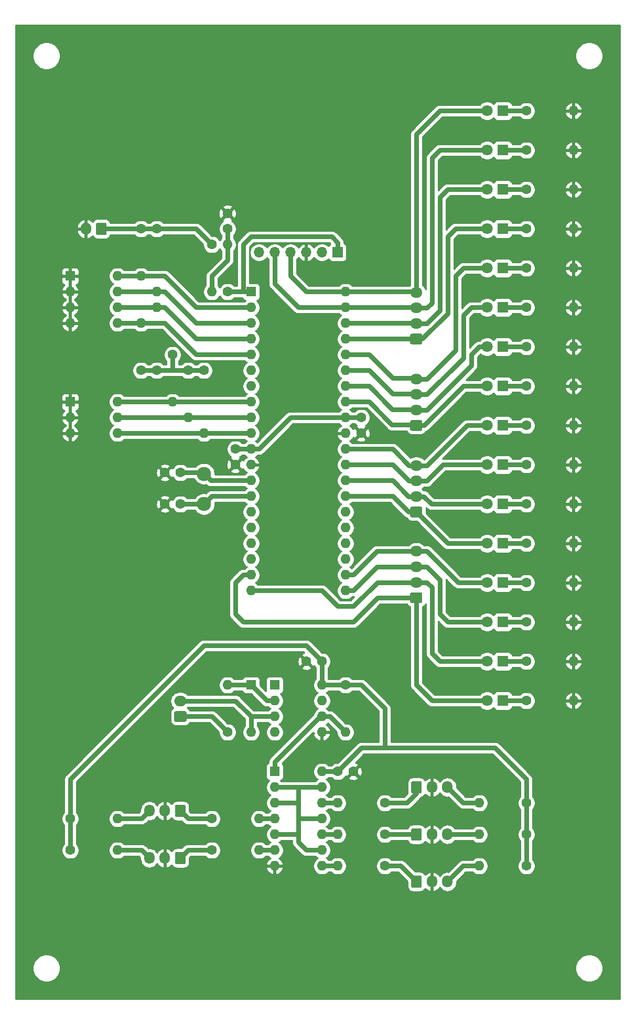
<source format=gbr>
G04 #@! TF.GenerationSoftware,KiCad,Pcbnew,(5.1.5)-3*
G04 #@! TF.CreationDate,2021-07-30T13:53:00+02:00*
G04 #@! TF.ProjectId,AnalogDrum_MIDI,416e616c-6f67-4447-9275-6d5f4d494449,rev?*
G04 #@! TF.SameCoordinates,Original*
G04 #@! TF.FileFunction,Copper,L2,Bot*
G04 #@! TF.FilePolarity,Positive*
%FSLAX46Y46*%
G04 Gerber Fmt 4.6, Leading zero omitted, Abs format (unit mm)*
G04 Created by KiCad (PCBNEW (5.1.5)-3) date 2021-07-30 13:53:00*
%MOMM*%
%LPD*%
G04 APERTURE LIST*
%ADD10O,1.600000X1.600000*%
%ADD11C,1.600000*%
%ADD12C,1.800000*%
%ADD13R,1.800000X1.800000*%
%ADD14C,2.300000*%
%ADD15R,1.600000X1.600000*%
%ADD16O,2.000000X1.700000*%
%ADD17C,0.100000*%
%ADD18O,1.700000X1.950000*%
%ADD19O,1.950000X1.700000*%
%ADD20O,1.700000X2.000000*%
%ADD21O,1.700000X1.700000*%
%ADD22R,1.700000X1.700000*%
%ADD23C,0.800000*%
%ADD24C,0.750000*%
%ADD25C,0.254000*%
G04 APERTURE END LIST*
D10*
X144780000Y-40640000D03*
D11*
X137160000Y-40640000D03*
D10*
X144780000Y-66040000D03*
D11*
X137160000Y-66040000D03*
D10*
X144780000Y-91440000D03*
D11*
X137160000Y-91440000D03*
D10*
X144780000Y-116840000D03*
D11*
X137160000Y-116840000D03*
D10*
X144780000Y-46990000D03*
D11*
X137160000Y-46990000D03*
D10*
X144780000Y-72390000D03*
D11*
X137160000Y-72390000D03*
D10*
X144780000Y-97790000D03*
D11*
X137160000Y-97790000D03*
D10*
X144780000Y-123190000D03*
D11*
X137160000Y-123190000D03*
D10*
X144780000Y-53340000D03*
D11*
X137160000Y-53340000D03*
D10*
X144780000Y-78740000D03*
D11*
X137160000Y-78740000D03*
D10*
X144780000Y-104140000D03*
D11*
X137160000Y-104140000D03*
D10*
X144780000Y-129540000D03*
D11*
X137160000Y-129540000D03*
D10*
X144780000Y-59690000D03*
D11*
X137160000Y-59690000D03*
D10*
X144780000Y-85090000D03*
D11*
X137160000Y-85090000D03*
D10*
X144780000Y-110490000D03*
D11*
X137160000Y-110490000D03*
D10*
X144780000Y-135890000D03*
D11*
X137160000Y-135890000D03*
D12*
X130810000Y-40640000D03*
D13*
X133350000Y-40640000D03*
D12*
X130810000Y-66040000D03*
D13*
X133350000Y-66040000D03*
D12*
X130810000Y-91440000D03*
D13*
X133350000Y-91440000D03*
D12*
X130810000Y-116840000D03*
D13*
X133350000Y-116840000D03*
D12*
X130810000Y-46990000D03*
D13*
X133350000Y-46990000D03*
D12*
X130810000Y-72390000D03*
D13*
X133350000Y-72390000D03*
D12*
X130810000Y-97790000D03*
D13*
X133350000Y-97790000D03*
D12*
X130810000Y-123190000D03*
D13*
X133350000Y-123190000D03*
D12*
X130810000Y-53340000D03*
D13*
X133350000Y-53340000D03*
D12*
X130810000Y-78740000D03*
D13*
X133350000Y-78740000D03*
D12*
X130810000Y-104140000D03*
D13*
X133350000Y-104140000D03*
D12*
X130810000Y-129540000D03*
D13*
X133350000Y-129540000D03*
D12*
X130810000Y-59690000D03*
D13*
X133350000Y-59690000D03*
D12*
X130810000Y-85090000D03*
D13*
X133350000Y-85090000D03*
D12*
X130810000Y-110490000D03*
D13*
X133350000Y-110490000D03*
D12*
X130810000Y-135890000D03*
D13*
X133350000Y-135890000D03*
D10*
X85090000Y-92710000D03*
D11*
X85090000Y-82550000D03*
D10*
X77470000Y-72390000D03*
D11*
X77470000Y-82550000D03*
D10*
X77470000Y-69850000D03*
D11*
X77470000Y-59690000D03*
X110490000Y-92670000D03*
X110490000Y-90170000D03*
X90170000Y-97750000D03*
X90170000Y-95250000D03*
X101640000Y-129540000D03*
X104140000Y-129540000D03*
X88900000Y-57190000D03*
X88900000Y-59690000D03*
X81280000Y-99060000D03*
X78780000Y-99060000D03*
X78780000Y-104140000D03*
X81280000Y-104140000D03*
X109220000Y-147320000D03*
X106720000Y-147320000D03*
D14*
X85090000Y-104140000D03*
X85090000Y-99240000D03*
D10*
X104140000Y-147320000D03*
X96520000Y-162560000D03*
X104140000Y-149860000D03*
X96520000Y-160020000D03*
X104140000Y-152400000D03*
X96520000Y-157480000D03*
X104140000Y-154940000D03*
X96520000Y-154940000D03*
X104140000Y-157480000D03*
X96520000Y-152400000D03*
X104140000Y-160020000D03*
X96520000Y-149860000D03*
X104140000Y-162560000D03*
D15*
X96520000Y-147320000D03*
D10*
X107950000Y-69850000D03*
X92710000Y-118110000D03*
X107950000Y-72390000D03*
X92710000Y-115570000D03*
X107950000Y-74930000D03*
X92710000Y-113030000D03*
X107950000Y-77470000D03*
X92710000Y-110490000D03*
X107950000Y-80010000D03*
X92710000Y-107950000D03*
X107950000Y-82550000D03*
X92710000Y-105410000D03*
X107950000Y-85090000D03*
X92710000Y-102870000D03*
X107950000Y-87630000D03*
X92710000Y-100330000D03*
X107950000Y-90170000D03*
X92710000Y-97790000D03*
X107950000Y-92710000D03*
X92710000Y-95250000D03*
X107950000Y-95250000D03*
X92710000Y-92710000D03*
X107950000Y-97790000D03*
X92710000Y-90170000D03*
X107950000Y-100330000D03*
X92710000Y-87630000D03*
X107950000Y-102870000D03*
X92710000Y-85090000D03*
X107950000Y-105410000D03*
X92710000Y-82550000D03*
X107950000Y-107950000D03*
X92710000Y-80010000D03*
X107950000Y-110490000D03*
X92710000Y-77470000D03*
X107950000Y-113030000D03*
X92710000Y-74930000D03*
X107950000Y-115570000D03*
X92710000Y-72390000D03*
X107950000Y-118110000D03*
D15*
X92710000Y-69850000D03*
D10*
X104140000Y-133350000D03*
X96520000Y-140970000D03*
X104140000Y-135890000D03*
X96520000Y-138430000D03*
X104140000Y-138430000D03*
X96520000Y-135890000D03*
X104140000Y-140970000D03*
D15*
X96520000Y-133350000D03*
D10*
X71120000Y-87630000D03*
X63500000Y-92710000D03*
X71120000Y-90170000D03*
X63500000Y-90170000D03*
X71120000Y-92710000D03*
D15*
X63500000Y-87630000D03*
D10*
X71120000Y-67310000D03*
X63500000Y-74930000D03*
X71120000Y-69850000D03*
X63500000Y-72390000D03*
X71120000Y-72390000D03*
X63500000Y-69850000D03*
X71120000Y-74930000D03*
D15*
X63500000Y-67310000D03*
D10*
X129540000Y-152400000D03*
D11*
X137160000Y-152400000D03*
D10*
X106680000Y-152400000D03*
D11*
X114300000Y-152400000D03*
D10*
X129540000Y-157480000D03*
D11*
X137160000Y-157480000D03*
D10*
X106680000Y-157480000D03*
D11*
X114300000Y-157480000D03*
D10*
X129540000Y-162560000D03*
D11*
X137160000Y-162560000D03*
D10*
X106680000Y-162560000D03*
D11*
X114300000Y-162560000D03*
D10*
X71120000Y-160020000D03*
D11*
X63500000Y-160020000D03*
D10*
X93980000Y-160020000D03*
D11*
X86360000Y-160020000D03*
D10*
X71120000Y-154940000D03*
D11*
X63500000Y-154940000D03*
D10*
X93980000Y-154940000D03*
D11*
X86360000Y-154940000D03*
D10*
X86360000Y-69850000D03*
D11*
X86360000Y-62230000D03*
D10*
X88900000Y-62230000D03*
D11*
X88900000Y-69850000D03*
D10*
X82550000Y-90170000D03*
D11*
X82550000Y-82550000D03*
D10*
X80010000Y-87630000D03*
D11*
X80010000Y-80010000D03*
D10*
X107950000Y-140970000D03*
D11*
X107950000Y-133350000D03*
D10*
X88900000Y-133350000D03*
D11*
X88900000Y-140970000D03*
D10*
X74930000Y-74930000D03*
D11*
X74930000Y-82550000D03*
D10*
X74930000Y-67310000D03*
D11*
X74930000Y-59690000D03*
D16*
X81280000Y-135930000D03*
G04 #@! TA.AperFunction,ComponentPad*
D17*
G36*
X82054504Y-137581204D02*
G01*
X82078773Y-137584804D01*
X82102571Y-137590765D01*
X82125671Y-137599030D01*
X82147849Y-137609520D01*
X82168893Y-137622133D01*
X82188598Y-137636747D01*
X82206777Y-137653223D01*
X82223253Y-137671402D01*
X82237867Y-137691107D01*
X82250480Y-137712151D01*
X82260970Y-137734329D01*
X82269235Y-137757429D01*
X82275196Y-137781227D01*
X82278796Y-137805496D01*
X82280000Y-137830000D01*
X82280000Y-139030000D01*
X82278796Y-139054504D01*
X82275196Y-139078773D01*
X82269235Y-139102571D01*
X82260970Y-139125671D01*
X82250480Y-139147849D01*
X82237867Y-139168893D01*
X82223253Y-139188598D01*
X82206777Y-139206777D01*
X82188598Y-139223253D01*
X82168893Y-139237867D01*
X82147849Y-139250480D01*
X82125671Y-139260970D01*
X82102571Y-139269235D01*
X82078773Y-139275196D01*
X82054504Y-139278796D01*
X82030000Y-139280000D01*
X80530000Y-139280000D01*
X80505496Y-139278796D01*
X80481227Y-139275196D01*
X80457429Y-139269235D01*
X80434329Y-139260970D01*
X80412151Y-139250480D01*
X80391107Y-139237867D01*
X80371402Y-139223253D01*
X80353223Y-139206777D01*
X80336747Y-139188598D01*
X80322133Y-139168893D01*
X80309520Y-139147849D01*
X80299030Y-139125671D01*
X80290765Y-139102571D01*
X80284804Y-139078773D01*
X80281204Y-139054504D01*
X80280000Y-139030000D01*
X80280000Y-137830000D01*
X80281204Y-137805496D01*
X80284804Y-137781227D01*
X80290765Y-137757429D01*
X80299030Y-137734329D01*
X80309520Y-137712151D01*
X80322133Y-137691107D01*
X80336747Y-137671402D01*
X80353223Y-137653223D01*
X80371402Y-137636747D01*
X80391107Y-137622133D01*
X80412151Y-137609520D01*
X80434329Y-137599030D01*
X80457429Y-137590765D01*
X80481227Y-137584804D01*
X80505496Y-137581204D01*
X80530000Y-137580000D01*
X82030000Y-137580000D01*
X82054504Y-137581204D01*
G37*
G04 #@! TD.AperFunction*
D18*
X124420000Y-149860000D03*
X121920000Y-149860000D03*
G04 #@! TA.AperFunction,ComponentPad*
D17*
G36*
X120044504Y-148886204D02*
G01*
X120068773Y-148889804D01*
X120092571Y-148895765D01*
X120115671Y-148904030D01*
X120137849Y-148914520D01*
X120158893Y-148927133D01*
X120178598Y-148941747D01*
X120196777Y-148958223D01*
X120213253Y-148976402D01*
X120227867Y-148996107D01*
X120240480Y-149017151D01*
X120250970Y-149039329D01*
X120259235Y-149062429D01*
X120265196Y-149086227D01*
X120268796Y-149110496D01*
X120270000Y-149135000D01*
X120270000Y-150585000D01*
X120268796Y-150609504D01*
X120265196Y-150633773D01*
X120259235Y-150657571D01*
X120250970Y-150680671D01*
X120240480Y-150702849D01*
X120227867Y-150723893D01*
X120213253Y-150743598D01*
X120196777Y-150761777D01*
X120178598Y-150778253D01*
X120158893Y-150792867D01*
X120137849Y-150805480D01*
X120115671Y-150815970D01*
X120092571Y-150824235D01*
X120068773Y-150830196D01*
X120044504Y-150833796D01*
X120020000Y-150835000D01*
X118820000Y-150835000D01*
X118795496Y-150833796D01*
X118771227Y-150830196D01*
X118747429Y-150824235D01*
X118724329Y-150815970D01*
X118702151Y-150805480D01*
X118681107Y-150792867D01*
X118661402Y-150778253D01*
X118643223Y-150761777D01*
X118626747Y-150743598D01*
X118612133Y-150723893D01*
X118599520Y-150702849D01*
X118589030Y-150680671D01*
X118580765Y-150657571D01*
X118574804Y-150633773D01*
X118571204Y-150609504D01*
X118570000Y-150585000D01*
X118570000Y-149135000D01*
X118571204Y-149110496D01*
X118574804Y-149086227D01*
X118580765Y-149062429D01*
X118589030Y-149039329D01*
X118599520Y-149017151D01*
X118612133Y-148996107D01*
X118626747Y-148976402D01*
X118643223Y-148958223D01*
X118661402Y-148941747D01*
X118681107Y-148927133D01*
X118702151Y-148914520D01*
X118724329Y-148904030D01*
X118747429Y-148895765D01*
X118771227Y-148889804D01*
X118795496Y-148886204D01*
X118820000Y-148885000D01*
X120020000Y-148885000D01*
X120044504Y-148886204D01*
G37*
G04 #@! TD.AperFunction*
D18*
X124420000Y-157480000D03*
X121920000Y-157480000D03*
G04 #@! TA.AperFunction,ComponentPad*
D17*
G36*
X120044504Y-156506204D02*
G01*
X120068773Y-156509804D01*
X120092571Y-156515765D01*
X120115671Y-156524030D01*
X120137849Y-156534520D01*
X120158893Y-156547133D01*
X120178598Y-156561747D01*
X120196777Y-156578223D01*
X120213253Y-156596402D01*
X120227867Y-156616107D01*
X120240480Y-156637151D01*
X120250970Y-156659329D01*
X120259235Y-156682429D01*
X120265196Y-156706227D01*
X120268796Y-156730496D01*
X120270000Y-156755000D01*
X120270000Y-158205000D01*
X120268796Y-158229504D01*
X120265196Y-158253773D01*
X120259235Y-158277571D01*
X120250970Y-158300671D01*
X120240480Y-158322849D01*
X120227867Y-158343893D01*
X120213253Y-158363598D01*
X120196777Y-158381777D01*
X120178598Y-158398253D01*
X120158893Y-158412867D01*
X120137849Y-158425480D01*
X120115671Y-158435970D01*
X120092571Y-158444235D01*
X120068773Y-158450196D01*
X120044504Y-158453796D01*
X120020000Y-158455000D01*
X118820000Y-158455000D01*
X118795496Y-158453796D01*
X118771227Y-158450196D01*
X118747429Y-158444235D01*
X118724329Y-158435970D01*
X118702151Y-158425480D01*
X118681107Y-158412867D01*
X118661402Y-158398253D01*
X118643223Y-158381777D01*
X118626747Y-158363598D01*
X118612133Y-158343893D01*
X118599520Y-158322849D01*
X118589030Y-158300671D01*
X118580765Y-158277571D01*
X118574804Y-158253773D01*
X118571204Y-158229504D01*
X118570000Y-158205000D01*
X118570000Y-156755000D01*
X118571204Y-156730496D01*
X118574804Y-156706227D01*
X118580765Y-156682429D01*
X118589030Y-156659329D01*
X118599520Y-156637151D01*
X118612133Y-156616107D01*
X118626747Y-156596402D01*
X118643223Y-156578223D01*
X118661402Y-156561747D01*
X118681107Y-156547133D01*
X118702151Y-156534520D01*
X118724329Y-156524030D01*
X118747429Y-156515765D01*
X118771227Y-156509804D01*
X118795496Y-156506204D01*
X118820000Y-156505000D01*
X120020000Y-156505000D01*
X120044504Y-156506204D01*
G37*
G04 #@! TD.AperFunction*
D18*
X124420000Y-165100000D03*
X121920000Y-165100000D03*
G04 #@! TA.AperFunction,ComponentPad*
D17*
G36*
X120044504Y-164126204D02*
G01*
X120068773Y-164129804D01*
X120092571Y-164135765D01*
X120115671Y-164144030D01*
X120137849Y-164154520D01*
X120158893Y-164167133D01*
X120178598Y-164181747D01*
X120196777Y-164198223D01*
X120213253Y-164216402D01*
X120227867Y-164236107D01*
X120240480Y-164257151D01*
X120250970Y-164279329D01*
X120259235Y-164302429D01*
X120265196Y-164326227D01*
X120268796Y-164350496D01*
X120270000Y-164375000D01*
X120270000Y-165825000D01*
X120268796Y-165849504D01*
X120265196Y-165873773D01*
X120259235Y-165897571D01*
X120250970Y-165920671D01*
X120240480Y-165942849D01*
X120227867Y-165963893D01*
X120213253Y-165983598D01*
X120196777Y-166001777D01*
X120178598Y-166018253D01*
X120158893Y-166032867D01*
X120137849Y-166045480D01*
X120115671Y-166055970D01*
X120092571Y-166064235D01*
X120068773Y-166070196D01*
X120044504Y-166073796D01*
X120020000Y-166075000D01*
X118820000Y-166075000D01*
X118795496Y-166073796D01*
X118771227Y-166070196D01*
X118747429Y-166064235D01*
X118724329Y-166055970D01*
X118702151Y-166045480D01*
X118681107Y-166032867D01*
X118661402Y-166018253D01*
X118643223Y-166001777D01*
X118626747Y-165983598D01*
X118612133Y-165963893D01*
X118599520Y-165942849D01*
X118589030Y-165920671D01*
X118580765Y-165897571D01*
X118574804Y-165873773D01*
X118571204Y-165849504D01*
X118570000Y-165825000D01*
X118570000Y-164375000D01*
X118571204Y-164350496D01*
X118574804Y-164326227D01*
X118580765Y-164302429D01*
X118589030Y-164279329D01*
X118599520Y-164257151D01*
X118612133Y-164236107D01*
X118626747Y-164216402D01*
X118643223Y-164198223D01*
X118661402Y-164181747D01*
X118681107Y-164167133D01*
X118702151Y-164154520D01*
X118724329Y-164144030D01*
X118747429Y-164135765D01*
X118771227Y-164129804D01*
X118795496Y-164126204D01*
X118820000Y-164125000D01*
X120020000Y-164125000D01*
X120044504Y-164126204D01*
G37*
G04 #@! TD.AperFunction*
D18*
X76280000Y-161290000D03*
X78780000Y-161290000D03*
G04 #@! TA.AperFunction,ComponentPad*
D17*
G36*
X81904504Y-160316204D02*
G01*
X81928773Y-160319804D01*
X81952571Y-160325765D01*
X81975671Y-160334030D01*
X81997849Y-160344520D01*
X82018893Y-160357133D01*
X82038598Y-160371747D01*
X82056777Y-160388223D01*
X82073253Y-160406402D01*
X82087867Y-160426107D01*
X82100480Y-160447151D01*
X82110970Y-160469329D01*
X82119235Y-160492429D01*
X82125196Y-160516227D01*
X82128796Y-160540496D01*
X82130000Y-160565000D01*
X82130000Y-162015000D01*
X82128796Y-162039504D01*
X82125196Y-162063773D01*
X82119235Y-162087571D01*
X82110970Y-162110671D01*
X82100480Y-162132849D01*
X82087867Y-162153893D01*
X82073253Y-162173598D01*
X82056777Y-162191777D01*
X82038598Y-162208253D01*
X82018893Y-162222867D01*
X81997849Y-162235480D01*
X81975671Y-162245970D01*
X81952571Y-162254235D01*
X81928773Y-162260196D01*
X81904504Y-162263796D01*
X81880000Y-162265000D01*
X80680000Y-162265000D01*
X80655496Y-162263796D01*
X80631227Y-162260196D01*
X80607429Y-162254235D01*
X80584329Y-162245970D01*
X80562151Y-162235480D01*
X80541107Y-162222867D01*
X80521402Y-162208253D01*
X80503223Y-162191777D01*
X80486747Y-162173598D01*
X80472133Y-162153893D01*
X80459520Y-162132849D01*
X80449030Y-162110671D01*
X80440765Y-162087571D01*
X80434804Y-162063773D01*
X80431204Y-162039504D01*
X80430000Y-162015000D01*
X80430000Y-160565000D01*
X80431204Y-160540496D01*
X80434804Y-160516227D01*
X80440765Y-160492429D01*
X80449030Y-160469329D01*
X80459520Y-160447151D01*
X80472133Y-160426107D01*
X80486747Y-160406402D01*
X80503223Y-160388223D01*
X80521402Y-160371747D01*
X80541107Y-160357133D01*
X80562151Y-160344520D01*
X80584329Y-160334030D01*
X80607429Y-160325765D01*
X80631227Y-160319804D01*
X80655496Y-160316204D01*
X80680000Y-160315000D01*
X81880000Y-160315000D01*
X81904504Y-160316204D01*
G37*
G04 #@! TD.AperFunction*
D19*
X119380000Y-69970000D03*
X119380000Y-72470000D03*
X119380000Y-74970000D03*
G04 #@! TA.AperFunction,ComponentPad*
D17*
G36*
X120129504Y-76621204D02*
G01*
X120153773Y-76624804D01*
X120177571Y-76630765D01*
X120200671Y-76639030D01*
X120222849Y-76649520D01*
X120243893Y-76662133D01*
X120263598Y-76676747D01*
X120281777Y-76693223D01*
X120298253Y-76711402D01*
X120312867Y-76731107D01*
X120325480Y-76752151D01*
X120335970Y-76774329D01*
X120344235Y-76797429D01*
X120350196Y-76821227D01*
X120353796Y-76845496D01*
X120355000Y-76870000D01*
X120355000Y-78070000D01*
X120353796Y-78094504D01*
X120350196Y-78118773D01*
X120344235Y-78142571D01*
X120335970Y-78165671D01*
X120325480Y-78187849D01*
X120312867Y-78208893D01*
X120298253Y-78228598D01*
X120281777Y-78246777D01*
X120263598Y-78263253D01*
X120243893Y-78277867D01*
X120222849Y-78290480D01*
X120200671Y-78300970D01*
X120177571Y-78309235D01*
X120153773Y-78315196D01*
X120129504Y-78318796D01*
X120105000Y-78320000D01*
X118655000Y-78320000D01*
X118630496Y-78318796D01*
X118606227Y-78315196D01*
X118582429Y-78309235D01*
X118559329Y-78300970D01*
X118537151Y-78290480D01*
X118516107Y-78277867D01*
X118496402Y-78263253D01*
X118478223Y-78246777D01*
X118461747Y-78228598D01*
X118447133Y-78208893D01*
X118434520Y-78187849D01*
X118424030Y-78165671D01*
X118415765Y-78142571D01*
X118409804Y-78118773D01*
X118406204Y-78094504D01*
X118405000Y-78070000D01*
X118405000Y-76870000D01*
X118406204Y-76845496D01*
X118409804Y-76821227D01*
X118415765Y-76797429D01*
X118424030Y-76774329D01*
X118434520Y-76752151D01*
X118447133Y-76731107D01*
X118461747Y-76711402D01*
X118478223Y-76693223D01*
X118496402Y-76676747D01*
X118516107Y-76662133D01*
X118537151Y-76649520D01*
X118559329Y-76639030D01*
X118582429Y-76630765D01*
X118606227Y-76624804D01*
X118630496Y-76621204D01*
X118655000Y-76620000D01*
X120105000Y-76620000D01*
X120129504Y-76621204D01*
G37*
G04 #@! TD.AperFunction*
D19*
X119380000Y-83940000D03*
X119380000Y-86440000D03*
X119380000Y-88940000D03*
G04 #@! TA.AperFunction,ComponentPad*
D17*
G36*
X120129504Y-90591204D02*
G01*
X120153773Y-90594804D01*
X120177571Y-90600765D01*
X120200671Y-90609030D01*
X120222849Y-90619520D01*
X120243893Y-90632133D01*
X120263598Y-90646747D01*
X120281777Y-90663223D01*
X120298253Y-90681402D01*
X120312867Y-90701107D01*
X120325480Y-90722151D01*
X120335970Y-90744329D01*
X120344235Y-90767429D01*
X120350196Y-90791227D01*
X120353796Y-90815496D01*
X120355000Y-90840000D01*
X120355000Y-92040000D01*
X120353796Y-92064504D01*
X120350196Y-92088773D01*
X120344235Y-92112571D01*
X120335970Y-92135671D01*
X120325480Y-92157849D01*
X120312867Y-92178893D01*
X120298253Y-92198598D01*
X120281777Y-92216777D01*
X120263598Y-92233253D01*
X120243893Y-92247867D01*
X120222849Y-92260480D01*
X120200671Y-92270970D01*
X120177571Y-92279235D01*
X120153773Y-92285196D01*
X120129504Y-92288796D01*
X120105000Y-92290000D01*
X118655000Y-92290000D01*
X118630496Y-92288796D01*
X118606227Y-92285196D01*
X118582429Y-92279235D01*
X118559329Y-92270970D01*
X118537151Y-92260480D01*
X118516107Y-92247867D01*
X118496402Y-92233253D01*
X118478223Y-92216777D01*
X118461747Y-92198598D01*
X118447133Y-92178893D01*
X118434520Y-92157849D01*
X118424030Y-92135671D01*
X118415765Y-92112571D01*
X118409804Y-92088773D01*
X118406204Y-92064504D01*
X118405000Y-92040000D01*
X118405000Y-90840000D01*
X118406204Y-90815496D01*
X118409804Y-90791227D01*
X118415765Y-90767429D01*
X118424030Y-90744329D01*
X118434520Y-90722151D01*
X118447133Y-90701107D01*
X118461747Y-90681402D01*
X118478223Y-90663223D01*
X118496402Y-90646747D01*
X118516107Y-90632133D01*
X118537151Y-90619520D01*
X118559329Y-90609030D01*
X118582429Y-90600765D01*
X118606227Y-90594804D01*
X118630496Y-90591204D01*
X118655000Y-90590000D01*
X120105000Y-90590000D01*
X120129504Y-90591204D01*
G37*
G04 #@! TD.AperFunction*
D19*
X119380000Y-97910000D03*
X119380000Y-100410000D03*
X119380000Y-102910000D03*
G04 #@! TA.AperFunction,ComponentPad*
D17*
G36*
X120129504Y-104561204D02*
G01*
X120153773Y-104564804D01*
X120177571Y-104570765D01*
X120200671Y-104579030D01*
X120222849Y-104589520D01*
X120243893Y-104602133D01*
X120263598Y-104616747D01*
X120281777Y-104633223D01*
X120298253Y-104651402D01*
X120312867Y-104671107D01*
X120325480Y-104692151D01*
X120335970Y-104714329D01*
X120344235Y-104737429D01*
X120350196Y-104761227D01*
X120353796Y-104785496D01*
X120355000Y-104810000D01*
X120355000Y-106010000D01*
X120353796Y-106034504D01*
X120350196Y-106058773D01*
X120344235Y-106082571D01*
X120335970Y-106105671D01*
X120325480Y-106127849D01*
X120312867Y-106148893D01*
X120298253Y-106168598D01*
X120281777Y-106186777D01*
X120263598Y-106203253D01*
X120243893Y-106217867D01*
X120222849Y-106230480D01*
X120200671Y-106240970D01*
X120177571Y-106249235D01*
X120153773Y-106255196D01*
X120129504Y-106258796D01*
X120105000Y-106260000D01*
X118655000Y-106260000D01*
X118630496Y-106258796D01*
X118606227Y-106255196D01*
X118582429Y-106249235D01*
X118559329Y-106240970D01*
X118537151Y-106230480D01*
X118516107Y-106217867D01*
X118496402Y-106203253D01*
X118478223Y-106186777D01*
X118461747Y-106168598D01*
X118447133Y-106148893D01*
X118434520Y-106127849D01*
X118424030Y-106105671D01*
X118415765Y-106082571D01*
X118409804Y-106058773D01*
X118406204Y-106034504D01*
X118405000Y-106010000D01*
X118405000Y-104810000D01*
X118406204Y-104785496D01*
X118409804Y-104761227D01*
X118415765Y-104737429D01*
X118424030Y-104714329D01*
X118434520Y-104692151D01*
X118447133Y-104671107D01*
X118461747Y-104651402D01*
X118478223Y-104633223D01*
X118496402Y-104616747D01*
X118516107Y-104602133D01*
X118537151Y-104589520D01*
X118559329Y-104579030D01*
X118582429Y-104570765D01*
X118606227Y-104564804D01*
X118630496Y-104561204D01*
X118655000Y-104560000D01*
X120105000Y-104560000D01*
X120129504Y-104561204D01*
G37*
G04 #@! TD.AperFunction*
D19*
X119380000Y-111760000D03*
X119380000Y-114260000D03*
X119380000Y-116760000D03*
G04 #@! TA.AperFunction,ComponentPad*
D17*
G36*
X120129504Y-118411204D02*
G01*
X120153773Y-118414804D01*
X120177571Y-118420765D01*
X120200671Y-118429030D01*
X120222849Y-118439520D01*
X120243893Y-118452133D01*
X120263598Y-118466747D01*
X120281777Y-118483223D01*
X120298253Y-118501402D01*
X120312867Y-118521107D01*
X120325480Y-118542151D01*
X120335970Y-118564329D01*
X120344235Y-118587429D01*
X120350196Y-118611227D01*
X120353796Y-118635496D01*
X120355000Y-118660000D01*
X120355000Y-119860000D01*
X120353796Y-119884504D01*
X120350196Y-119908773D01*
X120344235Y-119932571D01*
X120335970Y-119955671D01*
X120325480Y-119977849D01*
X120312867Y-119998893D01*
X120298253Y-120018598D01*
X120281777Y-120036777D01*
X120263598Y-120053253D01*
X120243893Y-120067867D01*
X120222849Y-120080480D01*
X120200671Y-120090970D01*
X120177571Y-120099235D01*
X120153773Y-120105196D01*
X120129504Y-120108796D01*
X120105000Y-120110000D01*
X118655000Y-120110000D01*
X118630496Y-120108796D01*
X118606227Y-120105196D01*
X118582429Y-120099235D01*
X118559329Y-120090970D01*
X118537151Y-120080480D01*
X118516107Y-120067867D01*
X118496402Y-120053253D01*
X118478223Y-120036777D01*
X118461747Y-120018598D01*
X118447133Y-119998893D01*
X118434520Y-119977849D01*
X118424030Y-119955671D01*
X118415765Y-119932571D01*
X118409804Y-119908773D01*
X118406204Y-119884504D01*
X118405000Y-119860000D01*
X118405000Y-118660000D01*
X118406204Y-118635496D01*
X118409804Y-118611227D01*
X118415765Y-118587429D01*
X118424030Y-118564329D01*
X118434520Y-118542151D01*
X118447133Y-118521107D01*
X118461747Y-118501402D01*
X118478223Y-118483223D01*
X118496402Y-118466747D01*
X118516107Y-118452133D01*
X118537151Y-118439520D01*
X118559329Y-118429030D01*
X118582429Y-118420765D01*
X118606227Y-118414804D01*
X118630496Y-118411204D01*
X118655000Y-118410000D01*
X120105000Y-118410000D01*
X120129504Y-118411204D01*
G37*
G04 #@! TD.AperFunction*
D20*
X66040000Y-59690000D03*
G04 #@! TA.AperFunction,ComponentPad*
D17*
G36*
X69164504Y-58691204D02*
G01*
X69188773Y-58694804D01*
X69212571Y-58700765D01*
X69235671Y-58709030D01*
X69257849Y-58719520D01*
X69278893Y-58732133D01*
X69298598Y-58746747D01*
X69316777Y-58763223D01*
X69333253Y-58781402D01*
X69347867Y-58801107D01*
X69360480Y-58822151D01*
X69370970Y-58844329D01*
X69379235Y-58867429D01*
X69385196Y-58891227D01*
X69388796Y-58915496D01*
X69390000Y-58940000D01*
X69390000Y-60440000D01*
X69388796Y-60464504D01*
X69385196Y-60488773D01*
X69379235Y-60512571D01*
X69370970Y-60535671D01*
X69360480Y-60557849D01*
X69347867Y-60578893D01*
X69333253Y-60598598D01*
X69316777Y-60616777D01*
X69298598Y-60633253D01*
X69278893Y-60647867D01*
X69257849Y-60660480D01*
X69235671Y-60670970D01*
X69212571Y-60679235D01*
X69188773Y-60685196D01*
X69164504Y-60688796D01*
X69140000Y-60690000D01*
X67940000Y-60690000D01*
X67915496Y-60688796D01*
X67891227Y-60685196D01*
X67867429Y-60679235D01*
X67844329Y-60670970D01*
X67822151Y-60660480D01*
X67801107Y-60647867D01*
X67781402Y-60633253D01*
X67763223Y-60616777D01*
X67746747Y-60598598D01*
X67732133Y-60578893D01*
X67719520Y-60557849D01*
X67709030Y-60535671D01*
X67700765Y-60512571D01*
X67694804Y-60488773D01*
X67691204Y-60464504D01*
X67690000Y-60440000D01*
X67690000Y-58940000D01*
X67691204Y-58915496D01*
X67694804Y-58891227D01*
X67700765Y-58867429D01*
X67709030Y-58844329D01*
X67719520Y-58822151D01*
X67732133Y-58801107D01*
X67746747Y-58781402D01*
X67763223Y-58763223D01*
X67781402Y-58746747D01*
X67801107Y-58732133D01*
X67822151Y-58719520D01*
X67844329Y-58709030D01*
X67867429Y-58700765D01*
X67891227Y-58694804D01*
X67915496Y-58691204D01*
X67940000Y-58690000D01*
X69140000Y-58690000D01*
X69164504Y-58691204D01*
G37*
G04 #@! TD.AperFunction*
D18*
X76280000Y-153670000D03*
X78780000Y-153670000D03*
G04 #@! TA.AperFunction,ComponentPad*
D17*
G36*
X81904504Y-152696204D02*
G01*
X81928773Y-152699804D01*
X81952571Y-152705765D01*
X81975671Y-152714030D01*
X81997849Y-152724520D01*
X82018893Y-152737133D01*
X82038598Y-152751747D01*
X82056777Y-152768223D01*
X82073253Y-152786402D01*
X82087867Y-152806107D01*
X82100480Y-152827151D01*
X82110970Y-152849329D01*
X82119235Y-152872429D01*
X82125196Y-152896227D01*
X82128796Y-152920496D01*
X82130000Y-152945000D01*
X82130000Y-154395000D01*
X82128796Y-154419504D01*
X82125196Y-154443773D01*
X82119235Y-154467571D01*
X82110970Y-154490671D01*
X82100480Y-154512849D01*
X82087867Y-154533893D01*
X82073253Y-154553598D01*
X82056777Y-154571777D01*
X82038598Y-154588253D01*
X82018893Y-154602867D01*
X81997849Y-154615480D01*
X81975671Y-154625970D01*
X81952571Y-154634235D01*
X81928773Y-154640196D01*
X81904504Y-154643796D01*
X81880000Y-154645000D01*
X80680000Y-154645000D01*
X80655496Y-154643796D01*
X80631227Y-154640196D01*
X80607429Y-154634235D01*
X80584329Y-154625970D01*
X80562151Y-154615480D01*
X80541107Y-154602867D01*
X80521402Y-154588253D01*
X80503223Y-154571777D01*
X80486747Y-154553598D01*
X80472133Y-154533893D01*
X80459520Y-154512849D01*
X80449030Y-154490671D01*
X80440765Y-154467571D01*
X80434804Y-154443773D01*
X80431204Y-154419504D01*
X80430000Y-154395000D01*
X80430000Y-152945000D01*
X80431204Y-152920496D01*
X80434804Y-152896227D01*
X80440765Y-152872429D01*
X80449030Y-152849329D01*
X80459520Y-152827151D01*
X80472133Y-152806107D01*
X80486747Y-152786402D01*
X80503223Y-152768223D01*
X80521402Y-152751747D01*
X80541107Y-152737133D01*
X80562151Y-152724520D01*
X80584329Y-152714030D01*
X80607429Y-152705765D01*
X80631227Y-152699804D01*
X80655496Y-152696204D01*
X80680000Y-152695000D01*
X81880000Y-152695000D01*
X81904504Y-152696204D01*
G37*
G04 #@! TD.AperFunction*
D21*
X93980000Y-63500000D03*
X96520000Y-63500000D03*
X99060000Y-63500000D03*
X101600000Y-63500000D03*
X104140000Y-63500000D03*
D22*
X106680000Y-63500000D03*
D10*
X92710000Y-140970000D03*
D15*
X92710000Y-133350000D03*
D23*
X55880000Y-27940000D03*
X81280000Y-27940000D03*
X106680000Y-27940000D03*
X132080000Y-27940000D03*
X151130000Y-27940000D03*
X55880000Y-53340000D03*
X55880000Y-78740000D03*
X55880000Y-104140000D03*
X55880000Y-129540000D03*
X55880000Y-154940000D03*
X55880000Y-182880000D03*
X81280000Y-182880000D03*
X106680000Y-182880000D03*
X132080000Y-182880000D03*
X151130000Y-182880000D03*
X151130000Y-53340000D03*
X151130000Y-78740000D03*
X151130000Y-104140000D03*
X151130000Y-129540000D03*
X151130000Y-154940000D03*
D24*
X110490000Y-90170000D02*
X107950000Y-90170000D01*
X90170000Y-95250000D02*
X92710000Y-95250000D01*
X92710000Y-95250000D02*
X93980000Y-95250000D01*
X99060000Y-90170000D02*
X107950000Y-90170000D01*
X93980000Y-95250000D02*
X99060000Y-90170000D01*
X74930000Y-82550000D02*
X77470000Y-82550000D01*
X85090000Y-82550000D02*
X82550000Y-82550000D01*
X80010000Y-80010000D02*
X80010000Y-82550000D01*
X77470000Y-82550000D02*
X80010000Y-82550000D01*
X80010000Y-82550000D02*
X82550000Y-82550000D01*
X68540000Y-59690000D02*
X74930000Y-59690000D01*
X74930000Y-59690000D02*
X77470000Y-59690000D01*
X83820000Y-59690000D02*
X86360000Y-62230000D01*
X77470000Y-59690000D02*
X83820000Y-59690000D01*
X106720000Y-147320000D02*
X104140000Y-147320000D01*
X63500000Y-154940000D02*
X63500000Y-160020000D01*
X137160000Y-152400000D02*
X137160000Y-157480000D01*
X137160000Y-157480000D02*
X137160000Y-162560000D01*
X107950000Y-133350000D02*
X104140000Y-133350000D01*
X104140000Y-129540000D02*
X104140000Y-133350000D01*
X63500000Y-154940000D02*
X63500000Y-148590000D01*
X63500000Y-148590000D02*
X85090000Y-127000000D01*
X101600000Y-127000000D02*
X104140000Y-129540000D01*
X85090000Y-127000000D02*
X101600000Y-127000000D01*
X137160000Y-152400000D02*
X137160000Y-148590000D01*
X137160000Y-148590000D02*
X132080000Y-143510000D01*
X110530000Y-143510000D02*
X106720000Y-147320000D01*
X107950000Y-133350000D02*
X110490000Y-133350000D01*
X114300000Y-137160000D02*
X114300000Y-143510000D01*
X110490000Y-133350000D02*
X114300000Y-137160000D01*
X132080000Y-143510000D02*
X114300000Y-143510000D01*
X114300000Y-143510000D02*
X110530000Y-143510000D01*
X86360000Y-102870000D02*
X85090000Y-104140000D01*
X92710000Y-102870000D02*
X86360000Y-102870000D01*
X81280000Y-104140000D02*
X85090000Y-104140000D01*
X84910000Y-99060000D02*
X85090000Y-99240000D01*
X81280000Y-99060000D02*
X84910000Y-99060000D01*
X86180000Y-100330000D02*
X85090000Y-99240000D01*
X92710000Y-100330000D02*
X86180000Y-100330000D01*
X88900000Y-59690000D02*
X88900000Y-62230000D01*
X86360000Y-69850000D02*
X86360000Y-67310000D01*
X86360000Y-67310000D02*
X88900000Y-64770000D01*
X88900000Y-64770000D02*
X88900000Y-62230000D01*
X81280000Y-135930000D02*
X90210000Y-135930000D01*
X90210000Y-135930000D02*
X92710000Y-138430000D01*
X92710000Y-138430000D02*
X96520000Y-138430000D01*
X92710000Y-140970000D02*
X92710000Y-138430000D01*
X88900000Y-133350000D02*
X92710000Y-133350000D01*
X92710000Y-133350000D02*
X95250000Y-135890000D01*
X95250000Y-135890000D02*
X96520000Y-135890000D01*
X119340000Y-72390000D02*
X119380000Y-72350000D01*
X107950000Y-72390000D02*
X119340000Y-72390000D01*
X96520000Y-63500000D02*
X96520000Y-68580000D01*
X96520000Y-68580000D02*
X100330000Y-72390000D01*
X100330000Y-72390000D02*
X107950000Y-72390000D01*
X121105000Y-72470000D02*
X121920000Y-71655000D01*
X119380000Y-72470000D02*
X121105000Y-72470000D01*
X121920000Y-71655000D02*
X121920000Y-48260000D01*
X123190000Y-46990000D02*
X130810000Y-46990000D01*
X121920000Y-48260000D02*
X123190000Y-46990000D01*
X107950000Y-69850000D02*
X119380000Y-69850000D01*
X99060000Y-63500000D02*
X99060000Y-67310000D01*
X101600000Y-69850000D02*
X107950000Y-69850000D01*
X99060000Y-67310000D02*
X101600000Y-69850000D01*
X130810000Y-40640000D02*
X123190000Y-40640000D01*
X119380000Y-44450000D02*
X119380000Y-69970000D01*
X123190000Y-40640000D02*
X119380000Y-44450000D01*
X106680000Y-61900000D02*
X105740000Y-60960000D01*
X106680000Y-63500000D02*
X106680000Y-61900000D01*
X105740000Y-60960000D02*
X92710000Y-60960000D01*
X91440000Y-62230000D02*
X91440000Y-69850000D01*
X92710000Y-60960000D02*
X91440000Y-62230000D01*
X92710000Y-69850000D02*
X91440000Y-69850000D01*
X91440000Y-69850000D02*
X88900000Y-69850000D01*
X75010000Y-154940000D02*
X76280000Y-153670000D01*
X71120000Y-154940000D02*
X75010000Y-154940000D01*
X81280000Y-153670000D02*
X82550000Y-154940000D01*
X82550000Y-154940000D02*
X86360000Y-154940000D01*
X107950000Y-115570000D02*
X109220000Y-115570000D01*
X113030000Y-111760000D02*
X119380000Y-111760000D01*
X109220000Y-115570000D02*
X113030000Y-111760000D01*
X121105000Y-111760000D02*
X126185000Y-116840000D01*
X119380000Y-111760000D02*
X121105000Y-111760000D01*
X126185000Y-116840000D02*
X130810000Y-116840000D01*
X107950000Y-118110000D02*
X109220000Y-118110000D01*
X113070000Y-114260000D02*
X119380000Y-114260000D01*
X109220000Y-118110000D02*
X113070000Y-114260000D01*
X121105000Y-114260000D02*
X123190000Y-116345000D01*
X119380000Y-114260000D02*
X121105000Y-114260000D01*
X123190000Y-116345000D02*
X123190000Y-121920000D01*
X124460000Y-123190000D02*
X130810000Y-123190000D01*
X123190000Y-121920000D02*
X124460000Y-123190000D01*
X113110000Y-116760000D02*
X119380000Y-116760000D01*
X106680000Y-120650000D02*
X109220000Y-120650000D01*
X109220000Y-120650000D02*
X113110000Y-116760000D01*
X92710000Y-118110000D02*
X104140000Y-118110000D01*
X104140000Y-118110000D02*
X106680000Y-120650000D01*
X121105000Y-116760000D02*
X121920000Y-117575000D01*
X119380000Y-116760000D02*
X121105000Y-116760000D01*
X121920000Y-117575000D02*
X121920000Y-128270000D01*
X123190000Y-129540000D02*
X130810000Y-129540000D01*
X121920000Y-128270000D02*
X123190000Y-129540000D01*
X92710000Y-115570000D02*
X91440000Y-115570000D01*
X91440000Y-115570000D02*
X90170000Y-116840000D01*
X90170000Y-116840000D02*
X90170000Y-121920000D01*
X90170000Y-121920000D02*
X91440000Y-123190000D01*
X91440000Y-123190000D02*
X109220000Y-123190000D01*
X113150000Y-119260000D02*
X119380000Y-119260000D01*
X109220000Y-123190000D02*
X113150000Y-119260000D01*
X119380000Y-119260000D02*
X119380000Y-133350000D01*
X121920000Y-135890000D02*
X130810000Y-135890000D01*
X119380000Y-133350000D02*
X121920000Y-135890000D01*
X118230000Y-97910000D02*
X119380000Y-97910000D01*
X107950000Y-95250000D02*
X115570000Y-95250000D01*
X115570000Y-95250000D02*
X118230000Y-97910000D01*
X129537208Y-91440000D02*
X130810000Y-91440000D01*
X127575000Y-91440000D02*
X129537208Y-91440000D01*
X121105000Y-97910000D02*
X127575000Y-91440000D01*
X119380000Y-97910000D02*
X121105000Y-97910000D01*
X118190000Y-100410000D02*
X119380000Y-100410000D01*
X107950000Y-97790000D02*
X115570000Y-97790000D01*
X115570000Y-97790000D02*
X118190000Y-100410000D01*
X121105000Y-100410000D02*
X123725000Y-97790000D01*
X119380000Y-100410000D02*
X121105000Y-100410000D01*
X123725000Y-97790000D02*
X130810000Y-97790000D01*
X118150000Y-102910000D02*
X119380000Y-102910000D01*
X107950000Y-100330000D02*
X115570000Y-100330000D01*
X115570000Y-100330000D02*
X118150000Y-102910000D01*
X119380000Y-102910000D02*
X120610000Y-102910000D01*
X121840000Y-104140000D02*
X130810000Y-104140000D01*
X120610000Y-102910000D02*
X121840000Y-104140000D01*
X107950000Y-102870000D02*
X115570000Y-102870000D01*
X115570000Y-102870000D02*
X118110000Y-105410000D01*
X118110000Y-105410000D02*
X119380000Y-105410000D01*
X119380000Y-105410000D02*
X124460000Y-110490000D01*
X124460000Y-110490000D02*
X130810000Y-110490000D01*
X75010000Y-160020000D02*
X76280000Y-161290000D01*
X71120000Y-160020000D02*
X75010000Y-160020000D01*
X82550000Y-160020000D02*
X81280000Y-161290000D01*
X86360000Y-160020000D02*
X82550000Y-160020000D01*
X126960000Y-162560000D02*
X124420000Y-165100000D01*
X129540000Y-162560000D02*
X126960000Y-162560000D01*
X116880000Y-162560000D02*
X119420000Y-165100000D01*
X114300000Y-162560000D02*
X116880000Y-162560000D01*
X124420000Y-157480000D02*
X129540000Y-157480000D01*
X114300000Y-157480000D02*
X119420000Y-157480000D01*
X126960000Y-152400000D02*
X124420000Y-149860000D01*
X129540000Y-152400000D02*
X126960000Y-152400000D01*
X119420000Y-150835000D02*
X117855000Y-152400000D01*
X119420000Y-149860000D02*
X119420000Y-150835000D01*
X117855000Y-152400000D02*
X114300000Y-152400000D01*
X86360000Y-138430000D02*
X88900000Y-140970000D01*
X81280000Y-138430000D02*
X86360000Y-138430000D01*
X71120000Y-67310000D02*
X74930000Y-67310000D01*
X74930000Y-67310000D02*
X78740000Y-67310000D01*
X83820000Y-72390000D02*
X92710000Y-72390000D01*
X78740000Y-67310000D02*
X83820000Y-72390000D01*
X71120000Y-69850000D02*
X77470000Y-69850000D01*
X77470000Y-69850000D02*
X78740000Y-69850000D01*
X83820000Y-74930000D02*
X92710000Y-74930000D01*
X78740000Y-69850000D02*
X83820000Y-74930000D01*
X71120000Y-72390000D02*
X77470000Y-72390000D01*
X77470000Y-72390000D02*
X78740000Y-72390000D01*
X78740000Y-72390000D02*
X83820000Y-77470000D01*
X83820000Y-77470000D02*
X92710000Y-77470000D01*
X71120000Y-74930000D02*
X74930000Y-74930000D01*
X74930000Y-74930000D02*
X78740000Y-74930000D01*
X78740000Y-74930000D02*
X83820000Y-80010000D01*
X83820000Y-80010000D02*
X92710000Y-80010000D01*
X107950000Y-140970000D02*
X105410000Y-138430000D01*
X105410000Y-138430000D02*
X104140000Y-138430000D01*
X96520000Y-145770000D02*
X103860000Y-138430000D01*
X103860000Y-138430000D02*
X104140000Y-138430000D01*
X96520000Y-147320000D02*
X96520000Y-145770000D01*
X71120000Y-87630000D02*
X80010000Y-87630000D01*
X80010000Y-87630000D02*
X92710000Y-87630000D01*
X71120000Y-90170000D02*
X81280000Y-90170000D01*
X81280000Y-90170000D02*
X82550000Y-90170000D01*
X82550000Y-90170000D02*
X92710000Y-90170000D01*
X71120000Y-92710000D02*
X85090000Y-92710000D01*
X85090000Y-92710000D02*
X92710000Y-92710000D01*
X93980000Y-154940000D02*
X96520000Y-154940000D01*
X93980000Y-160020000D02*
X96520000Y-160020000D01*
X106680000Y-162560000D02*
X104140000Y-162560000D01*
X106680000Y-157480000D02*
X104140000Y-157480000D01*
X106680000Y-152400000D02*
X104140000Y-152400000D01*
X96520000Y-157480000D02*
X100330000Y-157480000D01*
X104140000Y-160020000D02*
X101600000Y-160020000D01*
X100330000Y-158750000D02*
X100330000Y-157480000D01*
X101600000Y-160020000D02*
X100330000Y-158750000D01*
X104140000Y-154940000D02*
X100330000Y-154940000D01*
X100330000Y-154940000D02*
X100330000Y-157480000D01*
X96520000Y-152400000D02*
X100330000Y-152400000D01*
X100330000Y-152400000D02*
X100330000Y-154940000D01*
X96520000Y-149860000D02*
X100330000Y-149860000D01*
X100330000Y-149860000D02*
X100330000Y-152400000D01*
X104140000Y-149860000D02*
X100330000Y-149860000D01*
X133350000Y-135890000D02*
X137160000Y-135890000D01*
X133350000Y-110490000D02*
X137160000Y-110490000D01*
X107950000Y-87630000D02*
X111760000Y-87630000D01*
X115450000Y-91320000D02*
X119380000Y-91320000D01*
X111760000Y-87630000D02*
X115450000Y-91320000D01*
X119380000Y-91440000D02*
X120650000Y-91440000D01*
X127000000Y-85090000D02*
X130810000Y-85090000D01*
X120650000Y-91440000D02*
X127000000Y-85090000D01*
X133350000Y-85090000D02*
X137160000Y-85090000D01*
X119260000Y-77470000D02*
X119380000Y-77350000D01*
X107950000Y-77470000D02*
X119260000Y-77470000D01*
X120355000Y-77470000D02*
X124460000Y-73365000D01*
X119380000Y-77470000D02*
X120355000Y-77470000D01*
X124460000Y-73365000D02*
X124460000Y-60960000D01*
X125730000Y-59690000D02*
X130810000Y-59690000D01*
X124460000Y-60960000D02*
X125730000Y-59690000D01*
X133350000Y-59690000D02*
X137160000Y-59690000D01*
X133350000Y-129540000D02*
X137160000Y-129540000D01*
X133350000Y-104140000D02*
X137160000Y-104140000D01*
X107950000Y-85090000D02*
X111760000Y-85090000D01*
X115490000Y-88820000D02*
X119380000Y-88820000D01*
X111760000Y-85090000D02*
X115490000Y-88820000D01*
X129540000Y-78740000D02*
X130810000Y-78740000D01*
X128270000Y-80010000D02*
X129540000Y-78740000D01*
X128270000Y-81775000D02*
X128270000Y-80010000D01*
X119380000Y-88940000D02*
X121105000Y-88940000D01*
X121105000Y-88940000D02*
X128270000Y-81775000D01*
X133350000Y-78740000D02*
X137160000Y-78740000D01*
X119300000Y-74930000D02*
X119380000Y-74850000D01*
X107950000Y-74930000D02*
X119300000Y-74930000D01*
X121105000Y-74970000D02*
X123190000Y-72885000D01*
X119380000Y-74970000D02*
X121105000Y-74970000D01*
X123190000Y-72885000D02*
X123190000Y-54610000D01*
X124460000Y-53340000D02*
X130810000Y-53340000D01*
X123190000Y-54610000D02*
X124460000Y-53340000D01*
X133350000Y-53340000D02*
X137160000Y-53340000D01*
X133350000Y-123190000D02*
X137160000Y-123190000D01*
X133350000Y-97790000D02*
X137160000Y-97790000D01*
X107950000Y-82550000D02*
X111760000Y-82550000D01*
X111760000Y-82550000D02*
X115570000Y-86360000D01*
X115610000Y-86320000D02*
X119380000Y-86320000D01*
X115570000Y-86360000D02*
X115610000Y-86320000D01*
X121105000Y-86440000D02*
X127000000Y-80545000D01*
X119380000Y-86440000D02*
X121105000Y-86440000D01*
X127000000Y-80545000D02*
X127000000Y-73660000D01*
X128270000Y-72390000D02*
X130810000Y-72390000D01*
X127000000Y-73660000D02*
X128270000Y-72390000D01*
X133350000Y-72390000D02*
X137160000Y-72390000D01*
X133350000Y-46990000D02*
X137160000Y-46990000D01*
X133350000Y-116840000D02*
X137160000Y-116840000D01*
X133350000Y-91440000D02*
X137160000Y-91440000D01*
X107950000Y-80010000D02*
X111760000Y-80010000D01*
X111760000Y-80010000D02*
X115570000Y-83820000D01*
X115570000Y-83820000D02*
X119380000Y-83820000D01*
X121105000Y-83940000D02*
X125730000Y-79315000D01*
X119380000Y-83940000D02*
X121105000Y-83940000D01*
X125730000Y-79315000D02*
X125730000Y-67310000D01*
X127000000Y-66040000D02*
X130810000Y-66040000D01*
X125730000Y-67310000D02*
X127000000Y-66040000D01*
X133350000Y-66040000D02*
X137160000Y-66040000D01*
X133350000Y-40640000D02*
X137160000Y-40640000D01*
D25*
G36*
X152273000Y-184023000D02*
G01*
X54737000Y-184023000D01*
X54737000Y-178849872D01*
X57455000Y-178849872D01*
X57455000Y-179290128D01*
X57540890Y-179721925D01*
X57709369Y-180128669D01*
X57953962Y-180494729D01*
X58265271Y-180806038D01*
X58631331Y-181050631D01*
X59038075Y-181219110D01*
X59469872Y-181305000D01*
X59910128Y-181305000D01*
X60341925Y-181219110D01*
X60748669Y-181050631D01*
X61114729Y-180806038D01*
X61426038Y-180494729D01*
X61670631Y-180128669D01*
X61839110Y-179721925D01*
X61925000Y-179290128D01*
X61925000Y-178849872D01*
X145085000Y-178849872D01*
X145085000Y-179290128D01*
X145170890Y-179721925D01*
X145339369Y-180128669D01*
X145583962Y-180494729D01*
X145895271Y-180806038D01*
X146261331Y-181050631D01*
X146668075Y-181219110D01*
X147099872Y-181305000D01*
X147540128Y-181305000D01*
X147971925Y-181219110D01*
X148378669Y-181050631D01*
X148744729Y-180806038D01*
X149056038Y-180494729D01*
X149300631Y-180128669D01*
X149469110Y-179721925D01*
X149555000Y-179290128D01*
X149555000Y-178849872D01*
X149469110Y-178418075D01*
X149300631Y-178011331D01*
X149056038Y-177645271D01*
X148744729Y-177333962D01*
X148378669Y-177089369D01*
X147971925Y-176920890D01*
X147540128Y-176835000D01*
X147099872Y-176835000D01*
X146668075Y-176920890D01*
X146261331Y-177089369D01*
X145895271Y-177333962D01*
X145583962Y-177645271D01*
X145339369Y-178011331D01*
X145170890Y-178418075D01*
X145085000Y-178849872D01*
X61925000Y-178849872D01*
X61839110Y-178418075D01*
X61670631Y-178011331D01*
X61426038Y-177645271D01*
X61114729Y-177333962D01*
X60748669Y-177089369D01*
X60341925Y-176920890D01*
X59910128Y-176835000D01*
X59469872Y-176835000D01*
X59038075Y-176920890D01*
X58631331Y-177089369D01*
X58265271Y-177333962D01*
X57953962Y-177645271D01*
X57709369Y-178011331D01*
X57540890Y-178418075D01*
X57455000Y-178849872D01*
X54737000Y-178849872D01*
X54737000Y-162909039D01*
X95128096Y-162909039D01*
X95168754Y-163043087D01*
X95288963Y-163297420D01*
X95456481Y-163523414D01*
X95664869Y-163712385D01*
X95906119Y-163857070D01*
X96170960Y-163951909D01*
X96393000Y-163830624D01*
X96393000Y-162687000D01*
X96647000Y-162687000D01*
X96647000Y-163830624D01*
X96869040Y-163951909D01*
X97133881Y-163857070D01*
X97375131Y-163712385D01*
X97583519Y-163523414D01*
X97751037Y-163297420D01*
X97871246Y-163043087D01*
X97911904Y-162909039D01*
X97789915Y-162687000D01*
X96647000Y-162687000D01*
X96393000Y-162687000D01*
X95250085Y-162687000D01*
X95128096Y-162909039D01*
X54737000Y-162909039D01*
X54737000Y-154798665D01*
X62065000Y-154798665D01*
X62065000Y-155081335D01*
X62120147Y-155358574D01*
X62228320Y-155619727D01*
X62385363Y-155854759D01*
X62490000Y-155959396D01*
X62490001Y-159000603D01*
X62385363Y-159105241D01*
X62228320Y-159340273D01*
X62120147Y-159601426D01*
X62065000Y-159878665D01*
X62065000Y-160161335D01*
X62120147Y-160438574D01*
X62228320Y-160699727D01*
X62385363Y-160934759D01*
X62585241Y-161134637D01*
X62820273Y-161291680D01*
X63081426Y-161399853D01*
X63358665Y-161455000D01*
X63641335Y-161455000D01*
X63918574Y-161399853D01*
X64179727Y-161291680D01*
X64414759Y-161134637D01*
X64614637Y-160934759D01*
X64771680Y-160699727D01*
X64879853Y-160438574D01*
X64935000Y-160161335D01*
X64935000Y-159878665D01*
X69685000Y-159878665D01*
X69685000Y-160161335D01*
X69740147Y-160438574D01*
X69848320Y-160699727D01*
X70005363Y-160934759D01*
X70205241Y-161134637D01*
X70440273Y-161291680D01*
X70701426Y-161399853D01*
X70978665Y-161455000D01*
X71261335Y-161455000D01*
X71538574Y-161399853D01*
X71799727Y-161291680D01*
X72034759Y-161134637D01*
X72139396Y-161030000D01*
X74591645Y-161030000D01*
X74795000Y-161233355D01*
X74795000Y-161487949D01*
X74816487Y-161706110D01*
X74901401Y-161986033D01*
X75039294Y-162244013D01*
X75224866Y-162470134D01*
X75450986Y-162655706D01*
X75708966Y-162793599D01*
X75988889Y-162878513D01*
X76280000Y-162907185D01*
X76571110Y-162878513D01*
X76851033Y-162793599D01*
X77109013Y-162655706D01*
X77335134Y-162470134D01*
X77520706Y-162244014D01*
X77534462Y-162218278D01*
X77690951Y-162424429D01*
X77908807Y-162617496D01*
X78160142Y-162764352D01*
X78423110Y-162856476D01*
X78653000Y-162735155D01*
X78653000Y-161417000D01*
X78633000Y-161417000D01*
X78633000Y-161163000D01*
X78653000Y-161163000D01*
X78653000Y-159844845D01*
X78907000Y-159844845D01*
X78907000Y-161163000D01*
X78927000Y-161163000D01*
X78927000Y-161417000D01*
X78907000Y-161417000D01*
X78907000Y-162735155D01*
X79136890Y-162856476D01*
X79399858Y-162764352D01*
X79651193Y-162617496D01*
X79869049Y-162424429D01*
X79885286Y-162403039D01*
X79941595Y-162508386D01*
X80052038Y-162642962D01*
X80186614Y-162753405D01*
X80340150Y-162835472D01*
X80506746Y-162886008D01*
X80680000Y-162903072D01*
X81880000Y-162903072D01*
X82053254Y-162886008D01*
X82219850Y-162835472D01*
X82373386Y-162753405D01*
X82507962Y-162642962D01*
X82618405Y-162508386D01*
X82700472Y-162354850D01*
X82751008Y-162188254D01*
X82768072Y-162015000D01*
X82768072Y-161230283D01*
X82968355Y-161030000D01*
X85340604Y-161030000D01*
X85445241Y-161134637D01*
X85680273Y-161291680D01*
X85941426Y-161399853D01*
X86218665Y-161455000D01*
X86501335Y-161455000D01*
X86778574Y-161399853D01*
X87039727Y-161291680D01*
X87274759Y-161134637D01*
X87474637Y-160934759D01*
X87631680Y-160699727D01*
X87739853Y-160438574D01*
X87795000Y-160161335D01*
X87795000Y-159878665D01*
X87739853Y-159601426D01*
X87631680Y-159340273D01*
X87474637Y-159105241D01*
X87274759Y-158905363D01*
X87039727Y-158748320D01*
X86778574Y-158640147D01*
X86501335Y-158585000D01*
X86218665Y-158585000D01*
X85941426Y-158640147D01*
X85680273Y-158748320D01*
X85445241Y-158905363D01*
X85340604Y-159010000D01*
X82599604Y-159010000D01*
X82549999Y-159005114D01*
X82500394Y-159010000D01*
X82500392Y-159010000D01*
X82352006Y-159024615D01*
X82161620Y-159082368D01*
X81986160Y-159176153D01*
X81832367Y-159302367D01*
X81800739Y-159340906D01*
X81464717Y-159676928D01*
X80680000Y-159676928D01*
X80506746Y-159693992D01*
X80340150Y-159744528D01*
X80186614Y-159826595D01*
X80052038Y-159937038D01*
X79941595Y-160071614D01*
X79885286Y-160176961D01*
X79869049Y-160155571D01*
X79651193Y-159962504D01*
X79399858Y-159815648D01*
X79136890Y-159723524D01*
X78907000Y-159844845D01*
X78653000Y-159844845D01*
X78423110Y-159723524D01*
X78160142Y-159815648D01*
X77908807Y-159962504D01*
X77690951Y-160155571D01*
X77534462Y-160361722D01*
X77520706Y-160335986D01*
X77335134Y-160109866D01*
X77109014Y-159924294D01*
X76851034Y-159786401D01*
X76571111Y-159701487D01*
X76280000Y-159672815D01*
X76108101Y-159689746D01*
X75759261Y-159340906D01*
X75727633Y-159302367D01*
X75573840Y-159176153D01*
X75398380Y-159082368D01*
X75207994Y-159024615D01*
X75059608Y-159010000D01*
X75010000Y-159005114D01*
X74960392Y-159010000D01*
X72139396Y-159010000D01*
X72034759Y-158905363D01*
X71799727Y-158748320D01*
X71538574Y-158640147D01*
X71261335Y-158585000D01*
X70978665Y-158585000D01*
X70701426Y-158640147D01*
X70440273Y-158748320D01*
X70205241Y-158905363D01*
X70005363Y-159105241D01*
X69848320Y-159340273D01*
X69740147Y-159601426D01*
X69685000Y-159878665D01*
X64935000Y-159878665D01*
X64879853Y-159601426D01*
X64771680Y-159340273D01*
X64614637Y-159105241D01*
X64510000Y-159000604D01*
X64510000Y-155959396D01*
X64614637Y-155854759D01*
X64771680Y-155619727D01*
X64879853Y-155358574D01*
X64935000Y-155081335D01*
X64935000Y-154798665D01*
X69685000Y-154798665D01*
X69685000Y-155081335D01*
X69740147Y-155358574D01*
X69848320Y-155619727D01*
X70005363Y-155854759D01*
X70205241Y-156054637D01*
X70440273Y-156211680D01*
X70701426Y-156319853D01*
X70978665Y-156375000D01*
X71261335Y-156375000D01*
X71538574Y-156319853D01*
X71799727Y-156211680D01*
X72034759Y-156054637D01*
X72139396Y-155950000D01*
X74960392Y-155950000D01*
X75010000Y-155954886D01*
X75207994Y-155935385D01*
X75280060Y-155913524D01*
X75398380Y-155877632D01*
X75573840Y-155783847D01*
X75727633Y-155657633D01*
X75759261Y-155619094D01*
X76108101Y-155270254D01*
X76280000Y-155287185D01*
X76571110Y-155258513D01*
X76851033Y-155173599D01*
X77109013Y-155035706D01*
X77335134Y-154850134D01*
X77520706Y-154624014D01*
X77534462Y-154598278D01*
X77690951Y-154804429D01*
X77908807Y-154997496D01*
X78160142Y-155144352D01*
X78423110Y-155236476D01*
X78653000Y-155115155D01*
X78653000Y-153797000D01*
X78633000Y-153797000D01*
X78633000Y-153543000D01*
X78653000Y-153543000D01*
X78653000Y-152224845D01*
X78907000Y-152224845D01*
X78907000Y-153543000D01*
X78927000Y-153543000D01*
X78927000Y-153797000D01*
X78907000Y-153797000D01*
X78907000Y-155115155D01*
X79136890Y-155236476D01*
X79399858Y-155144352D01*
X79651193Y-154997496D01*
X79869049Y-154804429D01*
X79885286Y-154783039D01*
X79941595Y-154888386D01*
X80052038Y-155022962D01*
X80186614Y-155133405D01*
X80340150Y-155215472D01*
X80506746Y-155266008D01*
X80680000Y-155283072D01*
X81464717Y-155283072D01*
X81800739Y-155619094D01*
X81832367Y-155657633D01*
X81986160Y-155783847D01*
X82161620Y-155877632D01*
X82352006Y-155935385D01*
X82500392Y-155950000D01*
X82500394Y-155950000D01*
X82549999Y-155954886D01*
X82599604Y-155950000D01*
X85340604Y-155950000D01*
X85445241Y-156054637D01*
X85680273Y-156211680D01*
X85941426Y-156319853D01*
X86218665Y-156375000D01*
X86501335Y-156375000D01*
X86778574Y-156319853D01*
X87039727Y-156211680D01*
X87274759Y-156054637D01*
X87474637Y-155854759D01*
X87631680Y-155619727D01*
X87739853Y-155358574D01*
X87795000Y-155081335D01*
X87795000Y-154798665D01*
X87739853Y-154521426D01*
X87631680Y-154260273D01*
X87474637Y-154025241D01*
X87274759Y-153825363D01*
X87039727Y-153668320D01*
X86778574Y-153560147D01*
X86501335Y-153505000D01*
X86218665Y-153505000D01*
X85941426Y-153560147D01*
X85680273Y-153668320D01*
X85445241Y-153825363D01*
X85340604Y-153930000D01*
X82968355Y-153930000D01*
X82768072Y-153729717D01*
X82768072Y-152945000D01*
X82751008Y-152771746D01*
X82700472Y-152605150D01*
X82618405Y-152451614D01*
X82507962Y-152317038D01*
X82373386Y-152206595D01*
X82219850Y-152124528D01*
X82053254Y-152073992D01*
X81880000Y-152056928D01*
X80680000Y-152056928D01*
X80506746Y-152073992D01*
X80340150Y-152124528D01*
X80186614Y-152206595D01*
X80052038Y-152317038D01*
X79941595Y-152451614D01*
X79885286Y-152556961D01*
X79869049Y-152535571D01*
X79651193Y-152342504D01*
X79399858Y-152195648D01*
X79136890Y-152103524D01*
X78907000Y-152224845D01*
X78653000Y-152224845D01*
X78423110Y-152103524D01*
X78160142Y-152195648D01*
X77908807Y-152342504D01*
X77690951Y-152535571D01*
X77534462Y-152741722D01*
X77520706Y-152715986D01*
X77335134Y-152489866D01*
X77109014Y-152304294D01*
X76851034Y-152166401D01*
X76571111Y-152081487D01*
X76280000Y-152052815D01*
X75988890Y-152081487D01*
X75708967Y-152166401D01*
X75450987Y-152304294D01*
X75224866Y-152489866D01*
X75039294Y-152715986D01*
X74901401Y-152973966D01*
X74816487Y-153253889D01*
X74795000Y-153472050D01*
X74795000Y-153726645D01*
X74591645Y-153930000D01*
X72139396Y-153930000D01*
X72034759Y-153825363D01*
X71799727Y-153668320D01*
X71538574Y-153560147D01*
X71261335Y-153505000D01*
X70978665Y-153505000D01*
X70701426Y-153560147D01*
X70440273Y-153668320D01*
X70205241Y-153825363D01*
X70005363Y-154025241D01*
X69848320Y-154260273D01*
X69740147Y-154521426D01*
X69685000Y-154798665D01*
X64935000Y-154798665D01*
X64879853Y-154521426D01*
X64771680Y-154260273D01*
X64614637Y-154025241D01*
X64510000Y-153920604D01*
X64510000Y-149008355D01*
X77588355Y-135930000D01*
X79637815Y-135930000D01*
X79666487Y-136221111D01*
X79751401Y-136501034D01*
X79889294Y-136759014D01*
X80074866Y-136985134D01*
X80138337Y-137037223D01*
X80036614Y-137091595D01*
X79902038Y-137202038D01*
X79791595Y-137336614D01*
X79709528Y-137490150D01*
X79658992Y-137656746D01*
X79641928Y-137830000D01*
X79641928Y-139030000D01*
X79658992Y-139203254D01*
X79709528Y-139369850D01*
X79791595Y-139523386D01*
X79902038Y-139657962D01*
X80036614Y-139768405D01*
X80190150Y-139850472D01*
X80356746Y-139901008D01*
X80530000Y-139918072D01*
X82030000Y-139918072D01*
X82203254Y-139901008D01*
X82369850Y-139850472D01*
X82523386Y-139768405D01*
X82657962Y-139657962D01*
X82768405Y-139523386D01*
X82812976Y-139440000D01*
X85941645Y-139440000D01*
X87465000Y-140963356D01*
X87465000Y-141111335D01*
X87520147Y-141388574D01*
X87628320Y-141649727D01*
X87785363Y-141884759D01*
X87985241Y-142084637D01*
X88220273Y-142241680D01*
X88481426Y-142349853D01*
X88758665Y-142405000D01*
X89041335Y-142405000D01*
X89318574Y-142349853D01*
X89579727Y-142241680D01*
X89814759Y-142084637D01*
X90014637Y-141884759D01*
X90171680Y-141649727D01*
X90279853Y-141388574D01*
X90335000Y-141111335D01*
X90335000Y-140828665D01*
X90279853Y-140551426D01*
X90171680Y-140290273D01*
X90014637Y-140055241D01*
X89814759Y-139855363D01*
X89579727Y-139698320D01*
X89318574Y-139590147D01*
X89041335Y-139535000D01*
X88893356Y-139535000D01*
X87109261Y-137750906D01*
X87077633Y-137712367D01*
X86923840Y-137586153D01*
X86748380Y-137492368D01*
X86557994Y-137434615D01*
X86409608Y-137420000D01*
X86360000Y-137415114D01*
X86310392Y-137420000D01*
X82812976Y-137420000D01*
X82768405Y-137336614D01*
X82657962Y-137202038D01*
X82523386Y-137091595D01*
X82421663Y-137037223D01*
X82485134Y-136985134D01*
X82522175Y-136940000D01*
X89791645Y-136940000D01*
X91700001Y-138848357D01*
X91700000Y-139950604D01*
X91595363Y-140055241D01*
X91438320Y-140290273D01*
X91330147Y-140551426D01*
X91275000Y-140828665D01*
X91275000Y-141111335D01*
X91330147Y-141388574D01*
X91438320Y-141649727D01*
X91595363Y-141884759D01*
X91795241Y-142084637D01*
X92030273Y-142241680D01*
X92291426Y-142349853D01*
X92568665Y-142405000D01*
X92851335Y-142405000D01*
X93128574Y-142349853D01*
X93389727Y-142241680D01*
X93624759Y-142084637D01*
X93824637Y-141884759D01*
X93981680Y-141649727D01*
X94089853Y-141388574D01*
X94145000Y-141111335D01*
X94145000Y-140828665D01*
X94089853Y-140551426D01*
X93981680Y-140290273D01*
X93824637Y-140055241D01*
X93720000Y-139950604D01*
X93720000Y-139440000D01*
X95500604Y-139440000D01*
X95605241Y-139544637D01*
X95837759Y-139700000D01*
X95605241Y-139855363D01*
X95405363Y-140055241D01*
X95248320Y-140290273D01*
X95140147Y-140551426D01*
X95085000Y-140828665D01*
X95085000Y-141111335D01*
X95140147Y-141388574D01*
X95248320Y-141649727D01*
X95405363Y-141884759D01*
X95605241Y-142084637D01*
X95840273Y-142241680D01*
X96101426Y-142349853D01*
X96378665Y-142405000D01*
X96661335Y-142405000D01*
X96938574Y-142349853D01*
X97199727Y-142241680D01*
X97434759Y-142084637D01*
X97634637Y-141884759D01*
X97791680Y-141649727D01*
X97899853Y-141388574D01*
X97955000Y-141111335D01*
X97955000Y-140828665D01*
X97899853Y-140551426D01*
X97791680Y-140290273D01*
X97634637Y-140055241D01*
X97434759Y-139855363D01*
X97202241Y-139700000D01*
X97434759Y-139544637D01*
X97634637Y-139344759D01*
X97791680Y-139109727D01*
X97899853Y-138848574D01*
X97955000Y-138571335D01*
X97955000Y-138288665D01*
X97899853Y-138011426D01*
X97791680Y-137750273D01*
X97634637Y-137515241D01*
X97434759Y-137315363D01*
X97202241Y-137160000D01*
X97434759Y-137004637D01*
X97634637Y-136804759D01*
X97791680Y-136569727D01*
X97899853Y-136308574D01*
X97955000Y-136031335D01*
X97955000Y-135748665D01*
X97899853Y-135471426D01*
X97791680Y-135210273D01*
X97634637Y-134975241D01*
X97436039Y-134776643D01*
X97444482Y-134775812D01*
X97564180Y-134739502D01*
X97674494Y-134680537D01*
X97771185Y-134601185D01*
X97850537Y-134504494D01*
X97909502Y-134394180D01*
X97945812Y-134274482D01*
X97958072Y-134150000D01*
X97958072Y-132550000D01*
X97945812Y-132425518D01*
X97909502Y-132305820D01*
X97850537Y-132195506D01*
X97771185Y-132098815D01*
X97674494Y-132019463D01*
X97564180Y-131960498D01*
X97444482Y-131924188D01*
X97320000Y-131911928D01*
X95720000Y-131911928D01*
X95595518Y-131924188D01*
X95475820Y-131960498D01*
X95365506Y-132019463D01*
X95268815Y-132098815D01*
X95189463Y-132195506D01*
X95130498Y-132305820D01*
X95094188Y-132425518D01*
X95081928Y-132550000D01*
X95081928Y-134150000D01*
X95094188Y-134274482D01*
X95107839Y-134319483D01*
X94148072Y-133359717D01*
X94148072Y-132550000D01*
X94135812Y-132425518D01*
X94099502Y-132305820D01*
X94040537Y-132195506D01*
X93961185Y-132098815D01*
X93864494Y-132019463D01*
X93754180Y-131960498D01*
X93634482Y-131924188D01*
X93510000Y-131911928D01*
X91910000Y-131911928D01*
X91785518Y-131924188D01*
X91665820Y-131960498D01*
X91555506Y-132019463D01*
X91458815Y-132098815D01*
X91379463Y-132195506D01*
X91320498Y-132305820D01*
X91310130Y-132340000D01*
X89919396Y-132340000D01*
X89814759Y-132235363D01*
X89579727Y-132078320D01*
X89318574Y-131970147D01*
X89041335Y-131915000D01*
X88758665Y-131915000D01*
X88481426Y-131970147D01*
X88220273Y-132078320D01*
X87985241Y-132235363D01*
X87785363Y-132435241D01*
X87628320Y-132670273D01*
X87520147Y-132931426D01*
X87465000Y-133208665D01*
X87465000Y-133491335D01*
X87520147Y-133768574D01*
X87628320Y-134029727D01*
X87785363Y-134264759D01*
X87985241Y-134464637D01*
X88220273Y-134621680D01*
X88481426Y-134729853D01*
X88758665Y-134785000D01*
X89041335Y-134785000D01*
X89318574Y-134729853D01*
X89579727Y-134621680D01*
X89814759Y-134464637D01*
X89919396Y-134360000D01*
X91310130Y-134360000D01*
X91320498Y-134394180D01*
X91379463Y-134504494D01*
X91458815Y-134601185D01*
X91555506Y-134680537D01*
X91665820Y-134739502D01*
X91785518Y-134775812D01*
X91910000Y-134788072D01*
X92719717Y-134788072D01*
X94500744Y-136569100D01*
X94532367Y-136607633D01*
X94686160Y-136733847D01*
X94861620Y-136827632D01*
X95052006Y-136885385D01*
X95200392Y-136900000D01*
X95200394Y-136900000D01*
X95249999Y-136904886D01*
X95299604Y-136900000D01*
X95500604Y-136900000D01*
X95605241Y-137004637D01*
X95837759Y-137160000D01*
X95605241Y-137315363D01*
X95500604Y-137420000D01*
X93128356Y-137420000D01*
X90959261Y-135250906D01*
X90927633Y-135212367D01*
X90773840Y-135086153D01*
X90598380Y-134992368D01*
X90407994Y-134934615D01*
X90259608Y-134920000D01*
X90210000Y-134915114D01*
X90160392Y-134920000D01*
X82522175Y-134920000D01*
X82485134Y-134874866D01*
X82259014Y-134689294D01*
X82001034Y-134551401D01*
X81721111Y-134466487D01*
X81502950Y-134445000D01*
X81057050Y-134445000D01*
X80838889Y-134466487D01*
X80558966Y-134551401D01*
X80300986Y-134689294D01*
X80074866Y-134874866D01*
X79889294Y-135100986D01*
X79751401Y-135358966D01*
X79666487Y-135638889D01*
X79637815Y-135930000D01*
X77588355Y-135930000D01*
X82985653Y-130532702D01*
X100826903Y-130532702D01*
X100898486Y-130776671D01*
X101153996Y-130897571D01*
X101428184Y-130966300D01*
X101710512Y-130980217D01*
X101990130Y-130938787D01*
X102256292Y-130843603D01*
X102381514Y-130776671D01*
X102453097Y-130532702D01*
X101640000Y-129719605D01*
X100826903Y-130532702D01*
X82985653Y-130532702D01*
X83907843Y-129610512D01*
X100199783Y-129610512D01*
X100241213Y-129890130D01*
X100336397Y-130156292D01*
X100403329Y-130281514D01*
X100647298Y-130353097D01*
X101460395Y-129540000D01*
X100647298Y-128726903D01*
X100403329Y-128798486D01*
X100282429Y-129053996D01*
X100213700Y-129328184D01*
X100199783Y-129610512D01*
X83907843Y-129610512D01*
X85508356Y-128010000D01*
X101181645Y-128010000D01*
X101309891Y-128138247D01*
X101289870Y-128141213D01*
X101023708Y-128236397D01*
X100898486Y-128303329D01*
X100826903Y-128547298D01*
X101640000Y-129360395D01*
X101654143Y-129346253D01*
X101833748Y-129525858D01*
X101819605Y-129540000D01*
X102632702Y-130353097D01*
X102876671Y-130281514D01*
X102890324Y-130252659D01*
X103025363Y-130454759D01*
X103130000Y-130559396D01*
X103130001Y-132330603D01*
X103025363Y-132435241D01*
X102868320Y-132670273D01*
X102760147Y-132931426D01*
X102705000Y-133208665D01*
X102705000Y-133491335D01*
X102760147Y-133768574D01*
X102868320Y-134029727D01*
X103025363Y-134264759D01*
X103225241Y-134464637D01*
X103457759Y-134620000D01*
X103225241Y-134775363D01*
X103025363Y-134975241D01*
X102868320Y-135210273D01*
X102760147Y-135471426D01*
X102705000Y-135748665D01*
X102705000Y-136031335D01*
X102760147Y-136308574D01*
X102868320Y-136569727D01*
X103025363Y-136804759D01*
X103225241Y-137004637D01*
X103457759Y-137160000D01*
X103225241Y-137315363D01*
X103025363Y-137515241D01*
X102868320Y-137750273D01*
X102760147Y-138011426D01*
X102737782Y-138123862D01*
X95840901Y-145020744D01*
X95802368Y-145052367D01*
X95770745Y-145090900D01*
X95770744Y-145090901D01*
X95676154Y-145206160D01*
X95582368Y-145381621D01*
X95524615Y-145572006D01*
X95505114Y-145770000D01*
X95510001Y-145819617D01*
X95510001Y-145920129D01*
X95475820Y-145930498D01*
X95365506Y-145989463D01*
X95268815Y-146068815D01*
X95189463Y-146165506D01*
X95130498Y-146275820D01*
X95094188Y-146395518D01*
X95081928Y-146520000D01*
X95081928Y-148120000D01*
X95094188Y-148244482D01*
X95130498Y-148364180D01*
X95189463Y-148474494D01*
X95268815Y-148571185D01*
X95365506Y-148650537D01*
X95475820Y-148709502D01*
X95595518Y-148745812D01*
X95603961Y-148746643D01*
X95405363Y-148945241D01*
X95248320Y-149180273D01*
X95140147Y-149441426D01*
X95085000Y-149718665D01*
X95085000Y-150001335D01*
X95140147Y-150278574D01*
X95248320Y-150539727D01*
X95405363Y-150774759D01*
X95605241Y-150974637D01*
X95837759Y-151130000D01*
X95605241Y-151285363D01*
X95405363Y-151485241D01*
X95248320Y-151720273D01*
X95140147Y-151981426D01*
X95085000Y-152258665D01*
X95085000Y-152541335D01*
X95140147Y-152818574D01*
X95248320Y-153079727D01*
X95405363Y-153314759D01*
X95605241Y-153514637D01*
X95837759Y-153670000D01*
X95605241Y-153825363D01*
X95500604Y-153930000D01*
X94999396Y-153930000D01*
X94894759Y-153825363D01*
X94659727Y-153668320D01*
X94398574Y-153560147D01*
X94121335Y-153505000D01*
X93838665Y-153505000D01*
X93561426Y-153560147D01*
X93300273Y-153668320D01*
X93065241Y-153825363D01*
X92865363Y-154025241D01*
X92708320Y-154260273D01*
X92600147Y-154521426D01*
X92545000Y-154798665D01*
X92545000Y-155081335D01*
X92600147Y-155358574D01*
X92708320Y-155619727D01*
X92865363Y-155854759D01*
X93065241Y-156054637D01*
X93300273Y-156211680D01*
X93561426Y-156319853D01*
X93838665Y-156375000D01*
X94121335Y-156375000D01*
X94398574Y-156319853D01*
X94659727Y-156211680D01*
X94894759Y-156054637D01*
X94999396Y-155950000D01*
X95500604Y-155950000D01*
X95605241Y-156054637D01*
X95837759Y-156210000D01*
X95605241Y-156365363D01*
X95405363Y-156565241D01*
X95248320Y-156800273D01*
X95140147Y-157061426D01*
X95085000Y-157338665D01*
X95085000Y-157621335D01*
X95140147Y-157898574D01*
X95248320Y-158159727D01*
X95405363Y-158394759D01*
X95605241Y-158594637D01*
X95837759Y-158750000D01*
X95605241Y-158905363D01*
X95500604Y-159010000D01*
X94999396Y-159010000D01*
X94894759Y-158905363D01*
X94659727Y-158748320D01*
X94398574Y-158640147D01*
X94121335Y-158585000D01*
X93838665Y-158585000D01*
X93561426Y-158640147D01*
X93300273Y-158748320D01*
X93065241Y-158905363D01*
X92865363Y-159105241D01*
X92708320Y-159340273D01*
X92600147Y-159601426D01*
X92545000Y-159878665D01*
X92545000Y-160161335D01*
X92600147Y-160438574D01*
X92708320Y-160699727D01*
X92865363Y-160934759D01*
X93065241Y-161134637D01*
X93300273Y-161291680D01*
X93561426Y-161399853D01*
X93838665Y-161455000D01*
X94121335Y-161455000D01*
X94398574Y-161399853D01*
X94659727Y-161291680D01*
X94894759Y-161134637D01*
X94999396Y-161030000D01*
X95500604Y-161030000D01*
X95605241Y-161134637D01*
X95840273Y-161291680D01*
X95850865Y-161296067D01*
X95664869Y-161407615D01*
X95456481Y-161596586D01*
X95288963Y-161822580D01*
X95168754Y-162076913D01*
X95128096Y-162210961D01*
X95250085Y-162433000D01*
X96393000Y-162433000D01*
X96393000Y-162413000D01*
X96647000Y-162413000D01*
X96647000Y-162433000D01*
X97789915Y-162433000D01*
X97911904Y-162210961D01*
X97871246Y-162076913D01*
X97751037Y-161822580D01*
X97583519Y-161596586D01*
X97375131Y-161407615D01*
X97189135Y-161296067D01*
X97199727Y-161291680D01*
X97434759Y-161134637D01*
X97634637Y-160934759D01*
X97791680Y-160699727D01*
X97899853Y-160438574D01*
X97955000Y-160161335D01*
X97955000Y-159878665D01*
X97899853Y-159601426D01*
X97791680Y-159340273D01*
X97634637Y-159105241D01*
X97434759Y-158905363D01*
X97202241Y-158750000D01*
X97434759Y-158594637D01*
X97539396Y-158490000D01*
X99320000Y-158490000D01*
X99320000Y-158700392D01*
X99315114Y-158750000D01*
X99334615Y-158947994D01*
X99378624Y-159093072D01*
X99392368Y-159138379D01*
X99486153Y-159313840D01*
X99612367Y-159467633D01*
X99650906Y-159499261D01*
X100850739Y-160699094D01*
X100882367Y-160737633D01*
X101036160Y-160863847D01*
X101211620Y-160957632D01*
X101402006Y-161015385D01*
X101550392Y-161030000D01*
X101550394Y-161030000D01*
X101599999Y-161034886D01*
X101649604Y-161030000D01*
X103120604Y-161030000D01*
X103225241Y-161134637D01*
X103457759Y-161290000D01*
X103225241Y-161445363D01*
X103025363Y-161645241D01*
X102868320Y-161880273D01*
X102760147Y-162141426D01*
X102705000Y-162418665D01*
X102705000Y-162701335D01*
X102760147Y-162978574D01*
X102868320Y-163239727D01*
X103025363Y-163474759D01*
X103225241Y-163674637D01*
X103460273Y-163831680D01*
X103721426Y-163939853D01*
X103998665Y-163995000D01*
X104281335Y-163995000D01*
X104558574Y-163939853D01*
X104819727Y-163831680D01*
X105054759Y-163674637D01*
X105159396Y-163570000D01*
X105660604Y-163570000D01*
X105765241Y-163674637D01*
X106000273Y-163831680D01*
X106261426Y-163939853D01*
X106538665Y-163995000D01*
X106821335Y-163995000D01*
X107098574Y-163939853D01*
X107359727Y-163831680D01*
X107594759Y-163674637D01*
X107794637Y-163474759D01*
X107951680Y-163239727D01*
X108059853Y-162978574D01*
X108115000Y-162701335D01*
X108115000Y-162418665D01*
X112865000Y-162418665D01*
X112865000Y-162701335D01*
X112920147Y-162978574D01*
X113028320Y-163239727D01*
X113185363Y-163474759D01*
X113385241Y-163674637D01*
X113620273Y-163831680D01*
X113881426Y-163939853D01*
X114158665Y-163995000D01*
X114441335Y-163995000D01*
X114718574Y-163939853D01*
X114979727Y-163831680D01*
X115214759Y-163674637D01*
X115319396Y-163570000D01*
X116461645Y-163570000D01*
X117931928Y-165040284D01*
X117931928Y-165825000D01*
X117948992Y-165998254D01*
X117999528Y-166164850D01*
X118081595Y-166318386D01*
X118192038Y-166452962D01*
X118326614Y-166563405D01*
X118480150Y-166645472D01*
X118646746Y-166696008D01*
X118820000Y-166713072D01*
X120020000Y-166713072D01*
X120193254Y-166696008D01*
X120359850Y-166645472D01*
X120513386Y-166563405D01*
X120647962Y-166452962D01*
X120758405Y-166318386D01*
X120814714Y-166213039D01*
X120830951Y-166234429D01*
X121048807Y-166427496D01*
X121300142Y-166574352D01*
X121563110Y-166666476D01*
X121793000Y-166545155D01*
X121793000Y-165227000D01*
X121773000Y-165227000D01*
X121773000Y-164973000D01*
X121793000Y-164973000D01*
X121793000Y-163654845D01*
X122047000Y-163654845D01*
X122047000Y-164973000D01*
X122067000Y-164973000D01*
X122067000Y-165227000D01*
X122047000Y-165227000D01*
X122047000Y-166545155D01*
X122276890Y-166666476D01*
X122539858Y-166574352D01*
X122791193Y-166427496D01*
X123009049Y-166234429D01*
X123165538Y-166028278D01*
X123179294Y-166054014D01*
X123364866Y-166280134D01*
X123590987Y-166465706D01*
X123848967Y-166603599D01*
X124128890Y-166688513D01*
X124420000Y-166717185D01*
X124711111Y-166688513D01*
X124991034Y-166603599D01*
X125249014Y-166465706D01*
X125475134Y-166280134D01*
X125660706Y-166054014D01*
X125798599Y-165796033D01*
X125883513Y-165516110D01*
X125905000Y-165297949D01*
X125905000Y-165043355D01*
X127378356Y-163570000D01*
X128520604Y-163570000D01*
X128625241Y-163674637D01*
X128860273Y-163831680D01*
X129121426Y-163939853D01*
X129398665Y-163995000D01*
X129681335Y-163995000D01*
X129958574Y-163939853D01*
X130219727Y-163831680D01*
X130454759Y-163674637D01*
X130654637Y-163474759D01*
X130811680Y-163239727D01*
X130919853Y-162978574D01*
X130975000Y-162701335D01*
X130975000Y-162418665D01*
X130919853Y-162141426D01*
X130811680Y-161880273D01*
X130654637Y-161645241D01*
X130454759Y-161445363D01*
X130219727Y-161288320D01*
X129958574Y-161180147D01*
X129681335Y-161125000D01*
X129398665Y-161125000D01*
X129121426Y-161180147D01*
X128860273Y-161288320D01*
X128625241Y-161445363D01*
X128520604Y-161550000D01*
X127009604Y-161550000D01*
X126959999Y-161545114D01*
X126910394Y-161550000D01*
X126910392Y-161550000D01*
X126762006Y-161564615D01*
X126571620Y-161622368D01*
X126396160Y-161716153D01*
X126242367Y-161842367D01*
X126210744Y-161880900D01*
X124591899Y-163499746D01*
X124420000Y-163482815D01*
X124128889Y-163511487D01*
X123848966Y-163596401D01*
X123590986Y-163734294D01*
X123364866Y-163919866D01*
X123179294Y-164145987D01*
X123165538Y-164171722D01*
X123009049Y-163965571D01*
X122791193Y-163772504D01*
X122539858Y-163625648D01*
X122276890Y-163533524D01*
X122047000Y-163654845D01*
X121793000Y-163654845D01*
X121563110Y-163533524D01*
X121300142Y-163625648D01*
X121048807Y-163772504D01*
X120830951Y-163965571D01*
X120814714Y-163986961D01*
X120758405Y-163881614D01*
X120647962Y-163747038D01*
X120513386Y-163636595D01*
X120359850Y-163554528D01*
X120193254Y-163503992D01*
X120020000Y-163486928D01*
X119235284Y-163486928D01*
X117629261Y-161880906D01*
X117597633Y-161842367D01*
X117443840Y-161716153D01*
X117268380Y-161622368D01*
X117077994Y-161564615D01*
X116929608Y-161550000D01*
X116880000Y-161545114D01*
X116830392Y-161550000D01*
X115319396Y-161550000D01*
X115214759Y-161445363D01*
X114979727Y-161288320D01*
X114718574Y-161180147D01*
X114441335Y-161125000D01*
X114158665Y-161125000D01*
X113881426Y-161180147D01*
X113620273Y-161288320D01*
X113385241Y-161445363D01*
X113185363Y-161645241D01*
X113028320Y-161880273D01*
X112920147Y-162141426D01*
X112865000Y-162418665D01*
X108115000Y-162418665D01*
X108059853Y-162141426D01*
X107951680Y-161880273D01*
X107794637Y-161645241D01*
X107594759Y-161445363D01*
X107359727Y-161288320D01*
X107098574Y-161180147D01*
X106821335Y-161125000D01*
X106538665Y-161125000D01*
X106261426Y-161180147D01*
X106000273Y-161288320D01*
X105765241Y-161445363D01*
X105660604Y-161550000D01*
X105159396Y-161550000D01*
X105054759Y-161445363D01*
X104822241Y-161290000D01*
X105054759Y-161134637D01*
X105254637Y-160934759D01*
X105411680Y-160699727D01*
X105519853Y-160438574D01*
X105575000Y-160161335D01*
X105575000Y-159878665D01*
X105519853Y-159601426D01*
X105411680Y-159340273D01*
X105254637Y-159105241D01*
X105054759Y-158905363D01*
X104822241Y-158750000D01*
X105054759Y-158594637D01*
X105159396Y-158490000D01*
X105660604Y-158490000D01*
X105765241Y-158594637D01*
X106000273Y-158751680D01*
X106261426Y-158859853D01*
X106538665Y-158915000D01*
X106821335Y-158915000D01*
X107098574Y-158859853D01*
X107359727Y-158751680D01*
X107594759Y-158594637D01*
X107794637Y-158394759D01*
X107951680Y-158159727D01*
X108059853Y-157898574D01*
X108115000Y-157621335D01*
X108115000Y-157338665D01*
X112865000Y-157338665D01*
X112865000Y-157621335D01*
X112920147Y-157898574D01*
X113028320Y-158159727D01*
X113185363Y-158394759D01*
X113385241Y-158594637D01*
X113620273Y-158751680D01*
X113881426Y-158859853D01*
X114158665Y-158915000D01*
X114441335Y-158915000D01*
X114718574Y-158859853D01*
X114979727Y-158751680D01*
X115214759Y-158594637D01*
X115319396Y-158490000D01*
X117982890Y-158490000D01*
X117999528Y-158544850D01*
X118081595Y-158698386D01*
X118192038Y-158832962D01*
X118326614Y-158943405D01*
X118480150Y-159025472D01*
X118646746Y-159076008D01*
X118820000Y-159093072D01*
X120020000Y-159093072D01*
X120193254Y-159076008D01*
X120359850Y-159025472D01*
X120513386Y-158943405D01*
X120647962Y-158832962D01*
X120758405Y-158698386D01*
X120814714Y-158593039D01*
X120830951Y-158614429D01*
X121048807Y-158807496D01*
X121300142Y-158954352D01*
X121563110Y-159046476D01*
X121793000Y-158925155D01*
X121793000Y-157607000D01*
X121773000Y-157607000D01*
X121773000Y-157353000D01*
X121793000Y-157353000D01*
X121793000Y-156034845D01*
X122047000Y-156034845D01*
X122047000Y-157353000D01*
X122067000Y-157353000D01*
X122067000Y-157607000D01*
X122047000Y-157607000D01*
X122047000Y-158925155D01*
X122276890Y-159046476D01*
X122539858Y-158954352D01*
X122791193Y-158807496D01*
X123009049Y-158614429D01*
X123165538Y-158408278D01*
X123179294Y-158434014D01*
X123364866Y-158660134D01*
X123590987Y-158845706D01*
X123848967Y-158983599D01*
X124128890Y-159068513D01*
X124420000Y-159097185D01*
X124711111Y-159068513D01*
X124991034Y-158983599D01*
X125249014Y-158845706D01*
X125475134Y-158660134D01*
X125614759Y-158490000D01*
X128520604Y-158490000D01*
X128625241Y-158594637D01*
X128860273Y-158751680D01*
X129121426Y-158859853D01*
X129398665Y-158915000D01*
X129681335Y-158915000D01*
X129958574Y-158859853D01*
X130219727Y-158751680D01*
X130454759Y-158594637D01*
X130654637Y-158394759D01*
X130811680Y-158159727D01*
X130919853Y-157898574D01*
X130975000Y-157621335D01*
X130975000Y-157338665D01*
X130919853Y-157061426D01*
X130811680Y-156800273D01*
X130654637Y-156565241D01*
X130454759Y-156365363D01*
X130219727Y-156208320D01*
X129958574Y-156100147D01*
X129681335Y-156045000D01*
X129398665Y-156045000D01*
X129121426Y-156100147D01*
X128860273Y-156208320D01*
X128625241Y-156365363D01*
X128520604Y-156470000D01*
X125614759Y-156470000D01*
X125475134Y-156299866D01*
X125249013Y-156114294D01*
X124991033Y-155976401D01*
X124711110Y-155891487D01*
X124420000Y-155862815D01*
X124128889Y-155891487D01*
X123848966Y-155976401D01*
X123590986Y-156114294D01*
X123364866Y-156299866D01*
X123179294Y-156525987D01*
X123165538Y-156551722D01*
X123009049Y-156345571D01*
X122791193Y-156152504D01*
X122539858Y-156005648D01*
X122276890Y-155913524D01*
X122047000Y-156034845D01*
X121793000Y-156034845D01*
X121563110Y-155913524D01*
X121300142Y-156005648D01*
X121048807Y-156152504D01*
X120830951Y-156345571D01*
X120814714Y-156366961D01*
X120758405Y-156261614D01*
X120647962Y-156127038D01*
X120513386Y-156016595D01*
X120359850Y-155934528D01*
X120193254Y-155883992D01*
X120020000Y-155866928D01*
X118820000Y-155866928D01*
X118646746Y-155883992D01*
X118480150Y-155934528D01*
X118326614Y-156016595D01*
X118192038Y-156127038D01*
X118081595Y-156261614D01*
X117999528Y-156415150D01*
X117982890Y-156470000D01*
X115319396Y-156470000D01*
X115214759Y-156365363D01*
X114979727Y-156208320D01*
X114718574Y-156100147D01*
X114441335Y-156045000D01*
X114158665Y-156045000D01*
X113881426Y-156100147D01*
X113620273Y-156208320D01*
X113385241Y-156365363D01*
X113185363Y-156565241D01*
X113028320Y-156800273D01*
X112920147Y-157061426D01*
X112865000Y-157338665D01*
X108115000Y-157338665D01*
X108059853Y-157061426D01*
X107951680Y-156800273D01*
X107794637Y-156565241D01*
X107594759Y-156365363D01*
X107359727Y-156208320D01*
X107098574Y-156100147D01*
X106821335Y-156045000D01*
X106538665Y-156045000D01*
X106261426Y-156100147D01*
X106000273Y-156208320D01*
X105765241Y-156365363D01*
X105660604Y-156470000D01*
X105159396Y-156470000D01*
X105054759Y-156365363D01*
X104822241Y-156210000D01*
X105054759Y-156054637D01*
X105254637Y-155854759D01*
X105411680Y-155619727D01*
X105519853Y-155358574D01*
X105575000Y-155081335D01*
X105575000Y-154798665D01*
X105519853Y-154521426D01*
X105411680Y-154260273D01*
X105254637Y-154025241D01*
X105054759Y-153825363D01*
X104822241Y-153670000D01*
X105054759Y-153514637D01*
X105159396Y-153410000D01*
X105660604Y-153410000D01*
X105765241Y-153514637D01*
X106000273Y-153671680D01*
X106261426Y-153779853D01*
X106538665Y-153835000D01*
X106821335Y-153835000D01*
X107098574Y-153779853D01*
X107359727Y-153671680D01*
X107594759Y-153514637D01*
X107794637Y-153314759D01*
X107951680Y-153079727D01*
X108059853Y-152818574D01*
X108115000Y-152541335D01*
X108115000Y-152258665D01*
X112865000Y-152258665D01*
X112865000Y-152541335D01*
X112920147Y-152818574D01*
X113028320Y-153079727D01*
X113185363Y-153314759D01*
X113385241Y-153514637D01*
X113620273Y-153671680D01*
X113881426Y-153779853D01*
X114158665Y-153835000D01*
X114441335Y-153835000D01*
X114718574Y-153779853D01*
X114979727Y-153671680D01*
X115214759Y-153514637D01*
X115319396Y-153410000D01*
X117805392Y-153410000D01*
X117855000Y-153414886D01*
X118052994Y-153395385D01*
X118052997Y-153395384D01*
X118243380Y-153337632D01*
X118418840Y-153243847D01*
X118572633Y-153117633D01*
X118604261Y-153079094D01*
X120099094Y-151584261D01*
X120137633Y-151552633D01*
X120224779Y-151446445D01*
X120359850Y-151405472D01*
X120513386Y-151323405D01*
X120647962Y-151212962D01*
X120758405Y-151078386D01*
X120814714Y-150973039D01*
X120830951Y-150994429D01*
X121048807Y-151187496D01*
X121300142Y-151334352D01*
X121563110Y-151426476D01*
X121793000Y-151305155D01*
X121793000Y-149987000D01*
X121773000Y-149987000D01*
X121773000Y-149733000D01*
X121793000Y-149733000D01*
X121793000Y-148414845D01*
X122047000Y-148414845D01*
X122047000Y-149733000D01*
X122067000Y-149733000D01*
X122067000Y-149987000D01*
X122047000Y-149987000D01*
X122047000Y-151305155D01*
X122276890Y-151426476D01*
X122539858Y-151334352D01*
X122791193Y-151187496D01*
X123009049Y-150994429D01*
X123165538Y-150788278D01*
X123179294Y-150814014D01*
X123364866Y-151040134D01*
X123590987Y-151225706D01*
X123848967Y-151363599D01*
X124128890Y-151448513D01*
X124420000Y-151477185D01*
X124591899Y-151460254D01*
X126210744Y-153079100D01*
X126242367Y-153117633D01*
X126396160Y-153243847D01*
X126571620Y-153337632D01*
X126762006Y-153395385D01*
X126910392Y-153410000D01*
X126910394Y-153410000D01*
X126959999Y-153414886D01*
X127009604Y-153410000D01*
X128520604Y-153410000D01*
X128625241Y-153514637D01*
X128860273Y-153671680D01*
X129121426Y-153779853D01*
X129398665Y-153835000D01*
X129681335Y-153835000D01*
X129958574Y-153779853D01*
X130219727Y-153671680D01*
X130454759Y-153514637D01*
X130654637Y-153314759D01*
X130811680Y-153079727D01*
X130919853Y-152818574D01*
X130975000Y-152541335D01*
X130975000Y-152258665D01*
X130919853Y-151981426D01*
X130811680Y-151720273D01*
X130654637Y-151485241D01*
X130454759Y-151285363D01*
X130219727Y-151128320D01*
X129958574Y-151020147D01*
X129681335Y-150965000D01*
X129398665Y-150965000D01*
X129121426Y-151020147D01*
X128860273Y-151128320D01*
X128625241Y-151285363D01*
X128520604Y-151390000D01*
X127378356Y-151390000D01*
X125905000Y-149916645D01*
X125905000Y-149662050D01*
X125883513Y-149443889D01*
X125798599Y-149163966D01*
X125660706Y-148905986D01*
X125475134Y-148679866D01*
X125249013Y-148494294D01*
X124991033Y-148356401D01*
X124711110Y-148271487D01*
X124420000Y-148242815D01*
X124128889Y-148271487D01*
X123848966Y-148356401D01*
X123590986Y-148494294D01*
X123364866Y-148679866D01*
X123179294Y-148905987D01*
X123165538Y-148931722D01*
X123009049Y-148725571D01*
X122791193Y-148532504D01*
X122539858Y-148385648D01*
X122276890Y-148293524D01*
X122047000Y-148414845D01*
X121793000Y-148414845D01*
X121563110Y-148293524D01*
X121300142Y-148385648D01*
X121048807Y-148532504D01*
X120830951Y-148725571D01*
X120814714Y-148746961D01*
X120758405Y-148641614D01*
X120647962Y-148507038D01*
X120513386Y-148396595D01*
X120359850Y-148314528D01*
X120193254Y-148263992D01*
X120020000Y-148246928D01*
X118820000Y-148246928D01*
X118646746Y-148263992D01*
X118480150Y-148314528D01*
X118326614Y-148396595D01*
X118192038Y-148507038D01*
X118081595Y-148641614D01*
X117999528Y-148795150D01*
X117948992Y-148961746D01*
X117931928Y-149135000D01*
X117931928Y-150585000D01*
X117948992Y-150758254D01*
X117976781Y-150849864D01*
X117436645Y-151390000D01*
X115319396Y-151390000D01*
X115214759Y-151285363D01*
X114979727Y-151128320D01*
X114718574Y-151020147D01*
X114441335Y-150965000D01*
X114158665Y-150965000D01*
X113881426Y-151020147D01*
X113620273Y-151128320D01*
X113385241Y-151285363D01*
X113185363Y-151485241D01*
X113028320Y-151720273D01*
X112920147Y-151981426D01*
X112865000Y-152258665D01*
X108115000Y-152258665D01*
X108059853Y-151981426D01*
X107951680Y-151720273D01*
X107794637Y-151485241D01*
X107594759Y-151285363D01*
X107359727Y-151128320D01*
X107098574Y-151020147D01*
X106821335Y-150965000D01*
X106538665Y-150965000D01*
X106261426Y-151020147D01*
X106000273Y-151128320D01*
X105765241Y-151285363D01*
X105660604Y-151390000D01*
X105159396Y-151390000D01*
X105054759Y-151285363D01*
X104822241Y-151130000D01*
X105054759Y-150974637D01*
X105254637Y-150774759D01*
X105411680Y-150539727D01*
X105519853Y-150278574D01*
X105575000Y-150001335D01*
X105575000Y-149718665D01*
X105519853Y-149441426D01*
X105411680Y-149180273D01*
X105254637Y-148945241D01*
X105054759Y-148745363D01*
X104822241Y-148590000D01*
X105054759Y-148434637D01*
X105159396Y-148330000D01*
X105700604Y-148330000D01*
X105805241Y-148434637D01*
X106040273Y-148591680D01*
X106301426Y-148699853D01*
X106578665Y-148755000D01*
X106861335Y-148755000D01*
X107138574Y-148699853D01*
X107399727Y-148591680D01*
X107634759Y-148434637D01*
X107756694Y-148312702D01*
X108406903Y-148312702D01*
X108478486Y-148556671D01*
X108733996Y-148677571D01*
X109008184Y-148746300D01*
X109290512Y-148760217D01*
X109570130Y-148718787D01*
X109836292Y-148623603D01*
X109961514Y-148556671D01*
X110033097Y-148312702D01*
X109220000Y-147499605D01*
X108406903Y-148312702D01*
X107756694Y-148312702D01*
X107834637Y-148234759D01*
X107968692Y-148034131D01*
X107983329Y-148061514D01*
X108227298Y-148133097D01*
X109040395Y-147320000D01*
X109399605Y-147320000D01*
X110212702Y-148133097D01*
X110456671Y-148061514D01*
X110577571Y-147806004D01*
X110646300Y-147531816D01*
X110660217Y-147249488D01*
X110618787Y-146969870D01*
X110523603Y-146703708D01*
X110456671Y-146578486D01*
X110212702Y-146506903D01*
X109399605Y-147320000D01*
X109040395Y-147320000D01*
X109026253Y-147305858D01*
X109205858Y-147126253D01*
X109220000Y-147140395D01*
X110033097Y-146327298D01*
X109961514Y-146083329D01*
X109706004Y-145962429D01*
X109546027Y-145922329D01*
X110948356Y-144520000D01*
X114250393Y-144520000D01*
X114300000Y-144524886D01*
X114349608Y-144520000D01*
X131661645Y-144520000D01*
X136150001Y-149008357D01*
X136150000Y-151380604D01*
X136045363Y-151485241D01*
X135888320Y-151720273D01*
X135780147Y-151981426D01*
X135725000Y-152258665D01*
X135725000Y-152541335D01*
X135780147Y-152818574D01*
X135888320Y-153079727D01*
X136045363Y-153314759D01*
X136150000Y-153419396D01*
X136150001Y-156460603D01*
X136045363Y-156565241D01*
X135888320Y-156800273D01*
X135780147Y-157061426D01*
X135725000Y-157338665D01*
X135725000Y-157621335D01*
X135780147Y-157898574D01*
X135888320Y-158159727D01*
X136045363Y-158394759D01*
X136150000Y-158499396D01*
X136150001Y-161540603D01*
X136045363Y-161645241D01*
X135888320Y-161880273D01*
X135780147Y-162141426D01*
X135725000Y-162418665D01*
X135725000Y-162701335D01*
X135780147Y-162978574D01*
X135888320Y-163239727D01*
X136045363Y-163474759D01*
X136245241Y-163674637D01*
X136480273Y-163831680D01*
X136741426Y-163939853D01*
X137018665Y-163995000D01*
X137301335Y-163995000D01*
X137578574Y-163939853D01*
X137839727Y-163831680D01*
X138074759Y-163674637D01*
X138274637Y-163474759D01*
X138431680Y-163239727D01*
X138539853Y-162978574D01*
X138595000Y-162701335D01*
X138595000Y-162418665D01*
X138539853Y-162141426D01*
X138431680Y-161880273D01*
X138274637Y-161645241D01*
X138170000Y-161540604D01*
X138170000Y-158499396D01*
X138274637Y-158394759D01*
X138431680Y-158159727D01*
X138539853Y-157898574D01*
X138595000Y-157621335D01*
X138595000Y-157338665D01*
X138539853Y-157061426D01*
X138431680Y-156800273D01*
X138274637Y-156565241D01*
X138170000Y-156460604D01*
X138170000Y-153419396D01*
X138274637Y-153314759D01*
X138431680Y-153079727D01*
X138539853Y-152818574D01*
X138595000Y-152541335D01*
X138595000Y-152258665D01*
X138539853Y-151981426D01*
X138431680Y-151720273D01*
X138274637Y-151485241D01*
X138170000Y-151380604D01*
X138170000Y-148639608D01*
X138174886Y-148590000D01*
X138155385Y-148392005D01*
X138097632Y-148201620D01*
X138009979Y-148037633D01*
X138003847Y-148026160D01*
X137877633Y-147872367D01*
X137839100Y-147840744D01*
X132829261Y-142830906D01*
X132797633Y-142792367D01*
X132643840Y-142666153D01*
X132468380Y-142572368D01*
X132277994Y-142514615D01*
X132129608Y-142500000D01*
X132080000Y-142495114D01*
X132030392Y-142500000D01*
X115310000Y-142500000D01*
X115310000Y-137209608D01*
X115314886Y-137160000D01*
X115295385Y-136962005D01*
X115237632Y-136771620D01*
X115217441Y-136733846D01*
X115143847Y-136596160D01*
X115017633Y-136442367D01*
X114979100Y-136410744D01*
X111239261Y-132670906D01*
X111207633Y-132632367D01*
X111053840Y-132506153D01*
X110878380Y-132412368D01*
X110687994Y-132354615D01*
X110539608Y-132340000D01*
X110490000Y-132335114D01*
X110440392Y-132340000D01*
X108969396Y-132340000D01*
X108864759Y-132235363D01*
X108629727Y-132078320D01*
X108368574Y-131970147D01*
X108091335Y-131915000D01*
X107808665Y-131915000D01*
X107531426Y-131970147D01*
X107270273Y-132078320D01*
X107035241Y-132235363D01*
X106930604Y-132340000D01*
X105159396Y-132340000D01*
X105150000Y-132330604D01*
X105150000Y-130559396D01*
X105254637Y-130454759D01*
X105411680Y-130219727D01*
X105519853Y-129958574D01*
X105575000Y-129681335D01*
X105575000Y-129398665D01*
X105519853Y-129121426D01*
X105411680Y-128860273D01*
X105254637Y-128625241D01*
X105054759Y-128425363D01*
X104819727Y-128268320D01*
X104558574Y-128160147D01*
X104281335Y-128105000D01*
X104133356Y-128105000D01*
X102349261Y-126320906D01*
X102317633Y-126282367D01*
X102163840Y-126156153D01*
X101988380Y-126062368D01*
X101797994Y-126004615D01*
X101649608Y-125990000D01*
X101600000Y-125985114D01*
X101550392Y-125990000D01*
X85139608Y-125990000D01*
X85090000Y-125985114D01*
X84892005Y-126004615D01*
X84701620Y-126062368D01*
X84526160Y-126156153D01*
X84372367Y-126282367D01*
X84340744Y-126320900D01*
X62820901Y-147840744D01*
X62782368Y-147872367D01*
X62750745Y-147910900D01*
X62750744Y-147910901D01*
X62656154Y-148026160D01*
X62562368Y-148201621D01*
X62504615Y-148392006D01*
X62485114Y-148590000D01*
X62490001Y-148639618D01*
X62490000Y-153920604D01*
X62385363Y-154025241D01*
X62228320Y-154260273D01*
X62120147Y-154521426D01*
X62065000Y-154798665D01*
X54737000Y-154798665D01*
X54737000Y-105132702D01*
X77966903Y-105132702D01*
X78038486Y-105376671D01*
X78293996Y-105497571D01*
X78568184Y-105566300D01*
X78850512Y-105580217D01*
X79130130Y-105538787D01*
X79396292Y-105443603D01*
X79521514Y-105376671D01*
X79593097Y-105132702D01*
X78780000Y-104319605D01*
X77966903Y-105132702D01*
X54737000Y-105132702D01*
X54737000Y-104210512D01*
X77339783Y-104210512D01*
X77381213Y-104490130D01*
X77476397Y-104756292D01*
X77543329Y-104881514D01*
X77787298Y-104953097D01*
X78600395Y-104140000D01*
X77787298Y-103326903D01*
X77543329Y-103398486D01*
X77422429Y-103653996D01*
X77353700Y-103928184D01*
X77339783Y-104210512D01*
X54737000Y-104210512D01*
X54737000Y-103147298D01*
X77966903Y-103147298D01*
X78780000Y-103960395D01*
X79593097Y-103147298D01*
X79521514Y-102903329D01*
X79266004Y-102782429D01*
X78991816Y-102713700D01*
X78709488Y-102699783D01*
X78429870Y-102741213D01*
X78163708Y-102836397D01*
X78038486Y-102903329D01*
X77966903Y-103147298D01*
X54737000Y-103147298D01*
X54737000Y-100052702D01*
X77966903Y-100052702D01*
X78038486Y-100296671D01*
X78293996Y-100417571D01*
X78568184Y-100486300D01*
X78850512Y-100500217D01*
X79130130Y-100458787D01*
X79396292Y-100363603D01*
X79521514Y-100296671D01*
X79593097Y-100052702D01*
X78780000Y-99239605D01*
X77966903Y-100052702D01*
X54737000Y-100052702D01*
X54737000Y-99130512D01*
X77339783Y-99130512D01*
X77381213Y-99410130D01*
X77476397Y-99676292D01*
X77543329Y-99801514D01*
X77787298Y-99873097D01*
X78600395Y-99060000D01*
X77787298Y-98246903D01*
X77543329Y-98318486D01*
X77422429Y-98573996D01*
X77353700Y-98848184D01*
X77339783Y-99130512D01*
X54737000Y-99130512D01*
X54737000Y-98067298D01*
X77966903Y-98067298D01*
X78780000Y-98880395D01*
X79593097Y-98067298D01*
X79521514Y-97823329D01*
X79266004Y-97702429D01*
X78991816Y-97633700D01*
X78709488Y-97619783D01*
X78429870Y-97661213D01*
X78163708Y-97756397D01*
X78038486Y-97823329D01*
X77966903Y-98067298D01*
X54737000Y-98067298D01*
X54737000Y-93059039D01*
X62108096Y-93059039D01*
X62148754Y-93193087D01*
X62268963Y-93447420D01*
X62436481Y-93673414D01*
X62644869Y-93862385D01*
X62886119Y-94007070D01*
X63150960Y-94101909D01*
X63373000Y-93980624D01*
X63373000Y-92837000D01*
X63627000Y-92837000D01*
X63627000Y-93980624D01*
X63849040Y-94101909D01*
X64113881Y-94007070D01*
X64355131Y-93862385D01*
X64563519Y-93673414D01*
X64731037Y-93447420D01*
X64851246Y-93193087D01*
X64891904Y-93059039D01*
X64769915Y-92837000D01*
X63627000Y-92837000D01*
X63373000Y-92837000D01*
X62230085Y-92837000D01*
X62108096Y-93059039D01*
X54737000Y-93059039D01*
X54737000Y-90519039D01*
X62108096Y-90519039D01*
X62148754Y-90653087D01*
X62268963Y-90907420D01*
X62436481Y-91133414D01*
X62644869Y-91322385D01*
X62840982Y-91440000D01*
X62644869Y-91557615D01*
X62436481Y-91746586D01*
X62268963Y-91972580D01*
X62148754Y-92226913D01*
X62108096Y-92360961D01*
X62230085Y-92583000D01*
X63373000Y-92583000D01*
X63373000Y-90297000D01*
X63627000Y-90297000D01*
X63627000Y-92583000D01*
X64769915Y-92583000D01*
X64891904Y-92360961D01*
X64851246Y-92226913D01*
X64731037Y-91972580D01*
X64563519Y-91746586D01*
X64355131Y-91557615D01*
X64159018Y-91440000D01*
X64355131Y-91322385D01*
X64563519Y-91133414D01*
X64731037Y-90907420D01*
X64851246Y-90653087D01*
X64891904Y-90519039D01*
X64769915Y-90297000D01*
X63627000Y-90297000D01*
X63373000Y-90297000D01*
X62230085Y-90297000D01*
X62108096Y-90519039D01*
X54737000Y-90519039D01*
X54737000Y-88430000D01*
X62061928Y-88430000D01*
X62074188Y-88554482D01*
X62110498Y-88674180D01*
X62169463Y-88784494D01*
X62248815Y-88881185D01*
X62345506Y-88960537D01*
X62455820Y-89019502D01*
X62575518Y-89055812D01*
X62600080Y-89058231D01*
X62436481Y-89206586D01*
X62268963Y-89432580D01*
X62148754Y-89686913D01*
X62108096Y-89820961D01*
X62230085Y-90043000D01*
X63373000Y-90043000D01*
X63373000Y-87757000D01*
X63627000Y-87757000D01*
X63627000Y-90043000D01*
X64769915Y-90043000D01*
X64891904Y-89820961D01*
X64851246Y-89686913D01*
X64731037Y-89432580D01*
X64563519Y-89206586D01*
X64399920Y-89058231D01*
X64424482Y-89055812D01*
X64544180Y-89019502D01*
X64654494Y-88960537D01*
X64751185Y-88881185D01*
X64830537Y-88784494D01*
X64889502Y-88674180D01*
X64925812Y-88554482D01*
X64938072Y-88430000D01*
X64935000Y-87915750D01*
X64776250Y-87757000D01*
X63627000Y-87757000D01*
X63373000Y-87757000D01*
X62223750Y-87757000D01*
X62065000Y-87915750D01*
X62061928Y-88430000D01*
X54737000Y-88430000D01*
X54737000Y-86830000D01*
X62061928Y-86830000D01*
X62065000Y-87344250D01*
X62223750Y-87503000D01*
X63373000Y-87503000D01*
X63373000Y-86353750D01*
X63627000Y-86353750D01*
X63627000Y-87503000D01*
X64776250Y-87503000D01*
X64935000Y-87344250D01*
X64938072Y-86830000D01*
X64925812Y-86705518D01*
X64889502Y-86585820D01*
X64830537Y-86475506D01*
X64751185Y-86378815D01*
X64654494Y-86299463D01*
X64544180Y-86240498D01*
X64424482Y-86204188D01*
X64300000Y-86191928D01*
X63785750Y-86195000D01*
X63627000Y-86353750D01*
X63373000Y-86353750D01*
X63214250Y-86195000D01*
X62700000Y-86191928D01*
X62575518Y-86204188D01*
X62455820Y-86240498D01*
X62345506Y-86299463D01*
X62248815Y-86378815D01*
X62169463Y-86475506D01*
X62110498Y-86585820D01*
X62074188Y-86705518D01*
X62061928Y-86830000D01*
X54737000Y-86830000D01*
X54737000Y-82408665D01*
X73495000Y-82408665D01*
X73495000Y-82691335D01*
X73550147Y-82968574D01*
X73658320Y-83229727D01*
X73815363Y-83464759D01*
X74015241Y-83664637D01*
X74250273Y-83821680D01*
X74511426Y-83929853D01*
X74788665Y-83985000D01*
X75071335Y-83985000D01*
X75348574Y-83929853D01*
X75609727Y-83821680D01*
X75844759Y-83664637D01*
X75949396Y-83560000D01*
X76450604Y-83560000D01*
X76555241Y-83664637D01*
X76790273Y-83821680D01*
X77051426Y-83929853D01*
X77328665Y-83985000D01*
X77611335Y-83985000D01*
X77888574Y-83929853D01*
X78149727Y-83821680D01*
X78384759Y-83664637D01*
X78489396Y-83560000D01*
X79960393Y-83560000D01*
X80010000Y-83564886D01*
X80059608Y-83560000D01*
X81530604Y-83560000D01*
X81635241Y-83664637D01*
X81870273Y-83821680D01*
X82131426Y-83929853D01*
X82408665Y-83985000D01*
X82691335Y-83985000D01*
X82968574Y-83929853D01*
X83229727Y-83821680D01*
X83464759Y-83664637D01*
X83569396Y-83560000D01*
X84070604Y-83560000D01*
X84175241Y-83664637D01*
X84410273Y-83821680D01*
X84671426Y-83929853D01*
X84948665Y-83985000D01*
X85231335Y-83985000D01*
X85508574Y-83929853D01*
X85769727Y-83821680D01*
X86004759Y-83664637D01*
X86204637Y-83464759D01*
X86361680Y-83229727D01*
X86469853Y-82968574D01*
X86525000Y-82691335D01*
X86525000Y-82408665D01*
X86469853Y-82131426D01*
X86361680Y-81870273D01*
X86204637Y-81635241D01*
X86004759Y-81435363D01*
X85769727Y-81278320D01*
X85508574Y-81170147D01*
X85231335Y-81115000D01*
X84948665Y-81115000D01*
X84671426Y-81170147D01*
X84410273Y-81278320D01*
X84175241Y-81435363D01*
X84070604Y-81540000D01*
X83569396Y-81540000D01*
X83464759Y-81435363D01*
X83229727Y-81278320D01*
X82968574Y-81170147D01*
X82691335Y-81115000D01*
X82408665Y-81115000D01*
X82131426Y-81170147D01*
X81870273Y-81278320D01*
X81635241Y-81435363D01*
X81530604Y-81540000D01*
X81020000Y-81540000D01*
X81020000Y-81029396D01*
X81124637Y-80924759D01*
X81281680Y-80689727D01*
X81389853Y-80428574D01*
X81445000Y-80151335D01*
X81445000Y-79868665D01*
X81389853Y-79591426D01*
X81281680Y-79330273D01*
X81124637Y-79095241D01*
X80924759Y-78895363D01*
X80689727Y-78738320D01*
X80428574Y-78630147D01*
X80151335Y-78575000D01*
X79868665Y-78575000D01*
X79591426Y-78630147D01*
X79330273Y-78738320D01*
X79095241Y-78895363D01*
X78895363Y-79095241D01*
X78738320Y-79330273D01*
X78630147Y-79591426D01*
X78575000Y-79868665D01*
X78575000Y-80151335D01*
X78630147Y-80428574D01*
X78738320Y-80689727D01*
X78895363Y-80924759D01*
X79000000Y-81029396D01*
X79000001Y-81540000D01*
X78489396Y-81540000D01*
X78384759Y-81435363D01*
X78149727Y-81278320D01*
X77888574Y-81170147D01*
X77611335Y-81115000D01*
X77328665Y-81115000D01*
X77051426Y-81170147D01*
X76790273Y-81278320D01*
X76555241Y-81435363D01*
X76450604Y-81540000D01*
X75949396Y-81540000D01*
X75844759Y-81435363D01*
X75609727Y-81278320D01*
X75348574Y-81170147D01*
X75071335Y-81115000D01*
X74788665Y-81115000D01*
X74511426Y-81170147D01*
X74250273Y-81278320D01*
X74015241Y-81435363D01*
X73815363Y-81635241D01*
X73658320Y-81870273D01*
X73550147Y-82131426D01*
X73495000Y-82408665D01*
X54737000Y-82408665D01*
X54737000Y-75279039D01*
X62108096Y-75279039D01*
X62148754Y-75413087D01*
X62268963Y-75667420D01*
X62436481Y-75893414D01*
X62644869Y-76082385D01*
X62886119Y-76227070D01*
X63150960Y-76321909D01*
X63373000Y-76200624D01*
X63373000Y-75057000D01*
X63627000Y-75057000D01*
X63627000Y-76200624D01*
X63849040Y-76321909D01*
X64113881Y-76227070D01*
X64355131Y-76082385D01*
X64563519Y-75893414D01*
X64731037Y-75667420D01*
X64851246Y-75413087D01*
X64891904Y-75279039D01*
X64769915Y-75057000D01*
X63627000Y-75057000D01*
X63373000Y-75057000D01*
X62230085Y-75057000D01*
X62108096Y-75279039D01*
X54737000Y-75279039D01*
X54737000Y-72739039D01*
X62108096Y-72739039D01*
X62148754Y-72873087D01*
X62268963Y-73127420D01*
X62436481Y-73353414D01*
X62644869Y-73542385D01*
X62840982Y-73660000D01*
X62644869Y-73777615D01*
X62436481Y-73966586D01*
X62268963Y-74192580D01*
X62148754Y-74446913D01*
X62108096Y-74580961D01*
X62230085Y-74803000D01*
X63373000Y-74803000D01*
X63373000Y-72517000D01*
X63627000Y-72517000D01*
X63627000Y-74803000D01*
X64769915Y-74803000D01*
X64891904Y-74580961D01*
X64851246Y-74446913D01*
X64731037Y-74192580D01*
X64563519Y-73966586D01*
X64355131Y-73777615D01*
X64159018Y-73660000D01*
X64355131Y-73542385D01*
X64563519Y-73353414D01*
X64731037Y-73127420D01*
X64851246Y-72873087D01*
X64891904Y-72739039D01*
X64769915Y-72517000D01*
X63627000Y-72517000D01*
X63373000Y-72517000D01*
X62230085Y-72517000D01*
X62108096Y-72739039D01*
X54737000Y-72739039D01*
X54737000Y-70199039D01*
X62108096Y-70199039D01*
X62148754Y-70333087D01*
X62268963Y-70587420D01*
X62436481Y-70813414D01*
X62644869Y-71002385D01*
X62840982Y-71120000D01*
X62644869Y-71237615D01*
X62436481Y-71426586D01*
X62268963Y-71652580D01*
X62148754Y-71906913D01*
X62108096Y-72040961D01*
X62230085Y-72263000D01*
X63373000Y-72263000D01*
X63373000Y-69977000D01*
X63627000Y-69977000D01*
X63627000Y-72263000D01*
X64769915Y-72263000D01*
X64891904Y-72040961D01*
X64851246Y-71906913D01*
X64731037Y-71652580D01*
X64563519Y-71426586D01*
X64355131Y-71237615D01*
X64159018Y-71120000D01*
X64355131Y-71002385D01*
X64563519Y-70813414D01*
X64731037Y-70587420D01*
X64851246Y-70333087D01*
X64891904Y-70199039D01*
X64769915Y-69977000D01*
X63627000Y-69977000D01*
X63373000Y-69977000D01*
X62230085Y-69977000D01*
X62108096Y-70199039D01*
X54737000Y-70199039D01*
X54737000Y-68110000D01*
X62061928Y-68110000D01*
X62074188Y-68234482D01*
X62110498Y-68354180D01*
X62169463Y-68464494D01*
X62248815Y-68561185D01*
X62345506Y-68640537D01*
X62455820Y-68699502D01*
X62575518Y-68735812D01*
X62600080Y-68738231D01*
X62436481Y-68886586D01*
X62268963Y-69112580D01*
X62148754Y-69366913D01*
X62108096Y-69500961D01*
X62230085Y-69723000D01*
X63373000Y-69723000D01*
X63373000Y-67437000D01*
X63627000Y-67437000D01*
X63627000Y-69723000D01*
X64769915Y-69723000D01*
X64891904Y-69500961D01*
X64851246Y-69366913D01*
X64731037Y-69112580D01*
X64563519Y-68886586D01*
X64399920Y-68738231D01*
X64424482Y-68735812D01*
X64544180Y-68699502D01*
X64654494Y-68640537D01*
X64751185Y-68561185D01*
X64830537Y-68464494D01*
X64889502Y-68354180D01*
X64925812Y-68234482D01*
X64938072Y-68110000D01*
X64935000Y-67595750D01*
X64776250Y-67437000D01*
X63627000Y-67437000D01*
X63373000Y-67437000D01*
X62223750Y-67437000D01*
X62065000Y-67595750D01*
X62061928Y-68110000D01*
X54737000Y-68110000D01*
X54737000Y-66510000D01*
X62061928Y-66510000D01*
X62065000Y-67024250D01*
X62223750Y-67183000D01*
X63373000Y-67183000D01*
X63373000Y-66033750D01*
X63627000Y-66033750D01*
X63627000Y-67183000D01*
X64776250Y-67183000D01*
X64935000Y-67024250D01*
X64938072Y-66510000D01*
X64925812Y-66385518D01*
X64889502Y-66265820D01*
X64830537Y-66155506D01*
X64751185Y-66058815D01*
X64654494Y-65979463D01*
X64544180Y-65920498D01*
X64424482Y-65884188D01*
X64300000Y-65871928D01*
X63785750Y-65875000D01*
X63627000Y-66033750D01*
X63373000Y-66033750D01*
X63214250Y-65875000D01*
X62700000Y-65871928D01*
X62575518Y-65884188D01*
X62455820Y-65920498D01*
X62345506Y-65979463D01*
X62248815Y-66058815D01*
X62169463Y-66155506D01*
X62110498Y-66265820D01*
X62074188Y-66385518D01*
X62061928Y-66510000D01*
X54737000Y-66510000D01*
X54737000Y-60049742D01*
X64568715Y-60049742D01*
X64637904Y-60332745D01*
X64760975Y-60596812D01*
X64933198Y-60831795D01*
X65147954Y-61028664D01*
X65396991Y-61179854D01*
X65670739Y-61279554D01*
X65683110Y-61281476D01*
X65913000Y-61160155D01*
X65913000Y-59817000D01*
X64712768Y-59817000D01*
X64568715Y-60049742D01*
X54737000Y-60049742D01*
X54737000Y-59330258D01*
X64568715Y-59330258D01*
X64712768Y-59563000D01*
X65913000Y-59563000D01*
X65913000Y-58219845D01*
X66167000Y-58219845D01*
X66167000Y-59563000D01*
X66187000Y-59563000D01*
X66187000Y-59817000D01*
X66167000Y-59817000D01*
X66167000Y-61160155D01*
X66396890Y-61281476D01*
X66409261Y-61279554D01*
X66683009Y-61179854D01*
X66932046Y-61028664D01*
X67146802Y-60831795D01*
X67147086Y-60831407D01*
X67201595Y-60933386D01*
X67312038Y-61067962D01*
X67446614Y-61178405D01*
X67600150Y-61260472D01*
X67766746Y-61311008D01*
X67940000Y-61328072D01*
X69140000Y-61328072D01*
X69313254Y-61311008D01*
X69479850Y-61260472D01*
X69633386Y-61178405D01*
X69767962Y-61067962D01*
X69878405Y-60933386D01*
X69960472Y-60779850D01*
X69984694Y-60700000D01*
X73910604Y-60700000D01*
X74015241Y-60804637D01*
X74250273Y-60961680D01*
X74511426Y-61069853D01*
X74788665Y-61125000D01*
X75071335Y-61125000D01*
X75348574Y-61069853D01*
X75609727Y-60961680D01*
X75844759Y-60804637D01*
X75949396Y-60700000D01*
X76450604Y-60700000D01*
X76555241Y-60804637D01*
X76790273Y-60961680D01*
X77051426Y-61069853D01*
X77328665Y-61125000D01*
X77611335Y-61125000D01*
X77888574Y-61069853D01*
X78149727Y-60961680D01*
X78384759Y-60804637D01*
X78489396Y-60700000D01*
X83401645Y-60700000D01*
X84925000Y-62223356D01*
X84925000Y-62371335D01*
X84980147Y-62648574D01*
X85088320Y-62909727D01*
X85245363Y-63144759D01*
X85445241Y-63344637D01*
X85680273Y-63501680D01*
X85941426Y-63609853D01*
X86218665Y-63665000D01*
X86501335Y-63665000D01*
X86778574Y-63609853D01*
X87039727Y-63501680D01*
X87274759Y-63344637D01*
X87474637Y-63144759D01*
X87630000Y-62912241D01*
X87785363Y-63144759D01*
X87890001Y-63249397D01*
X87890000Y-64351644D01*
X85680901Y-66560744D01*
X85642368Y-66592367D01*
X85610745Y-66630900D01*
X85610744Y-66630901D01*
X85516154Y-66746160D01*
X85422368Y-66921621D01*
X85364615Y-67112006D01*
X85345114Y-67310000D01*
X85350001Y-67359617D01*
X85350000Y-68830604D01*
X85245363Y-68935241D01*
X85088320Y-69170273D01*
X84980147Y-69431426D01*
X84925000Y-69708665D01*
X84925000Y-69991335D01*
X84980147Y-70268574D01*
X85088320Y-70529727D01*
X85245363Y-70764759D01*
X85445241Y-70964637D01*
X85680273Y-71121680D01*
X85941426Y-71229853D01*
X86218665Y-71285000D01*
X86501335Y-71285000D01*
X86778574Y-71229853D01*
X87039727Y-71121680D01*
X87274759Y-70964637D01*
X87474637Y-70764759D01*
X87630000Y-70532241D01*
X87785363Y-70764759D01*
X87985241Y-70964637D01*
X88220273Y-71121680D01*
X88481426Y-71229853D01*
X88758665Y-71285000D01*
X89041335Y-71285000D01*
X89318574Y-71229853D01*
X89579727Y-71121680D01*
X89814759Y-70964637D01*
X89919396Y-70860000D01*
X91310130Y-70860000D01*
X91320498Y-70894180D01*
X91379463Y-71004494D01*
X91458815Y-71101185D01*
X91555506Y-71180537D01*
X91665820Y-71239502D01*
X91785518Y-71275812D01*
X91793961Y-71276643D01*
X91690604Y-71380000D01*
X84238356Y-71380000D01*
X79489261Y-66630906D01*
X79457633Y-66592367D01*
X79303840Y-66466153D01*
X79128380Y-66372368D01*
X78937994Y-66314615D01*
X78789608Y-66300000D01*
X78740000Y-66295114D01*
X78690392Y-66300000D01*
X75949396Y-66300000D01*
X75844759Y-66195363D01*
X75609727Y-66038320D01*
X75348574Y-65930147D01*
X75071335Y-65875000D01*
X74788665Y-65875000D01*
X74511426Y-65930147D01*
X74250273Y-66038320D01*
X74015241Y-66195363D01*
X73910604Y-66300000D01*
X72139396Y-66300000D01*
X72034759Y-66195363D01*
X71799727Y-66038320D01*
X71538574Y-65930147D01*
X71261335Y-65875000D01*
X70978665Y-65875000D01*
X70701426Y-65930147D01*
X70440273Y-66038320D01*
X70205241Y-66195363D01*
X70005363Y-66395241D01*
X69848320Y-66630273D01*
X69740147Y-66891426D01*
X69685000Y-67168665D01*
X69685000Y-67451335D01*
X69740147Y-67728574D01*
X69848320Y-67989727D01*
X70005363Y-68224759D01*
X70205241Y-68424637D01*
X70437759Y-68580000D01*
X70205241Y-68735363D01*
X70005363Y-68935241D01*
X69848320Y-69170273D01*
X69740147Y-69431426D01*
X69685000Y-69708665D01*
X69685000Y-69991335D01*
X69740147Y-70268574D01*
X69848320Y-70529727D01*
X70005363Y-70764759D01*
X70205241Y-70964637D01*
X70437759Y-71120000D01*
X70205241Y-71275363D01*
X70005363Y-71475241D01*
X69848320Y-71710273D01*
X69740147Y-71971426D01*
X69685000Y-72248665D01*
X69685000Y-72531335D01*
X69740147Y-72808574D01*
X69848320Y-73069727D01*
X70005363Y-73304759D01*
X70205241Y-73504637D01*
X70437759Y-73660000D01*
X70205241Y-73815363D01*
X70005363Y-74015241D01*
X69848320Y-74250273D01*
X69740147Y-74511426D01*
X69685000Y-74788665D01*
X69685000Y-75071335D01*
X69740147Y-75348574D01*
X69848320Y-75609727D01*
X70005363Y-75844759D01*
X70205241Y-76044637D01*
X70440273Y-76201680D01*
X70701426Y-76309853D01*
X70978665Y-76365000D01*
X71261335Y-76365000D01*
X71538574Y-76309853D01*
X71799727Y-76201680D01*
X72034759Y-76044637D01*
X72139396Y-75940000D01*
X73910604Y-75940000D01*
X74015241Y-76044637D01*
X74250273Y-76201680D01*
X74511426Y-76309853D01*
X74788665Y-76365000D01*
X75071335Y-76365000D01*
X75348574Y-76309853D01*
X75609727Y-76201680D01*
X75844759Y-76044637D01*
X75949396Y-75940000D01*
X78321645Y-75940000D01*
X83070743Y-80689099D01*
X83102367Y-80727633D01*
X83256160Y-80853847D01*
X83404956Y-80933380D01*
X83431620Y-80947632D01*
X83622005Y-81005385D01*
X83820000Y-81024886D01*
X83869608Y-81020000D01*
X91690604Y-81020000D01*
X91795241Y-81124637D01*
X92027759Y-81280000D01*
X91795241Y-81435363D01*
X91595363Y-81635241D01*
X91438320Y-81870273D01*
X91330147Y-82131426D01*
X91275000Y-82408665D01*
X91275000Y-82691335D01*
X91330147Y-82968574D01*
X91438320Y-83229727D01*
X91595363Y-83464759D01*
X91795241Y-83664637D01*
X92027759Y-83820000D01*
X91795241Y-83975363D01*
X91595363Y-84175241D01*
X91438320Y-84410273D01*
X91330147Y-84671426D01*
X91275000Y-84948665D01*
X91275000Y-85231335D01*
X91330147Y-85508574D01*
X91438320Y-85769727D01*
X91595363Y-86004759D01*
X91795241Y-86204637D01*
X92027759Y-86360000D01*
X91795241Y-86515363D01*
X91690604Y-86620000D01*
X81029396Y-86620000D01*
X80924759Y-86515363D01*
X80689727Y-86358320D01*
X80428574Y-86250147D01*
X80151335Y-86195000D01*
X79868665Y-86195000D01*
X79591426Y-86250147D01*
X79330273Y-86358320D01*
X79095241Y-86515363D01*
X78990604Y-86620000D01*
X72139396Y-86620000D01*
X72034759Y-86515363D01*
X71799727Y-86358320D01*
X71538574Y-86250147D01*
X71261335Y-86195000D01*
X70978665Y-86195000D01*
X70701426Y-86250147D01*
X70440273Y-86358320D01*
X70205241Y-86515363D01*
X70005363Y-86715241D01*
X69848320Y-86950273D01*
X69740147Y-87211426D01*
X69685000Y-87488665D01*
X69685000Y-87771335D01*
X69740147Y-88048574D01*
X69848320Y-88309727D01*
X70005363Y-88544759D01*
X70205241Y-88744637D01*
X70437759Y-88900000D01*
X70205241Y-89055363D01*
X70005363Y-89255241D01*
X69848320Y-89490273D01*
X69740147Y-89751426D01*
X69685000Y-90028665D01*
X69685000Y-90311335D01*
X69740147Y-90588574D01*
X69848320Y-90849727D01*
X70005363Y-91084759D01*
X70205241Y-91284637D01*
X70437759Y-91440000D01*
X70205241Y-91595363D01*
X70005363Y-91795241D01*
X69848320Y-92030273D01*
X69740147Y-92291426D01*
X69685000Y-92568665D01*
X69685000Y-92851335D01*
X69740147Y-93128574D01*
X69848320Y-93389727D01*
X70005363Y-93624759D01*
X70205241Y-93824637D01*
X70440273Y-93981680D01*
X70701426Y-94089853D01*
X70978665Y-94145000D01*
X71261335Y-94145000D01*
X71538574Y-94089853D01*
X71799727Y-93981680D01*
X72034759Y-93824637D01*
X72139396Y-93720000D01*
X84070604Y-93720000D01*
X84175241Y-93824637D01*
X84410273Y-93981680D01*
X84671426Y-94089853D01*
X84948665Y-94145000D01*
X85231335Y-94145000D01*
X85508574Y-94089853D01*
X85769727Y-93981680D01*
X86004759Y-93824637D01*
X86109396Y-93720000D01*
X91690604Y-93720000D01*
X91795241Y-93824637D01*
X92027759Y-93980000D01*
X91795241Y-94135363D01*
X91690604Y-94240000D01*
X91189396Y-94240000D01*
X91084759Y-94135363D01*
X90849727Y-93978320D01*
X90588574Y-93870147D01*
X90311335Y-93815000D01*
X90028665Y-93815000D01*
X89751426Y-93870147D01*
X89490273Y-93978320D01*
X89255241Y-94135363D01*
X89055363Y-94335241D01*
X88898320Y-94570273D01*
X88790147Y-94831426D01*
X88735000Y-95108665D01*
X88735000Y-95391335D01*
X88790147Y-95668574D01*
X88898320Y-95929727D01*
X89055363Y-96164759D01*
X89255241Y-96364637D01*
X89455869Y-96498692D01*
X89428486Y-96513329D01*
X89356903Y-96757298D01*
X90170000Y-97570395D01*
X90983097Y-96757298D01*
X90911514Y-96513329D01*
X90882659Y-96499676D01*
X91084759Y-96364637D01*
X91189396Y-96260000D01*
X91690604Y-96260000D01*
X91795241Y-96364637D01*
X92030273Y-96521680D01*
X92040865Y-96526067D01*
X91854869Y-96637615D01*
X91646481Y-96826586D01*
X91478963Y-97052580D01*
X91456098Y-97100958D01*
X91406671Y-97008486D01*
X91162702Y-96936903D01*
X90349605Y-97750000D01*
X91162702Y-98563097D01*
X91406671Y-98491514D01*
X91434347Y-98433023D01*
X91478963Y-98527420D01*
X91646481Y-98753414D01*
X91854869Y-98942385D01*
X92040865Y-99053933D01*
X92030273Y-99058320D01*
X91795241Y-99215363D01*
X91690604Y-99320000D01*
X86875000Y-99320000D01*
X86875000Y-99064193D01*
X86811052Y-98742702D01*
X89356903Y-98742702D01*
X89428486Y-98986671D01*
X89683996Y-99107571D01*
X89958184Y-99176300D01*
X90240512Y-99190217D01*
X90520130Y-99148787D01*
X90786292Y-99053603D01*
X90911514Y-98986671D01*
X90983097Y-98742702D01*
X90170000Y-97929605D01*
X89356903Y-98742702D01*
X86811052Y-98742702D01*
X86806404Y-98719335D01*
X86671847Y-98394485D01*
X86476500Y-98102129D01*
X86227871Y-97853500D01*
X86178502Y-97820512D01*
X88729783Y-97820512D01*
X88771213Y-98100130D01*
X88866397Y-98366292D01*
X88933329Y-98491514D01*
X89177298Y-98563097D01*
X89990395Y-97750000D01*
X89177298Y-96936903D01*
X88933329Y-97008486D01*
X88812429Y-97263996D01*
X88743700Y-97538184D01*
X88729783Y-97820512D01*
X86178502Y-97820512D01*
X85935515Y-97658153D01*
X85610665Y-97523596D01*
X85265807Y-97455000D01*
X84914193Y-97455000D01*
X84569335Y-97523596D01*
X84244485Y-97658153D01*
X83952129Y-97853500D01*
X83755629Y-98050000D01*
X82299396Y-98050000D01*
X82194759Y-97945363D01*
X81959727Y-97788320D01*
X81698574Y-97680147D01*
X81421335Y-97625000D01*
X81138665Y-97625000D01*
X80861426Y-97680147D01*
X80600273Y-97788320D01*
X80365241Y-97945363D01*
X80165363Y-98145241D01*
X80031308Y-98345869D01*
X80016671Y-98318486D01*
X79772702Y-98246903D01*
X78959605Y-99060000D01*
X79772702Y-99873097D01*
X80016671Y-99801514D01*
X80030324Y-99772659D01*
X80165363Y-99974759D01*
X80365241Y-100174637D01*
X80600273Y-100331680D01*
X80861426Y-100439853D01*
X81138665Y-100495000D01*
X81421335Y-100495000D01*
X81698574Y-100439853D01*
X81959727Y-100331680D01*
X82194759Y-100174637D01*
X82299396Y-100070000D01*
X83501726Y-100070000D01*
X83508153Y-100085515D01*
X83703500Y-100377871D01*
X83952129Y-100626500D01*
X84244485Y-100821847D01*
X84569335Y-100956404D01*
X84914193Y-101025000D01*
X85265807Y-101025000D01*
X85416641Y-100994997D01*
X85430743Y-101009099D01*
X85462367Y-101047633D01*
X85616160Y-101173847D01*
X85765828Y-101253846D01*
X85791620Y-101267632D01*
X85982005Y-101325385D01*
X86180000Y-101344886D01*
X86229608Y-101340000D01*
X91690604Y-101340000D01*
X91795241Y-101444637D01*
X92027759Y-101600000D01*
X91795241Y-101755363D01*
X91690604Y-101860000D01*
X86409604Y-101860000D01*
X86359999Y-101855114D01*
X86310394Y-101860000D01*
X86310392Y-101860000D01*
X86162006Y-101874615D01*
X85971620Y-101932368D01*
X85796160Y-102026153D01*
X85642367Y-102152367D01*
X85610739Y-102190906D01*
X85416642Y-102385003D01*
X85265807Y-102355000D01*
X84914193Y-102355000D01*
X84569335Y-102423596D01*
X84244485Y-102558153D01*
X83952129Y-102753500D01*
X83703500Y-103002129D01*
X83618059Y-103130000D01*
X82299396Y-103130000D01*
X82194759Y-103025363D01*
X81959727Y-102868320D01*
X81698574Y-102760147D01*
X81421335Y-102705000D01*
X81138665Y-102705000D01*
X80861426Y-102760147D01*
X80600273Y-102868320D01*
X80365241Y-103025363D01*
X80165363Y-103225241D01*
X80031308Y-103425869D01*
X80016671Y-103398486D01*
X79772702Y-103326903D01*
X78959605Y-104140000D01*
X79772702Y-104953097D01*
X80016671Y-104881514D01*
X80030324Y-104852659D01*
X80165363Y-105054759D01*
X80365241Y-105254637D01*
X80600273Y-105411680D01*
X80861426Y-105519853D01*
X81138665Y-105575000D01*
X81421335Y-105575000D01*
X81698574Y-105519853D01*
X81959727Y-105411680D01*
X82194759Y-105254637D01*
X82299396Y-105150000D01*
X83618059Y-105150000D01*
X83703500Y-105277871D01*
X83952129Y-105526500D01*
X84244485Y-105721847D01*
X84569335Y-105856404D01*
X84914193Y-105925000D01*
X85265807Y-105925000D01*
X85610665Y-105856404D01*
X85935515Y-105721847D01*
X86227871Y-105526500D01*
X86476500Y-105277871D01*
X86671847Y-104985515D01*
X86806404Y-104660665D01*
X86875000Y-104315807D01*
X86875000Y-103964193D01*
X86858253Y-103880000D01*
X91690604Y-103880000D01*
X91795241Y-103984637D01*
X92027759Y-104140000D01*
X91795241Y-104295363D01*
X91595363Y-104495241D01*
X91438320Y-104730273D01*
X91330147Y-104991426D01*
X91275000Y-105268665D01*
X91275000Y-105551335D01*
X91330147Y-105828574D01*
X91438320Y-106089727D01*
X91595363Y-106324759D01*
X91795241Y-106524637D01*
X92027759Y-106680000D01*
X91795241Y-106835363D01*
X91595363Y-107035241D01*
X91438320Y-107270273D01*
X91330147Y-107531426D01*
X91275000Y-107808665D01*
X91275000Y-108091335D01*
X91330147Y-108368574D01*
X91438320Y-108629727D01*
X91595363Y-108864759D01*
X91795241Y-109064637D01*
X92027759Y-109220000D01*
X91795241Y-109375363D01*
X91595363Y-109575241D01*
X91438320Y-109810273D01*
X91330147Y-110071426D01*
X91275000Y-110348665D01*
X91275000Y-110631335D01*
X91330147Y-110908574D01*
X91438320Y-111169727D01*
X91595363Y-111404759D01*
X91795241Y-111604637D01*
X92027759Y-111760000D01*
X91795241Y-111915363D01*
X91595363Y-112115241D01*
X91438320Y-112350273D01*
X91330147Y-112611426D01*
X91275000Y-112888665D01*
X91275000Y-113171335D01*
X91330147Y-113448574D01*
X91438320Y-113709727D01*
X91595363Y-113944759D01*
X91795241Y-114144637D01*
X92027759Y-114300000D01*
X91795241Y-114455363D01*
X91690604Y-114560000D01*
X91489604Y-114560000D01*
X91439999Y-114555114D01*
X91390394Y-114560000D01*
X91390392Y-114560000D01*
X91242006Y-114574615D01*
X91051620Y-114632368D01*
X90876160Y-114726153D01*
X90722367Y-114852367D01*
X90690739Y-114890906D01*
X89490906Y-116090739D01*
X89452367Y-116122367D01*
X89326153Y-116276160D01*
X89232369Y-116451620D01*
X89232368Y-116451621D01*
X89174615Y-116642006D01*
X89155114Y-116840000D01*
X89160000Y-116889608D01*
X89160001Y-121870382D01*
X89155114Y-121920000D01*
X89174615Y-122117994D01*
X89232368Y-122308379D01*
X89232369Y-122308380D01*
X89326154Y-122483840D01*
X89452368Y-122637633D01*
X89490901Y-122669256D01*
X90690739Y-123869094D01*
X90722367Y-123907633D01*
X90876160Y-124033847D01*
X91051620Y-124127632D01*
X91242006Y-124185385D01*
X91390392Y-124200000D01*
X91390394Y-124200000D01*
X91439999Y-124204886D01*
X91489604Y-124200000D01*
X109170392Y-124200000D01*
X109220000Y-124204886D01*
X109417994Y-124185385D01*
X109523388Y-124153414D01*
X109608380Y-124127632D01*
X109783840Y-124033847D01*
X109937633Y-123907633D01*
X109969261Y-123869094D01*
X113568355Y-120270000D01*
X117872024Y-120270000D01*
X117916595Y-120353386D01*
X118027038Y-120487962D01*
X118161614Y-120598405D01*
X118315150Y-120680472D01*
X118370000Y-120697110D01*
X118370001Y-133300382D01*
X118365114Y-133350000D01*
X118384615Y-133547994D01*
X118442368Y-133738379D01*
X118442369Y-133738380D01*
X118536154Y-133913840D01*
X118662368Y-134067633D01*
X118700901Y-134099256D01*
X121170744Y-136569100D01*
X121202367Y-136607633D01*
X121356160Y-136733847D01*
X121531620Y-136827632D01*
X121722006Y-136885385D01*
X121870392Y-136900000D01*
X121870394Y-136900000D01*
X121919999Y-136904886D01*
X121969604Y-136900000D01*
X129649183Y-136900000D01*
X129831495Y-137082312D01*
X130082905Y-137250299D01*
X130362257Y-137366011D01*
X130658816Y-137425000D01*
X130961184Y-137425000D01*
X131257743Y-137366011D01*
X131537095Y-137250299D01*
X131788505Y-137082312D01*
X131854944Y-137015873D01*
X131860498Y-137034180D01*
X131919463Y-137144494D01*
X131998815Y-137241185D01*
X132095506Y-137320537D01*
X132205820Y-137379502D01*
X132325518Y-137415812D01*
X132450000Y-137428072D01*
X134250000Y-137428072D01*
X134374482Y-137415812D01*
X134494180Y-137379502D01*
X134604494Y-137320537D01*
X134701185Y-137241185D01*
X134780537Y-137144494D01*
X134839502Y-137034180D01*
X134875812Y-136914482D01*
X134877238Y-136900000D01*
X136140604Y-136900000D01*
X136245241Y-137004637D01*
X136480273Y-137161680D01*
X136741426Y-137269853D01*
X137018665Y-137325000D01*
X137301335Y-137325000D01*
X137578574Y-137269853D01*
X137839727Y-137161680D01*
X138074759Y-137004637D01*
X138274637Y-136804759D01*
X138431680Y-136569727D01*
X138539853Y-136308574D01*
X138553684Y-136239039D01*
X143388096Y-136239039D01*
X143428754Y-136373087D01*
X143548963Y-136627420D01*
X143716481Y-136853414D01*
X143924869Y-137042385D01*
X144166119Y-137187070D01*
X144430960Y-137281909D01*
X144653000Y-137160624D01*
X144653000Y-136017000D01*
X144907000Y-136017000D01*
X144907000Y-137160624D01*
X145129040Y-137281909D01*
X145393881Y-137187070D01*
X145635131Y-137042385D01*
X145843519Y-136853414D01*
X146011037Y-136627420D01*
X146131246Y-136373087D01*
X146171904Y-136239039D01*
X146049915Y-136017000D01*
X144907000Y-136017000D01*
X144653000Y-136017000D01*
X143510085Y-136017000D01*
X143388096Y-136239039D01*
X138553684Y-136239039D01*
X138595000Y-136031335D01*
X138595000Y-135748665D01*
X138553685Y-135540961D01*
X143388096Y-135540961D01*
X143510085Y-135763000D01*
X144653000Y-135763000D01*
X144653000Y-134619376D01*
X144907000Y-134619376D01*
X144907000Y-135763000D01*
X146049915Y-135763000D01*
X146171904Y-135540961D01*
X146131246Y-135406913D01*
X146011037Y-135152580D01*
X145843519Y-134926586D01*
X145635131Y-134737615D01*
X145393881Y-134592930D01*
X145129040Y-134498091D01*
X144907000Y-134619376D01*
X144653000Y-134619376D01*
X144430960Y-134498091D01*
X144166119Y-134592930D01*
X143924869Y-134737615D01*
X143716481Y-134926586D01*
X143548963Y-135152580D01*
X143428754Y-135406913D01*
X143388096Y-135540961D01*
X138553685Y-135540961D01*
X138539853Y-135471426D01*
X138431680Y-135210273D01*
X138274637Y-134975241D01*
X138074759Y-134775363D01*
X137839727Y-134618320D01*
X137578574Y-134510147D01*
X137301335Y-134455000D01*
X137018665Y-134455000D01*
X136741426Y-134510147D01*
X136480273Y-134618320D01*
X136245241Y-134775363D01*
X136140604Y-134880000D01*
X134877238Y-134880000D01*
X134875812Y-134865518D01*
X134839502Y-134745820D01*
X134780537Y-134635506D01*
X134701185Y-134538815D01*
X134604494Y-134459463D01*
X134494180Y-134400498D01*
X134374482Y-134364188D01*
X134250000Y-134351928D01*
X132450000Y-134351928D01*
X132325518Y-134364188D01*
X132205820Y-134400498D01*
X132095506Y-134459463D01*
X131998815Y-134538815D01*
X131919463Y-134635506D01*
X131860498Y-134745820D01*
X131854944Y-134764127D01*
X131788505Y-134697688D01*
X131537095Y-134529701D01*
X131257743Y-134413989D01*
X130961184Y-134355000D01*
X130658816Y-134355000D01*
X130362257Y-134413989D01*
X130082905Y-134529701D01*
X129831495Y-134697688D01*
X129649183Y-134880000D01*
X122338356Y-134880000D01*
X120390000Y-132931645D01*
X120390000Y-120697110D01*
X120444850Y-120680472D01*
X120598386Y-120598405D01*
X120732962Y-120487962D01*
X120843405Y-120353386D01*
X120910000Y-120228796D01*
X120910001Y-128220382D01*
X120905114Y-128270000D01*
X120924615Y-128467994D01*
X120982368Y-128658379D01*
X120982369Y-128658380D01*
X121076154Y-128833840D01*
X121202368Y-128987633D01*
X121240901Y-129019256D01*
X122440739Y-130219094D01*
X122472367Y-130257633D01*
X122626160Y-130383847D01*
X122801620Y-130477632D01*
X122992006Y-130535385D01*
X123140392Y-130550000D01*
X123140394Y-130550000D01*
X123189999Y-130554886D01*
X123239604Y-130550000D01*
X129649183Y-130550000D01*
X129831495Y-130732312D01*
X130082905Y-130900299D01*
X130362257Y-131016011D01*
X130658816Y-131075000D01*
X130961184Y-131075000D01*
X131257743Y-131016011D01*
X131537095Y-130900299D01*
X131788505Y-130732312D01*
X131854944Y-130665873D01*
X131860498Y-130684180D01*
X131919463Y-130794494D01*
X131998815Y-130891185D01*
X132095506Y-130970537D01*
X132205820Y-131029502D01*
X132325518Y-131065812D01*
X132450000Y-131078072D01*
X134250000Y-131078072D01*
X134374482Y-131065812D01*
X134494180Y-131029502D01*
X134604494Y-130970537D01*
X134701185Y-130891185D01*
X134780537Y-130794494D01*
X134839502Y-130684180D01*
X134875812Y-130564482D01*
X134877238Y-130550000D01*
X136140604Y-130550000D01*
X136245241Y-130654637D01*
X136480273Y-130811680D01*
X136741426Y-130919853D01*
X137018665Y-130975000D01*
X137301335Y-130975000D01*
X137578574Y-130919853D01*
X137839727Y-130811680D01*
X138074759Y-130654637D01*
X138274637Y-130454759D01*
X138431680Y-130219727D01*
X138539853Y-129958574D01*
X138553684Y-129889039D01*
X143388096Y-129889039D01*
X143428754Y-130023087D01*
X143548963Y-130277420D01*
X143716481Y-130503414D01*
X143924869Y-130692385D01*
X144166119Y-130837070D01*
X144430960Y-130931909D01*
X144653000Y-130810624D01*
X144653000Y-129667000D01*
X144907000Y-129667000D01*
X144907000Y-130810624D01*
X145129040Y-130931909D01*
X145393881Y-130837070D01*
X145635131Y-130692385D01*
X145843519Y-130503414D01*
X146011037Y-130277420D01*
X146131246Y-130023087D01*
X146171904Y-129889039D01*
X146049915Y-129667000D01*
X144907000Y-129667000D01*
X144653000Y-129667000D01*
X143510085Y-129667000D01*
X143388096Y-129889039D01*
X138553684Y-129889039D01*
X138595000Y-129681335D01*
X138595000Y-129398665D01*
X138553685Y-129190961D01*
X143388096Y-129190961D01*
X143510085Y-129413000D01*
X144653000Y-129413000D01*
X144653000Y-128269376D01*
X144907000Y-128269376D01*
X144907000Y-129413000D01*
X146049915Y-129413000D01*
X146171904Y-129190961D01*
X146131246Y-129056913D01*
X146011037Y-128802580D01*
X145843519Y-128576586D01*
X145635131Y-128387615D01*
X145393881Y-128242930D01*
X145129040Y-128148091D01*
X144907000Y-128269376D01*
X144653000Y-128269376D01*
X144430960Y-128148091D01*
X144166119Y-128242930D01*
X143924869Y-128387615D01*
X143716481Y-128576586D01*
X143548963Y-128802580D01*
X143428754Y-129056913D01*
X143388096Y-129190961D01*
X138553685Y-129190961D01*
X138539853Y-129121426D01*
X138431680Y-128860273D01*
X138274637Y-128625241D01*
X138074759Y-128425363D01*
X137839727Y-128268320D01*
X137578574Y-128160147D01*
X137301335Y-128105000D01*
X137018665Y-128105000D01*
X136741426Y-128160147D01*
X136480273Y-128268320D01*
X136245241Y-128425363D01*
X136140604Y-128530000D01*
X134877238Y-128530000D01*
X134875812Y-128515518D01*
X134839502Y-128395820D01*
X134780537Y-128285506D01*
X134701185Y-128188815D01*
X134604494Y-128109463D01*
X134494180Y-128050498D01*
X134374482Y-128014188D01*
X134250000Y-128001928D01*
X132450000Y-128001928D01*
X132325518Y-128014188D01*
X132205820Y-128050498D01*
X132095506Y-128109463D01*
X131998815Y-128188815D01*
X131919463Y-128285506D01*
X131860498Y-128395820D01*
X131854944Y-128414127D01*
X131788505Y-128347688D01*
X131537095Y-128179701D01*
X131257743Y-128063989D01*
X130961184Y-128005000D01*
X130658816Y-128005000D01*
X130362257Y-128063989D01*
X130082905Y-128179701D01*
X129831495Y-128347688D01*
X129649183Y-128530000D01*
X123608355Y-128530000D01*
X122930000Y-127851645D01*
X122930000Y-123088355D01*
X123710739Y-123869094D01*
X123742367Y-123907633D01*
X123896160Y-124033847D01*
X124071620Y-124127632D01*
X124262006Y-124185385D01*
X124410392Y-124200000D01*
X124410394Y-124200000D01*
X124459999Y-124204886D01*
X124509604Y-124200000D01*
X129649183Y-124200000D01*
X129831495Y-124382312D01*
X130082905Y-124550299D01*
X130362257Y-124666011D01*
X130658816Y-124725000D01*
X130961184Y-124725000D01*
X131257743Y-124666011D01*
X131537095Y-124550299D01*
X131788505Y-124382312D01*
X131854944Y-124315873D01*
X131860498Y-124334180D01*
X131919463Y-124444494D01*
X131998815Y-124541185D01*
X132095506Y-124620537D01*
X132205820Y-124679502D01*
X132325518Y-124715812D01*
X132450000Y-124728072D01*
X134250000Y-124728072D01*
X134374482Y-124715812D01*
X134494180Y-124679502D01*
X134604494Y-124620537D01*
X134701185Y-124541185D01*
X134780537Y-124444494D01*
X134839502Y-124334180D01*
X134875812Y-124214482D01*
X134877238Y-124200000D01*
X136140604Y-124200000D01*
X136245241Y-124304637D01*
X136480273Y-124461680D01*
X136741426Y-124569853D01*
X137018665Y-124625000D01*
X137301335Y-124625000D01*
X137578574Y-124569853D01*
X137839727Y-124461680D01*
X138074759Y-124304637D01*
X138274637Y-124104759D01*
X138431680Y-123869727D01*
X138539853Y-123608574D01*
X138553684Y-123539039D01*
X143388096Y-123539039D01*
X143428754Y-123673087D01*
X143548963Y-123927420D01*
X143716481Y-124153414D01*
X143924869Y-124342385D01*
X144166119Y-124487070D01*
X144430960Y-124581909D01*
X144653000Y-124460624D01*
X144653000Y-123317000D01*
X144907000Y-123317000D01*
X144907000Y-124460624D01*
X145129040Y-124581909D01*
X145393881Y-124487070D01*
X145635131Y-124342385D01*
X145843519Y-124153414D01*
X146011037Y-123927420D01*
X146131246Y-123673087D01*
X146171904Y-123539039D01*
X146049915Y-123317000D01*
X144907000Y-123317000D01*
X144653000Y-123317000D01*
X143510085Y-123317000D01*
X143388096Y-123539039D01*
X138553684Y-123539039D01*
X138595000Y-123331335D01*
X138595000Y-123048665D01*
X138553685Y-122840961D01*
X143388096Y-122840961D01*
X143510085Y-123063000D01*
X144653000Y-123063000D01*
X144653000Y-121919376D01*
X144907000Y-121919376D01*
X144907000Y-123063000D01*
X146049915Y-123063000D01*
X146171904Y-122840961D01*
X146131246Y-122706913D01*
X146011037Y-122452580D01*
X145843519Y-122226586D01*
X145635131Y-122037615D01*
X145393881Y-121892930D01*
X145129040Y-121798091D01*
X144907000Y-121919376D01*
X144653000Y-121919376D01*
X144430960Y-121798091D01*
X144166119Y-121892930D01*
X143924869Y-122037615D01*
X143716481Y-122226586D01*
X143548963Y-122452580D01*
X143428754Y-122706913D01*
X143388096Y-122840961D01*
X138553685Y-122840961D01*
X138539853Y-122771426D01*
X138431680Y-122510273D01*
X138274637Y-122275241D01*
X138074759Y-122075363D01*
X137839727Y-121918320D01*
X137578574Y-121810147D01*
X137301335Y-121755000D01*
X137018665Y-121755000D01*
X136741426Y-121810147D01*
X136480273Y-121918320D01*
X136245241Y-122075363D01*
X136140604Y-122180000D01*
X134877238Y-122180000D01*
X134875812Y-122165518D01*
X134839502Y-122045820D01*
X134780537Y-121935506D01*
X134701185Y-121838815D01*
X134604494Y-121759463D01*
X134494180Y-121700498D01*
X134374482Y-121664188D01*
X134250000Y-121651928D01*
X132450000Y-121651928D01*
X132325518Y-121664188D01*
X132205820Y-121700498D01*
X132095506Y-121759463D01*
X131998815Y-121838815D01*
X131919463Y-121935506D01*
X131860498Y-122045820D01*
X131854944Y-122064127D01*
X131788505Y-121997688D01*
X131537095Y-121829701D01*
X131257743Y-121713989D01*
X130961184Y-121655000D01*
X130658816Y-121655000D01*
X130362257Y-121713989D01*
X130082905Y-121829701D01*
X129831495Y-121997688D01*
X129649183Y-122180000D01*
X124878355Y-122180000D01*
X124200000Y-121501645D01*
X124200000Y-116394604D01*
X124204886Y-116344999D01*
X124199236Y-116287633D01*
X124198685Y-116282041D01*
X125435744Y-117519100D01*
X125467367Y-117557633D01*
X125621160Y-117683847D01*
X125785949Y-117771928D01*
X125796620Y-117777632D01*
X125987005Y-117835385D01*
X126185000Y-117854886D01*
X126234608Y-117850000D01*
X129649183Y-117850000D01*
X129831495Y-118032312D01*
X130082905Y-118200299D01*
X130362257Y-118316011D01*
X130658816Y-118375000D01*
X130961184Y-118375000D01*
X131257743Y-118316011D01*
X131537095Y-118200299D01*
X131788505Y-118032312D01*
X131854944Y-117965873D01*
X131860498Y-117984180D01*
X131919463Y-118094494D01*
X131998815Y-118191185D01*
X132095506Y-118270537D01*
X132205820Y-118329502D01*
X132325518Y-118365812D01*
X132450000Y-118378072D01*
X134250000Y-118378072D01*
X134374482Y-118365812D01*
X134494180Y-118329502D01*
X134604494Y-118270537D01*
X134701185Y-118191185D01*
X134780537Y-118094494D01*
X134839502Y-117984180D01*
X134875812Y-117864482D01*
X134877238Y-117850000D01*
X136140604Y-117850000D01*
X136245241Y-117954637D01*
X136480273Y-118111680D01*
X136741426Y-118219853D01*
X137018665Y-118275000D01*
X137301335Y-118275000D01*
X137578574Y-118219853D01*
X137839727Y-118111680D01*
X138074759Y-117954637D01*
X138274637Y-117754759D01*
X138431680Y-117519727D01*
X138539853Y-117258574D01*
X138553684Y-117189039D01*
X143388096Y-117189039D01*
X143428754Y-117323087D01*
X143548963Y-117577420D01*
X143716481Y-117803414D01*
X143924869Y-117992385D01*
X144166119Y-118137070D01*
X144430960Y-118231909D01*
X144653000Y-118110624D01*
X144653000Y-116967000D01*
X144907000Y-116967000D01*
X144907000Y-118110624D01*
X145129040Y-118231909D01*
X145393881Y-118137070D01*
X145635131Y-117992385D01*
X145843519Y-117803414D01*
X146011037Y-117577420D01*
X146131246Y-117323087D01*
X146171904Y-117189039D01*
X146049915Y-116967000D01*
X144907000Y-116967000D01*
X144653000Y-116967000D01*
X143510085Y-116967000D01*
X143388096Y-117189039D01*
X138553684Y-117189039D01*
X138595000Y-116981335D01*
X138595000Y-116698665D01*
X138553685Y-116490961D01*
X143388096Y-116490961D01*
X143510085Y-116713000D01*
X144653000Y-116713000D01*
X144653000Y-115569376D01*
X144907000Y-115569376D01*
X144907000Y-116713000D01*
X146049915Y-116713000D01*
X146171904Y-116490961D01*
X146131246Y-116356913D01*
X146011037Y-116102580D01*
X145843519Y-115876586D01*
X145635131Y-115687615D01*
X145393881Y-115542930D01*
X145129040Y-115448091D01*
X144907000Y-115569376D01*
X144653000Y-115569376D01*
X144430960Y-115448091D01*
X144166119Y-115542930D01*
X143924869Y-115687615D01*
X143716481Y-115876586D01*
X143548963Y-116102580D01*
X143428754Y-116356913D01*
X143388096Y-116490961D01*
X138553685Y-116490961D01*
X138539853Y-116421426D01*
X138431680Y-116160273D01*
X138274637Y-115925241D01*
X138074759Y-115725363D01*
X137839727Y-115568320D01*
X137578574Y-115460147D01*
X137301335Y-115405000D01*
X137018665Y-115405000D01*
X136741426Y-115460147D01*
X136480273Y-115568320D01*
X136245241Y-115725363D01*
X136140604Y-115830000D01*
X134877238Y-115830000D01*
X134875812Y-115815518D01*
X134839502Y-115695820D01*
X134780537Y-115585506D01*
X134701185Y-115488815D01*
X134604494Y-115409463D01*
X134494180Y-115350498D01*
X134374482Y-115314188D01*
X134250000Y-115301928D01*
X132450000Y-115301928D01*
X132325518Y-115314188D01*
X132205820Y-115350498D01*
X132095506Y-115409463D01*
X131998815Y-115488815D01*
X131919463Y-115585506D01*
X131860498Y-115695820D01*
X131854944Y-115714127D01*
X131788505Y-115647688D01*
X131537095Y-115479701D01*
X131257743Y-115363989D01*
X130961184Y-115305000D01*
X130658816Y-115305000D01*
X130362257Y-115363989D01*
X130082905Y-115479701D01*
X129831495Y-115647688D01*
X129649183Y-115830000D01*
X126603356Y-115830000D01*
X121854261Y-111080906D01*
X121822633Y-111042367D01*
X121668840Y-110916153D01*
X121493380Y-110822368D01*
X121302994Y-110764615D01*
X121154608Y-110750000D01*
X121105000Y-110745114D01*
X121055392Y-110750000D01*
X120597175Y-110750000D01*
X120560134Y-110704866D01*
X120334014Y-110519294D01*
X120076034Y-110381401D01*
X119796111Y-110296487D01*
X119577950Y-110275000D01*
X119182050Y-110275000D01*
X118963889Y-110296487D01*
X118683966Y-110381401D01*
X118425986Y-110519294D01*
X118199866Y-110704866D01*
X118162825Y-110750000D01*
X113079608Y-110750000D01*
X113030000Y-110745114D01*
X112832005Y-110764615D01*
X112641620Y-110822368D01*
X112466160Y-110916153D01*
X112312367Y-111042367D01*
X112280744Y-111080900D01*
X108885520Y-114476124D01*
X108864759Y-114455363D01*
X108632241Y-114300000D01*
X108864759Y-114144637D01*
X109064637Y-113944759D01*
X109221680Y-113709727D01*
X109329853Y-113448574D01*
X109385000Y-113171335D01*
X109385000Y-112888665D01*
X109329853Y-112611426D01*
X109221680Y-112350273D01*
X109064637Y-112115241D01*
X108864759Y-111915363D01*
X108632241Y-111760000D01*
X108864759Y-111604637D01*
X109064637Y-111404759D01*
X109221680Y-111169727D01*
X109329853Y-110908574D01*
X109385000Y-110631335D01*
X109385000Y-110348665D01*
X109329853Y-110071426D01*
X109221680Y-109810273D01*
X109064637Y-109575241D01*
X108864759Y-109375363D01*
X108632241Y-109220000D01*
X108864759Y-109064637D01*
X109064637Y-108864759D01*
X109221680Y-108629727D01*
X109329853Y-108368574D01*
X109385000Y-108091335D01*
X109385000Y-107808665D01*
X109329853Y-107531426D01*
X109221680Y-107270273D01*
X109064637Y-107035241D01*
X108864759Y-106835363D01*
X108632241Y-106680000D01*
X108864759Y-106524637D01*
X109064637Y-106324759D01*
X109221680Y-106089727D01*
X109329853Y-105828574D01*
X109385000Y-105551335D01*
X109385000Y-105268665D01*
X109329853Y-104991426D01*
X109221680Y-104730273D01*
X109064637Y-104495241D01*
X108864759Y-104295363D01*
X108632241Y-104140000D01*
X108864759Y-103984637D01*
X108969396Y-103880000D01*
X115151645Y-103880000D01*
X117360743Y-106089099D01*
X117392367Y-106127633D01*
X117546160Y-106253847D01*
X117721620Y-106347632D01*
X117854963Y-106388081D01*
X117916595Y-106503386D01*
X118027038Y-106637962D01*
X118161614Y-106748405D01*
X118315150Y-106830472D01*
X118481746Y-106881008D01*
X118655000Y-106898072D01*
X119439717Y-106898072D01*
X123710744Y-111169100D01*
X123742367Y-111207633D01*
X123896160Y-111333847D01*
X124071620Y-111427632D01*
X124262005Y-111485385D01*
X124460000Y-111504886D01*
X124509608Y-111500000D01*
X129649183Y-111500000D01*
X129831495Y-111682312D01*
X130082905Y-111850299D01*
X130362257Y-111966011D01*
X130658816Y-112025000D01*
X130961184Y-112025000D01*
X131257743Y-111966011D01*
X131537095Y-111850299D01*
X131788505Y-111682312D01*
X131854944Y-111615873D01*
X131860498Y-111634180D01*
X131919463Y-111744494D01*
X131998815Y-111841185D01*
X132095506Y-111920537D01*
X132205820Y-111979502D01*
X132325518Y-112015812D01*
X132450000Y-112028072D01*
X134250000Y-112028072D01*
X134374482Y-112015812D01*
X134494180Y-111979502D01*
X134604494Y-111920537D01*
X134701185Y-111841185D01*
X134780537Y-111744494D01*
X134839502Y-111634180D01*
X134875812Y-111514482D01*
X134877238Y-111500000D01*
X136140604Y-111500000D01*
X136245241Y-111604637D01*
X136480273Y-111761680D01*
X136741426Y-111869853D01*
X137018665Y-111925000D01*
X137301335Y-111925000D01*
X137578574Y-111869853D01*
X137839727Y-111761680D01*
X138074759Y-111604637D01*
X138274637Y-111404759D01*
X138431680Y-111169727D01*
X138539853Y-110908574D01*
X138553684Y-110839039D01*
X143388096Y-110839039D01*
X143428754Y-110973087D01*
X143548963Y-111227420D01*
X143716481Y-111453414D01*
X143924869Y-111642385D01*
X144166119Y-111787070D01*
X144430960Y-111881909D01*
X144653000Y-111760624D01*
X144653000Y-110617000D01*
X144907000Y-110617000D01*
X144907000Y-111760624D01*
X145129040Y-111881909D01*
X145393881Y-111787070D01*
X145635131Y-111642385D01*
X145843519Y-111453414D01*
X146011037Y-111227420D01*
X146131246Y-110973087D01*
X146171904Y-110839039D01*
X146049915Y-110617000D01*
X144907000Y-110617000D01*
X144653000Y-110617000D01*
X143510085Y-110617000D01*
X143388096Y-110839039D01*
X138553684Y-110839039D01*
X138595000Y-110631335D01*
X138595000Y-110348665D01*
X138553685Y-110140961D01*
X143388096Y-110140961D01*
X143510085Y-110363000D01*
X144653000Y-110363000D01*
X144653000Y-109219376D01*
X144907000Y-109219376D01*
X144907000Y-110363000D01*
X146049915Y-110363000D01*
X146171904Y-110140961D01*
X146131246Y-110006913D01*
X146011037Y-109752580D01*
X145843519Y-109526586D01*
X145635131Y-109337615D01*
X145393881Y-109192930D01*
X145129040Y-109098091D01*
X144907000Y-109219376D01*
X144653000Y-109219376D01*
X144430960Y-109098091D01*
X144166119Y-109192930D01*
X143924869Y-109337615D01*
X143716481Y-109526586D01*
X143548963Y-109752580D01*
X143428754Y-110006913D01*
X143388096Y-110140961D01*
X138553685Y-110140961D01*
X138539853Y-110071426D01*
X138431680Y-109810273D01*
X138274637Y-109575241D01*
X138074759Y-109375363D01*
X137839727Y-109218320D01*
X137578574Y-109110147D01*
X137301335Y-109055000D01*
X137018665Y-109055000D01*
X136741426Y-109110147D01*
X136480273Y-109218320D01*
X136245241Y-109375363D01*
X136140604Y-109480000D01*
X134877238Y-109480000D01*
X134875812Y-109465518D01*
X134839502Y-109345820D01*
X134780537Y-109235506D01*
X134701185Y-109138815D01*
X134604494Y-109059463D01*
X134494180Y-109000498D01*
X134374482Y-108964188D01*
X134250000Y-108951928D01*
X132450000Y-108951928D01*
X132325518Y-108964188D01*
X132205820Y-109000498D01*
X132095506Y-109059463D01*
X131998815Y-109138815D01*
X131919463Y-109235506D01*
X131860498Y-109345820D01*
X131854944Y-109364127D01*
X131788505Y-109297688D01*
X131537095Y-109129701D01*
X131257743Y-109013989D01*
X130961184Y-108955000D01*
X130658816Y-108955000D01*
X130362257Y-109013989D01*
X130082905Y-109129701D01*
X129831495Y-109297688D01*
X129649183Y-109480000D01*
X124878356Y-109480000D01*
X120993072Y-105594717D01*
X120993072Y-104810000D01*
X120983395Y-104711751D01*
X121090743Y-104819099D01*
X121122367Y-104857633D01*
X121276160Y-104983847D01*
X121451620Y-105077632D01*
X121642005Y-105135385D01*
X121840000Y-105154886D01*
X121889608Y-105150000D01*
X129649183Y-105150000D01*
X129831495Y-105332312D01*
X130082905Y-105500299D01*
X130362257Y-105616011D01*
X130658816Y-105675000D01*
X130961184Y-105675000D01*
X131257743Y-105616011D01*
X131537095Y-105500299D01*
X131788505Y-105332312D01*
X131854944Y-105265873D01*
X131860498Y-105284180D01*
X131919463Y-105394494D01*
X131998815Y-105491185D01*
X132095506Y-105570537D01*
X132205820Y-105629502D01*
X132325518Y-105665812D01*
X132450000Y-105678072D01*
X134250000Y-105678072D01*
X134374482Y-105665812D01*
X134494180Y-105629502D01*
X134604494Y-105570537D01*
X134701185Y-105491185D01*
X134780537Y-105394494D01*
X134839502Y-105284180D01*
X134875812Y-105164482D01*
X134877238Y-105150000D01*
X136140604Y-105150000D01*
X136245241Y-105254637D01*
X136480273Y-105411680D01*
X136741426Y-105519853D01*
X137018665Y-105575000D01*
X137301335Y-105575000D01*
X137578574Y-105519853D01*
X137839727Y-105411680D01*
X138074759Y-105254637D01*
X138274637Y-105054759D01*
X138431680Y-104819727D01*
X138539853Y-104558574D01*
X138553684Y-104489039D01*
X143388096Y-104489039D01*
X143428754Y-104623087D01*
X143548963Y-104877420D01*
X143716481Y-105103414D01*
X143924869Y-105292385D01*
X144166119Y-105437070D01*
X144430960Y-105531909D01*
X144653000Y-105410624D01*
X144653000Y-104267000D01*
X144907000Y-104267000D01*
X144907000Y-105410624D01*
X145129040Y-105531909D01*
X145393881Y-105437070D01*
X145635131Y-105292385D01*
X145843519Y-105103414D01*
X146011037Y-104877420D01*
X146131246Y-104623087D01*
X146171904Y-104489039D01*
X146049915Y-104267000D01*
X144907000Y-104267000D01*
X144653000Y-104267000D01*
X143510085Y-104267000D01*
X143388096Y-104489039D01*
X138553684Y-104489039D01*
X138595000Y-104281335D01*
X138595000Y-103998665D01*
X138553685Y-103790961D01*
X143388096Y-103790961D01*
X143510085Y-104013000D01*
X144653000Y-104013000D01*
X144653000Y-102869376D01*
X144907000Y-102869376D01*
X144907000Y-104013000D01*
X146049915Y-104013000D01*
X146171904Y-103790961D01*
X146131246Y-103656913D01*
X146011037Y-103402580D01*
X145843519Y-103176586D01*
X145635131Y-102987615D01*
X145393881Y-102842930D01*
X145129040Y-102748091D01*
X144907000Y-102869376D01*
X144653000Y-102869376D01*
X144430960Y-102748091D01*
X144166119Y-102842930D01*
X143924869Y-102987615D01*
X143716481Y-103176586D01*
X143548963Y-103402580D01*
X143428754Y-103656913D01*
X143388096Y-103790961D01*
X138553685Y-103790961D01*
X138539853Y-103721426D01*
X138431680Y-103460273D01*
X138274637Y-103225241D01*
X138074759Y-103025363D01*
X137839727Y-102868320D01*
X137578574Y-102760147D01*
X137301335Y-102705000D01*
X137018665Y-102705000D01*
X136741426Y-102760147D01*
X136480273Y-102868320D01*
X136245241Y-103025363D01*
X136140604Y-103130000D01*
X134877238Y-103130000D01*
X134875812Y-103115518D01*
X134839502Y-102995820D01*
X134780537Y-102885506D01*
X134701185Y-102788815D01*
X134604494Y-102709463D01*
X134494180Y-102650498D01*
X134374482Y-102614188D01*
X134250000Y-102601928D01*
X132450000Y-102601928D01*
X132325518Y-102614188D01*
X132205820Y-102650498D01*
X132095506Y-102709463D01*
X131998815Y-102788815D01*
X131919463Y-102885506D01*
X131860498Y-102995820D01*
X131854944Y-103014127D01*
X131788505Y-102947688D01*
X131537095Y-102779701D01*
X131257743Y-102663989D01*
X130961184Y-102605000D01*
X130658816Y-102605000D01*
X130362257Y-102663989D01*
X130082905Y-102779701D01*
X129831495Y-102947688D01*
X129649183Y-103130000D01*
X122258356Y-103130000D01*
X121359261Y-102230906D01*
X121327633Y-102192367D01*
X121173840Y-102066153D01*
X120998380Y-101972368D01*
X120807994Y-101914615D01*
X120659608Y-101900000D01*
X120610000Y-101895114D01*
X120594424Y-101896648D01*
X120560134Y-101854866D01*
X120334014Y-101669294D01*
X120316626Y-101660000D01*
X120334014Y-101650706D01*
X120560134Y-101465134D01*
X120597175Y-101420000D01*
X121055392Y-101420000D01*
X121105000Y-101424886D01*
X121302994Y-101405385D01*
X121493380Y-101347632D01*
X121668840Y-101253847D01*
X121822633Y-101127633D01*
X121854261Y-101089094D01*
X124143356Y-98800000D01*
X129649183Y-98800000D01*
X129831495Y-98982312D01*
X130082905Y-99150299D01*
X130362257Y-99266011D01*
X130658816Y-99325000D01*
X130961184Y-99325000D01*
X131257743Y-99266011D01*
X131537095Y-99150299D01*
X131788505Y-98982312D01*
X131854944Y-98915873D01*
X131860498Y-98934180D01*
X131919463Y-99044494D01*
X131998815Y-99141185D01*
X132095506Y-99220537D01*
X132205820Y-99279502D01*
X132325518Y-99315812D01*
X132450000Y-99328072D01*
X134250000Y-99328072D01*
X134374482Y-99315812D01*
X134494180Y-99279502D01*
X134604494Y-99220537D01*
X134701185Y-99141185D01*
X134780537Y-99044494D01*
X134839502Y-98934180D01*
X134875812Y-98814482D01*
X134877238Y-98800000D01*
X136140604Y-98800000D01*
X136245241Y-98904637D01*
X136480273Y-99061680D01*
X136741426Y-99169853D01*
X137018665Y-99225000D01*
X137301335Y-99225000D01*
X137578574Y-99169853D01*
X137839727Y-99061680D01*
X138074759Y-98904637D01*
X138274637Y-98704759D01*
X138431680Y-98469727D01*
X138539853Y-98208574D01*
X138553684Y-98139039D01*
X143388096Y-98139039D01*
X143428754Y-98273087D01*
X143548963Y-98527420D01*
X143716481Y-98753414D01*
X143924869Y-98942385D01*
X144166119Y-99087070D01*
X144430960Y-99181909D01*
X144653000Y-99060624D01*
X144653000Y-97917000D01*
X144907000Y-97917000D01*
X144907000Y-99060624D01*
X145129040Y-99181909D01*
X145393881Y-99087070D01*
X145635131Y-98942385D01*
X145843519Y-98753414D01*
X146011037Y-98527420D01*
X146131246Y-98273087D01*
X146171904Y-98139039D01*
X146049915Y-97917000D01*
X144907000Y-97917000D01*
X144653000Y-97917000D01*
X143510085Y-97917000D01*
X143388096Y-98139039D01*
X138553684Y-98139039D01*
X138595000Y-97931335D01*
X138595000Y-97648665D01*
X138553685Y-97440961D01*
X143388096Y-97440961D01*
X143510085Y-97663000D01*
X144653000Y-97663000D01*
X144653000Y-96519376D01*
X144907000Y-96519376D01*
X144907000Y-97663000D01*
X146049915Y-97663000D01*
X146171904Y-97440961D01*
X146131246Y-97306913D01*
X146011037Y-97052580D01*
X145843519Y-96826586D01*
X145635131Y-96637615D01*
X145393881Y-96492930D01*
X145129040Y-96398091D01*
X144907000Y-96519376D01*
X144653000Y-96519376D01*
X144430960Y-96398091D01*
X144166119Y-96492930D01*
X143924869Y-96637615D01*
X143716481Y-96826586D01*
X143548963Y-97052580D01*
X143428754Y-97306913D01*
X143388096Y-97440961D01*
X138553685Y-97440961D01*
X138539853Y-97371426D01*
X138431680Y-97110273D01*
X138274637Y-96875241D01*
X138074759Y-96675363D01*
X137839727Y-96518320D01*
X137578574Y-96410147D01*
X137301335Y-96355000D01*
X137018665Y-96355000D01*
X136741426Y-96410147D01*
X136480273Y-96518320D01*
X136245241Y-96675363D01*
X136140604Y-96780000D01*
X134877238Y-96780000D01*
X134875812Y-96765518D01*
X134839502Y-96645820D01*
X134780537Y-96535506D01*
X134701185Y-96438815D01*
X134604494Y-96359463D01*
X134494180Y-96300498D01*
X134374482Y-96264188D01*
X134250000Y-96251928D01*
X132450000Y-96251928D01*
X132325518Y-96264188D01*
X132205820Y-96300498D01*
X132095506Y-96359463D01*
X131998815Y-96438815D01*
X131919463Y-96535506D01*
X131860498Y-96645820D01*
X131854944Y-96664127D01*
X131788505Y-96597688D01*
X131537095Y-96429701D01*
X131257743Y-96313989D01*
X130961184Y-96255000D01*
X130658816Y-96255000D01*
X130362257Y-96313989D01*
X130082905Y-96429701D01*
X129831495Y-96597688D01*
X129649183Y-96780000D01*
X123774608Y-96780000D01*
X123725000Y-96775114D01*
X123662040Y-96781315D01*
X127993356Y-92450000D01*
X129649183Y-92450000D01*
X129831495Y-92632312D01*
X130082905Y-92800299D01*
X130362257Y-92916011D01*
X130658816Y-92975000D01*
X130961184Y-92975000D01*
X131257743Y-92916011D01*
X131537095Y-92800299D01*
X131788505Y-92632312D01*
X131854944Y-92565873D01*
X131860498Y-92584180D01*
X131919463Y-92694494D01*
X131998815Y-92791185D01*
X132095506Y-92870537D01*
X132205820Y-92929502D01*
X132325518Y-92965812D01*
X132450000Y-92978072D01*
X134250000Y-92978072D01*
X134374482Y-92965812D01*
X134494180Y-92929502D01*
X134604494Y-92870537D01*
X134701185Y-92791185D01*
X134780537Y-92694494D01*
X134839502Y-92584180D01*
X134875812Y-92464482D01*
X134877238Y-92450000D01*
X136140604Y-92450000D01*
X136245241Y-92554637D01*
X136480273Y-92711680D01*
X136741426Y-92819853D01*
X137018665Y-92875000D01*
X137301335Y-92875000D01*
X137578574Y-92819853D01*
X137839727Y-92711680D01*
X138074759Y-92554637D01*
X138274637Y-92354759D01*
X138431680Y-92119727D01*
X138539853Y-91858574D01*
X138553684Y-91789039D01*
X143388096Y-91789039D01*
X143428754Y-91923087D01*
X143548963Y-92177420D01*
X143716481Y-92403414D01*
X143924869Y-92592385D01*
X144166119Y-92737070D01*
X144430960Y-92831909D01*
X144653000Y-92710624D01*
X144653000Y-91567000D01*
X144907000Y-91567000D01*
X144907000Y-92710624D01*
X145129040Y-92831909D01*
X145393881Y-92737070D01*
X145635131Y-92592385D01*
X145843519Y-92403414D01*
X146011037Y-92177420D01*
X146131246Y-91923087D01*
X146171904Y-91789039D01*
X146049915Y-91567000D01*
X144907000Y-91567000D01*
X144653000Y-91567000D01*
X143510085Y-91567000D01*
X143388096Y-91789039D01*
X138553684Y-91789039D01*
X138595000Y-91581335D01*
X138595000Y-91298665D01*
X138553685Y-91090961D01*
X143388096Y-91090961D01*
X143510085Y-91313000D01*
X144653000Y-91313000D01*
X144653000Y-90169376D01*
X144907000Y-90169376D01*
X144907000Y-91313000D01*
X146049915Y-91313000D01*
X146171904Y-91090961D01*
X146131246Y-90956913D01*
X146011037Y-90702580D01*
X145843519Y-90476586D01*
X145635131Y-90287615D01*
X145393881Y-90142930D01*
X145129040Y-90048091D01*
X144907000Y-90169376D01*
X144653000Y-90169376D01*
X144430960Y-90048091D01*
X144166119Y-90142930D01*
X143924869Y-90287615D01*
X143716481Y-90476586D01*
X143548963Y-90702580D01*
X143428754Y-90956913D01*
X143388096Y-91090961D01*
X138553685Y-91090961D01*
X138539853Y-91021426D01*
X138431680Y-90760273D01*
X138274637Y-90525241D01*
X138074759Y-90325363D01*
X137839727Y-90168320D01*
X137578574Y-90060147D01*
X137301335Y-90005000D01*
X137018665Y-90005000D01*
X136741426Y-90060147D01*
X136480273Y-90168320D01*
X136245241Y-90325363D01*
X136140604Y-90430000D01*
X134877238Y-90430000D01*
X134875812Y-90415518D01*
X134839502Y-90295820D01*
X134780537Y-90185506D01*
X134701185Y-90088815D01*
X134604494Y-90009463D01*
X134494180Y-89950498D01*
X134374482Y-89914188D01*
X134250000Y-89901928D01*
X132450000Y-89901928D01*
X132325518Y-89914188D01*
X132205820Y-89950498D01*
X132095506Y-90009463D01*
X131998815Y-90088815D01*
X131919463Y-90185506D01*
X131860498Y-90295820D01*
X131854944Y-90314127D01*
X131788505Y-90247688D01*
X131537095Y-90079701D01*
X131257743Y-89963989D01*
X130961184Y-89905000D01*
X130658816Y-89905000D01*
X130362257Y-89963989D01*
X130082905Y-90079701D01*
X129831495Y-90247688D01*
X129649183Y-90430000D01*
X127624608Y-90430000D01*
X127575000Y-90425114D01*
X127377005Y-90444615D01*
X127193932Y-90500150D01*
X127186620Y-90502368D01*
X127011160Y-90596153D01*
X126857367Y-90722367D01*
X126825744Y-90760900D01*
X120686645Y-96900000D01*
X120597175Y-96900000D01*
X120560134Y-96854866D01*
X120334014Y-96669294D01*
X120076034Y-96531401D01*
X119796111Y-96446487D01*
X119577950Y-96425000D01*
X119182050Y-96425000D01*
X118963889Y-96446487D01*
X118683966Y-96531401D01*
X118425986Y-96669294D01*
X118421407Y-96673052D01*
X116319261Y-94570906D01*
X116287633Y-94532367D01*
X116133840Y-94406153D01*
X115958380Y-94312368D01*
X115767994Y-94254615D01*
X115619608Y-94240000D01*
X115570000Y-94235114D01*
X115520392Y-94240000D01*
X108969396Y-94240000D01*
X108864759Y-94135363D01*
X108629727Y-93978320D01*
X108619135Y-93973933D01*
X108805131Y-93862385D01*
X109013519Y-93673414D01*
X109021459Y-93662702D01*
X109676903Y-93662702D01*
X109748486Y-93906671D01*
X110003996Y-94027571D01*
X110278184Y-94096300D01*
X110560512Y-94110217D01*
X110840130Y-94068787D01*
X111106292Y-93973603D01*
X111231514Y-93906671D01*
X111303097Y-93662702D01*
X110490000Y-92849605D01*
X109676903Y-93662702D01*
X109021459Y-93662702D01*
X109181037Y-93447420D01*
X109223969Y-93356586D01*
X109253329Y-93411514D01*
X109497298Y-93483097D01*
X110310395Y-92670000D01*
X110669605Y-92670000D01*
X111482702Y-93483097D01*
X111726671Y-93411514D01*
X111847571Y-93156004D01*
X111916300Y-92881816D01*
X111930217Y-92599488D01*
X111888787Y-92319870D01*
X111793603Y-92053708D01*
X111726671Y-91928486D01*
X111482702Y-91856903D01*
X110669605Y-92670000D01*
X110310395Y-92670000D01*
X109497298Y-91856903D01*
X109253329Y-91928486D01*
X109206737Y-92026954D01*
X109181037Y-91972580D01*
X109013519Y-91746586D01*
X108805131Y-91557615D01*
X108619135Y-91446067D01*
X108629727Y-91441680D01*
X108864759Y-91284637D01*
X108969396Y-91180000D01*
X109470604Y-91180000D01*
X109575241Y-91284637D01*
X109775869Y-91418692D01*
X109748486Y-91433329D01*
X109676903Y-91677298D01*
X110490000Y-92490395D01*
X111303097Y-91677298D01*
X111231514Y-91433329D01*
X111202659Y-91419676D01*
X111404759Y-91284637D01*
X111604637Y-91084759D01*
X111761680Y-90849727D01*
X111869853Y-90588574D01*
X111925000Y-90311335D01*
X111925000Y-90028665D01*
X111869853Y-89751426D01*
X111761680Y-89490273D01*
X111604637Y-89255241D01*
X111404759Y-89055363D01*
X111169727Y-88898320D01*
X110908574Y-88790147D01*
X110631335Y-88735000D01*
X110348665Y-88735000D01*
X110071426Y-88790147D01*
X109810273Y-88898320D01*
X109575241Y-89055363D01*
X109470604Y-89160000D01*
X108969396Y-89160000D01*
X108864759Y-89055363D01*
X108632241Y-88900000D01*
X108864759Y-88744637D01*
X108969396Y-88640000D01*
X111341645Y-88640000D01*
X114700739Y-91999094D01*
X114732367Y-92037633D01*
X114886160Y-92163847D01*
X115061620Y-92257632D01*
X115252006Y-92315385D01*
X115400392Y-92330000D01*
X115400394Y-92330000D01*
X115449999Y-92334886D01*
X115499604Y-92330000D01*
X117819406Y-92330000D01*
X117834528Y-92379850D01*
X117916595Y-92533386D01*
X118027038Y-92667962D01*
X118161614Y-92778405D01*
X118315150Y-92860472D01*
X118481746Y-92911008D01*
X118655000Y-92928072D01*
X120105000Y-92928072D01*
X120278254Y-92911008D01*
X120444850Y-92860472D01*
X120598386Y-92778405D01*
X120732962Y-92667962D01*
X120843405Y-92533386D01*
X120905037Y-92418081D01*
X120953388Y-92403414D01*
X121038380Y-92377632D01*
X121213840Y-92283847D01*
X121367633Y-92157633D01*
X121399261Y-92119094D01*
X127418355Y-86100000D01*
X129649183Y-86100000D01*
X129831495Y-86282312D01*
X130082905Y-86450299D01*
X130362257Y-86566011D01*
X130658816Y-86625000D01*
X130961184Y-86625000D01*
X131257743Y-86566011D01*
X131537095Y-86450299D01*
X131788505Y-86282312D01*
X131854944Y-86215873D01*
X131860498Y-86234180D01*
X131919463Y-86344494D01*
X131998815Y-86441185D01*
X132095506Y-86520537D01*
X132205820Y-86579502D01*
X132325518Y-86615812D01*
X132450000Y-86628072D01*
X134250000Y-86628072D01*
X134374482Y-86615812D01*
X134494180Y-86579502D01*
X134604494Y-86520537D01*
X134701185Y-86441185D01*
X134780537Y-86344494D01*
X134839502Y-86234180D01*
X134875812Y-86114482D01*
X134877238Y-86100000D01*
X136140604Y-86100000D01*
X136245241Y-86204637D01*
X136480273Y-86361680D01*
X136741426Y-86469853D01*
X137018665Y-86525000D01*
X137301335Y-86525000D01*
X137578574Y-86469853D01*
X137839727Y-86361680D01*
X138074759Y-86204637D01*
X138274637Y-86004759D01*
X138431680Y-85769727D01*
X138539853Y-85508574D01*
X138553684Y-85439039D01*
X143388096Y-85439039D01*
X143428754Y-85573087D01*
X143548963Y-85827420D01*
X143716481Y-86053414D01*
X143924869Y-86242385D01*
X144166119Y-86387070D01*
X144430960Y-86481909D01*
X144653000Y-86360624D01*
X144653000Y-85217000D01*
X144907000Y-85217000D01*
X144907000Y-86360624D01*
X145129040Y-86481909D01*
X145393881Y-86387070D01*
X145635131Y-86242385D01*
X145843519Y-86053414D01*
X146011037Y-85827420D01*
X146131246Y-85573087D01*
X146171904Y-85439039D01*
X146049915Y-85217000D01*
X144907000Y-85217000D01*
X144653000Y-85217000D01*
X143510085Y-85217000D01*
X143388096Y-85439039D01*
X138553684Y-85439039D01*
X138595000Y-85231335D01*
X138595000Y-84948665D01*
X138553685Y-84740961D01*
X143388096Y-84740961D01*
X143510085Y-84963000D01*
X144653000Y-84963000D01*
X144653000Y-83819376D01*
X144907000Y-83819376D01*
X144907000Y-84963000D01*
X146049915Y-84963000D01*
X146171904Y-84740961D01*
X146131246Y-84606913D01*
X146011037Y-84352580D01*
X145843519Y-84126586D01*
X145635131Y-83937615D01*
X145393881Y-83792930D01*
X145129040Y-83698091D01*
X144907000Y-83819376D01*
X144653000Y-83819376D01*
X144430960Y-83698091D01*
X144166119Y-83792930D01*
X143924869Y-83937615D01*
X143716481Y-84126586D01*
X143548963Y-84352580D01*
X143428754Y-84606913D01*
X143388096Y-84740961D01*
X138553685Y-84740961D01*
X138539853Y-84671426D01*
X138431680Y-84410273D01*
X138274637Y-84175241D01*
X138074759Y-83975363D01*
X137839727Y-83818320D01*
X137578574Y-83710147D01*
X137301335Y-83655000D01*
X137018665Y-83655000D01*
X136741426Y-83710147D01*
X136480273Y-83818320D01*
X136245241Y-83975363D01*
X136140604Y-84080000D01*
X134877238Y-84080000D01*
X134875812Y-84065518D01*
X134839502Y-83945820D01*
X134780537Y-83835506D01*
X134701185Y-83738815D01*
X134604494Y-83659463D01*
X134494180Y-83600498D01*
X134374482Y-83564188D01*
X134250000Y-83551928D01*
X132450000Y-83551928D01*
X132325518Y-83564188D01*
X132205820Y-83600498D01*
X132095506Y-83659463D01*
X131998815Y-83738815D01*
X131919463Y-83835506D01*
X131860498Y-83945820D01*
X131854944Y-83964127D01*
X131788505Y-83897688D01*
X131537095Y-83729701D01*
X131257743Y-83613989D01*
X130961184Y-83555000D01*
X130658816Y-83555000D01*
X130362257Y-83613989D01*
X130082905Y-83729701D01*
X129831495Y-83897688D01*
X129649183Y-84080000D01*
X127393355Y-84080000D01*
X128949094Y-82524261D01*
X128987633Y-82492633D01*
X129113847Y-82338840D01*
X129207632Y-82163380D01*
X129265385Y-81972994D01*
X129280000Y-81824608D01*
X129280000Y-81824606D01*
X129284886Y-81775001D01*
X129280000Y-81725396D01*
X129280000Y-80428355D01*
X129803769Y-79904586D01*
X129831495Y-79932312D01*
X130082905Y-80100299D01*
X130362257Y-80216011D01*
X130658816Y-80275000D01*
X130961184Y-80275000D01*
X131257743Y-80216011D01*
X131537095Y-80100299D01*
X131788505Y-79932312D01*
X131854944Y-79865873D01*
X131860498Y-79884180D01*
X131919463Y-79994494D01*
X131998815Y-80091185D01*
X132095506Y-80170537D01*
X132205820Y-80229502D01*
X132325518Y-80265812D01*
X132450000Y-80278072D01*
X134250000Y-80278072D01*
X134374482Y-80265812D01*
X134494180Y-80229502D01*
X134604494Y-80170537D01*
X134701185Y-80091185D01*
X134780537Y-79994494D01*
X134839502Y-79884180D01*
X134875812Y-79764482D01*
X134877238Y-79750000D01*
X136140604Y-79750000D01*
X136245241Y-79854637D01*
X136480273Y-80011680D01*
X136741426Y-80119853D01*
X137018665Y-80175000D01*
X137301335Y-80175000D01*
X137578574Y-80119853D01*
X137839727Y-80011680D01*
X138074759Y-79854637D01*
X138274637Y-79654759D01*
X138431680Y-79419727D01*
X138539853Y-79158574D01*
X138553684Y-79089039D01*
X143388096Y-79089039D01*
X143428754Y-79223087D01*
X143548963Y-79477420D01*
X143716481Y-79703414D01*
X143924869Y-79892385D01*
X144166119Y-80037070D01*
X144430960Y-80131909D01*
X144653000Y-80010624D01*
X144653000Y-78867000D01*
X144907000Y-78867000D01*
X144907000Y-80010624D01*
X145129040Y-80131909D01*
X145393881Y-80037070D01*
X145635131Y-79892385D01*
X145843519Y-79703414D01*
X146011037Y-79477420D01*
X146131246Y-79223087D01*
X146171904Y-79089039D01*
X146049915Y-78867000D01*
X144907000Y-78867000D01*
X144653000Y-78867000D01*
X143510085Y-78867000D01*
X143388096Y-79089039D01*
X138553684Y-79089039D01*
X138595000Y-78881335D01*
X138595000Y-78598665D01*
X138553685Y-78390961D01*
X143388096Y-78390961D01*
X143510085Y-78613000D01*
X144653000Y-78613000D01*
X144653000Y-77469376D01*
X144907000Y-77469376D01*
X144907000Y-78613000D01*
X146049915Y-78613000D01*
X146171904Y-78390961D01*
X146131246Y-78256913D01*
X146011037Y-78002580D01*
X145843519Y-77776586D01*
X145635131Y-77587615D01*
X145393881Y-77442930D01*
X145129040Y-77348091D01*
X144907000Y-77469376D01*
X144653000Y-77469376D01*
X144430960Y-77348091D01*
X144166119Y-77442930D01*
X143924869Y-77587615D01*
X143716481Y-77776586D01*
X143548963Y-78002580D01*
X143428754Y-78256913D01*
X143388096Y-78390961D01*
X138553685Y-78390961D01*
X138539853Y-78321426D01*
X138431680Y-78060273D01*
X138274637Y-77825241D01*
X138074759Y-77625363D01*
X137839727Y-77468320D01*
X137578574Y-77360147D01*
X137301335Y-77305000D01*
X137018665Y-77305000D01*
X136741426Y-77360147D01*
X136480273Y-77468320D01*
X136245241Y-77625363D01*
X136140604Y-77730000D01*
X134877238Y-77730000D01*
X134875812Y-77715518D01*
X134839502Y-77595820D01*
X134780537Y-77485506D01*
X134701185Y-77388815D01*
X134604494Y-77309463D01*
X134494180Y-77250498D01*
X134374482Y-77214188D01*
X134250000Y-77201928D01*
X132450000Y-77201928D01*
X132325518Y-77214188D01*
X132205820Y-77250498D01*
X132095506Y-77309463D01*
X131998815Y-77388815D01*
X131919463Y-77485506D01*
X131860498Y-77595820D01*
X131854944Y-77614127D01*
X131788505Y-77547688D01*
X131537095Y-77379701D01*
X131257743Y-77263989D01*
X130961184Y-77205000D01*
X130658816Y-77205000D01*
X130362257Y-77263989D01*
X130082905Y-77379701D01*
X129831495Y-77547688D01*
X129649183Y-77730000D01*
X129589604Y-77730000D01*
X129539999Y-77725114D01*
X129490394Y-77730000D01*
X129490392Y-77730000D01*
X129342006Y-77744615D01*
X129151620Y-77802368D01*
X128976160Y-77896153D01*
X128822367Y-78022367D01*
X128790739Y-78060906D01*
X128010000Y-78841645D01*
X128010000Y-74078355D01*
X128688355Y-73400000D01*
X129649183Y-73400000D01*
X129831495Y-73582312D01*
X130082905Y-73750299D01*
X130362257Y-73866011D01*
X130658816Y-73925000D01*
X130961184Y-73925000D01*
X131257743Y-73866011D01*
X131537095Y-73750299D01*
X131788505Y-73582312D01*
X131854944Y-73515873D01*
X131860498Y-73534180D01*
X131919463Y-73644494D01*
X131998815Y-73741185D01*
X132095506Y-73820537D01*
X132205820Y-73879502D01*
X132325518Y-73915812D01*
X132450000Y-73928072D01*
X134250000Y-73928072D01*
X134374482Y-73915812D01*
X134494180Y-73879502D01*
X134604494Y-73820537D01*
X134701185Y-73741185D01*
X134780537Y-73644494D01*
X134839502Y-73534180D01*
X134875812Y-73414482D01*
X134877238Y-73400000D01*
X136140604Y-73400000D01*
X136245241Y-73504637D01*
X136480273Y-73661680D01*
X136741426Y-73769853D01*
X137018665Y-73825000D01*
X137301335Y-73825000D01*
X137578574Y-73769853D01*
X137839727Y-73661680D01*
X138074759Y-73504637D01*
X138274637Y-73304759D01*
X138431680Y-73069727D01*
X138539853Y-72808574D01*
X138553684Y-72739039D01*
X143388096Y-72739039D01*
X143428754Y-72873087D01*
X143548963Y-73127420D01*
X143716481Y-73353414D01*
X143924869Y-73542385D01*
X144166119Y-73687070D01*
X144430960Y-73781909D01*
X144653000Y-73660624D01*
X144653000Y-72517000D01*
X144907000Y-72517000D01*
X144907000Y-73660624D01*
X145129040Y-73781909D01*
X145393881Y-73687070D01*
X145635131Y-73542385D01*
X145843519Y-73353414D01*
X146011037Y-73127420D01*
X146131246Y-72873087D01*
X146171904Y-72739039D01*
X146049915Y-72517000D01*
X144907000Y-72517000D01*
X144653000Y-72517000D01*
X143510085Y-72517000D01*
X143388096Y-72739039D01*
X138553684Y-72739039D01*
X138595000Y-72531335D01*
X138595000Y-72248665D01*
X138553685Y-72040961D01*
X143388096Y-72040961D01*
X143510085Y-72263000D01*
X144653000Y-72263000D01*
X144653000Y-71119376D01*
X144907000Y-71119376D01*
X144907000Y-72263000D01*
X146049915Y-72263000D01*
X146171904Y-72040961D01*
X146131246Y-71906913D01*
X146011037Y-71652580D01*
X145843519Y-71426586D01*
X145635131Y-71237615D01*
X145393881Y-71092930D01*
X145129040Y-70998091D01*
X144907000Y-71119376D01*
X144653000Y-71119376D01*
X144430960Y-70998091D01*
X144166119Y-71092930D01*
X143924869Y-71237615D01*
X143716481Y-71426586D01*
X143548963Y-71652580D01*
X143428754Y-71906913D01*
X143388096Y-72040961D01*
X138553685Y-72040961D01*
X138539853Y-71971426D01*
X138431680Y-71710273D01*
X138274637Y-71475241D01*
X138074759Y-71275363D01*
X137839727Y-71118320D01*
X137578574Y-71010147D01*
X137301335Y-70955000D01*
X137018665Y-70955000D01*
X136741426Y-71010147D01*
X136480273Y-71118320D01*
X136245241Y-71275363D01*
X136140604Y-71380000D01*
X134877238Y-71380000D01*
X134875812Y-71365518D01*
X134839502Y-71245820D01*
X134780537Y-71135506D01*
X134701185Y-71038815D01*
X134604494Y-70959463D01*
X134494180Y-70900498D01*
X134374482Y-70864188D01*
X134250000Y-70851928D01*
X132450000Y-70851928D01*
X132325518Y-70864188D01*
X132205820Y-70900498D01*
X132095506Y-70959463D01*
X131998815Y-71038815D01*
X131919463Y-71135506D01*
X131860498Y-71245820D01*
X131854944Y-71264127D01*
X131788505Y-71197688D01*
X131537095Y-71029701D01*
X131257743Y-70913989D01*
X130961184Y-70855000D01*
X130658816Y-70855000D01*
X130362257Y-70913989D01*
X130082905Y-71029701D01*
X129831495Y-71197688D01*
X129649183Y-71380000D01*
X128319604Y-71380000D01*
X128269999Y-71375114D01*
X128220394Y-71380000D01*
X128220392Y-71380000D01*
X128072006Y-71394615D01*
X127881620Y-71452368D01*
X127706160Y-71546153D01*
X127552367Y-71672367D01*
X127520739Y-71710906D01*
X126740000Y-72491645D01*
X126740000Y-67728355D01*
X127418355Y-67050000D01*
X129649183Y-67050000D01*
X129831495Y-67232312D01*
X130082905Y-67400299D01*
X130362257Y-67516011D01*
X130658816Y-67575000D01*
X130961184Y-67575000D01*
X131257743Y-67516011D01*
X131537095Y-67400299D01*
X131788505Y-67232312D01*
X131854944Y-67165873D01*
X131860498Y-67184180D01*
X131919463Y-67294494D01*
X131998815Y-67391185D01*
X132095506Y-67470537D01*
X132205820Y-67529502D01*
X132325518Y-67565812D01*
X132450000Y-67578072D01*
X134250000Y-67578072D01*
X134374482Y-67565812D01*
X134494180Y-67529502D01*
X134604494Y-67470537D01*
X134701185Y-67391185D01*
X134780537Y-67294494D01*
X134839502Y-67184180D01*
X134875812Y-67064482D01*
X134877238Y-67050000D01*
X136140604Y-67050000D01*
X136245241Y-67154637D01*
X136480273Y-67311680D01*
X136741426Y-67419853D01*
X137018665Y-67475000D01*
X137301335Y-67475000D01*
X137578574Y-67419853D01*
X137839727Y-67311680D01*
X138074759Y-67154637D01*
X138274637Y-66954759D01*
X138431680Y-66719727D01*
X138539853Y-66458574D01*
X138553684Y-66389039D01*
X143388096Y-66389039D01*
X143428754Y-66523087D01*
X143548963Y-66777420D01*
X143716481Y-67003414D01*
X143924869Y-67192385D01*
X144166119Y-67337070D01*
X144430960Y-67431909D01*
X144653000Y-67310624D01*
X144653000Y-66167000D01*
X144907000Y-66167000D01*
X144907000Y-67310624D01*
X145129040Y-67431909D01*
X145393881Y-67337070D01*
X145635131Y-67192385D01*
X145843519Y-67003414D01*
X146011037Y-66777420D01*
X146131246Y-66523087D01*
X146171904Y-66389039D01*
X146049915Y-66167000D01*
X144907000Y-66167000D01*
X144653000Y-66167000D01*
X143510085Y-66167000D01*
X143388096Y-66389039D01*
X138553684Y-66389039D01*
X138595000Y-66181335D01*
X138595000Y-65898665D01*
X138553685Y-65690961D01*
X143388096Y-65690961D01*
X143510085Y-65913000D01*
X144653000Y-65913000D01*
X144653000Y-64769376D01*
X144907000Y-64769376D01*
X144907000Y-65913000D01*
X146049915Y-65913000D01*
X146171904Y-65690961D01*
X146131246Y-65556913D01*
X146011037Y-65302580D01*
X145843519Y-65076586D01*
X145635131Y-64887615D01*
X145393881Y-64742930D01*
X145129040Y-64648091D01*
X144907000Y-64769376D01*
X144653000Y-64769376D01*
X144430960Y-64648091D01*
X144166119Y-64742930D01*
X143924869Y-64887615D01*
X143716481Y-65076586D01*
X143548963Y-65302580D01*
X143428754Y-65556913D01*
X143388096Y-65690961D01*
X138553685Y-65690961D01*
X138539853Y-65621426D01*
X138431680Y-65360273D01*
X138274637Y-65125241D01*
X138074759Y-64925363D01*
X137839727Y-64768320D01*
X137578574Y-64660147D01*
X137301335Y-64605000D01*
X137018665Y-64605000D01*
X136741426Y-64660147D01*
X136480273Y-64768320D01*
X136245241Y-64925363D01*
X136140604Y-65030000D01*
X134877238Y-65030000D01*
X134875812Y-65015518D01*
X134839502Y-64895820D01*
X134780537Y-64785506D01*
X134701185Y-64688815D01*
X134604494Y-64609463D01*
X134494180Y-64550498D01*
X134374482Y-64514188D01*
X134250000Y-64501928D01*
X132450000Y-64501928D01*
X132325518Y-64514188D01*
X132205820Y-64550498D01*
X132095506Y-64609463D01*
X131998815Y-64688815D01*
X131919463Y-64785506D01*
X131860498Y-64895820D01*
X131854944Y-64914127D01*
X131788505Y-64847688D01*
X131537095Y-64679701D01*
X131257743Y-64563989D01*
X130961184Y-64505000D01*
X130658816Y-64505000D01*
X130362257Y-64563989D01*
X130082905Y-64679701D01*
X129831495Y-64847688D01*
X129649183Y-65030000D01*
X127049604Y-65030000D01*
X126999999Y-65025114D01*
X126950394Y-65030000D01*
X126950392Y-65030000D01*
X126802006Y-65044615D01*
X126611620Y-65102368D01*
X126436160Y-65196153D01*
X126282367Y-65322367D01*
X126250739Y-65360906D01*
X125470000Y-66141645D01*
X125470000Y-61378355D01*
X126148355Y-60700000D01*
X129649183Y-60700000D01*
X129831495Y-60882312D01*
X130082905Y-61050299D01*
X130362257Y-61166011D01*
X130658816Y-61225000D01*
X130961184Y-61225000D01*
X131257743Y-61166011D01*
X131537095Y-61050299D01*
X131788505Y-60882312D01*
X131854944Y-60815873D01*
X131860498Y-60834180D01*
X131919463Y-60944494D01*
X131998815Y-61041185D01*
X132095506Y-61120537D01*
X132205820Y-61179502D01*
X132325518Y-61215812D01*
X132450000Y-61228072D01*
X134250000Y-61228072D01*
X134374482Y-61215812D01*
X134494180Y-61179502D01*
X134604494Y-61120537D01*
X134701185Y-61041185D01*
X134780537Y-60944494D01*
X134839502Y-60834180D01*
X134875812Y-60714482D01*
X134877238Y-60700000D01*
X136140604Y-60700000D01*
X136245241Y-60804637D01*
X136480273Y-60961680D01*
X136741426Y-61069853D01*
X137018665Y-61125000D01*
X137301335Y-61125000D01*
X137578574Y-61069853D01*
X137839727Y-60961680D01*
X138074759Y-60804637D01*
X138274637Y-60604759D01*
X138431680Y-60369727D01*
X138539853Y-60108574D01*
X138553684Y-60039039D01*
X143388096Y-60039039D01*
X143428754Y-60173087D01*
X143548963Y-60427420D01*
X143716481Y-60653414D01*
X143924869Y-60842385D01*
X144166119Y-60987070D01*
X144430960Y-61081909D01*
X144653000Y-60960624D01*
X144653000Y-59817000D01*
X144907000Y-59817000D01*
X144907000Y-60960624D01*
X145129040Y-61081909D01*
X145393881Y-60987070D01*
X145635131Y-60842385D01*
X145843519Y-60653414D01*
X146011037Y-60427420D01*
X146131246Y-60173087D01*
X146171904Y-60039039D01*
X146049915Y-59817000D01*
X144907000Y-59817000D01*
X144653000Y-59817000D01*
X143510085Y-59817000D01*
X143388096Y-60039039D01*
X138553684Y-60039039D01*
X138595000Y-59831335D01*
X138595000Y-59548665D01*
X138553685Y-59340961D01*
X143388096Y-59340961D01*
X143510085Y-59563000D01*
X144653000Y-59563000D01*
X144653000Y-58419376D01*
X144907000Y-58419376D01*
X144907000Y-59563000D01*
X146049915Y-59563000D01*
X146171904Y-59340961D01*
X146131246Y-59206913D01*
X146011037Y-58952580D01*
X145843519Y-58726586D01*
X145635131Y-58537615D01*
X145393881Y-58392930D01*
X145129040Y-58298091D01*
X144907000Y-58419376D01*
X144653000Y-58419376D01*
X144430960Y-58298091D01*
X144166119Y-58392930D01*
X143924869Y-58537615D01*
X143716481Y-58726586D01*
X143548963Y-58952580D01*
X143428754Y-59206913D01*
X143388096Y-59340961D01*
X138553685Y-59340961D01*
X138539853Y-59271426D01*
X138431680Y-59010273D01*
X138274637Y-58775241D01*
X138074759Y-58575363D01*
X137839727Y-58418320D01*
X137578574Y-58310147D01*
X137301335Y-58255000D01*
X137018665Y-58255000D01*
X136741426Y-58310147D01*
X136480273Y-58418320D01*
X136245241Y-58575363D01*
X136140604Y-58680000D01*
X134877238Y-58680000D01*
X134875812Y-58665518D01*
X134839502Y-58545820D01*
X134780537Y-58435506D01*
X134701185Y-58338815D01*
X134604494Y-58259463D01*
X134494180Y-58200498D01*
X134374482Y-58164188D01*
X134250000Y-58151928D01*
X132450000Y-58151928D01*
X132325518Y-58164188D01*
X132205820Y-58200498D01*
X132095506Y-58259463D01*
X131998815Y-58338815D01*
X131919463Y-58435506D01*
X131860498Y-58545820D01*
X131854944Y-58564127D01*
X131788505Y-58497688D01*
X131537095Y-58329701D01*
X131257743Y-58213989D01*
X130961184Y-58155000D01*
X130658816Y-58155000D01*
X130362257Y-58213989D01*
X130082905Y-58329701D01*
X129831495Y-58497688D01*
X129649183Y-58680000D01*
X125779604Y-58680000D01*
X125729999Y-58675114D01*
X125680394Y-58680000D01*
X125680392Y-58680000D01*
X125532006Y-58694615D01*
X125341620Y-58752368D01*
X125166160Y-58846153D01*
X125012367Y-58972367D01*
X124980739Y-59010906D01*
X124200000Y-59791645D01*
X124200000Y-55028355D01*
X124878355Y-54350000D01*
X129649183Y-54350000D01*
X129831495Y-54532312D01*
X130082905Y-54700299D01*
X130362257Y-54816011D01*
X130658816Y-54875000D01*
X130961184Y-54875000D01*
X131257743Y-54816011D01*
X131537095Y-54700299D01*
X131788505Y-54532312D01*
X131854944Y-54465873D01*
X131860498Y-54484180D01*
X131919463Y-54594494D01*
X131998815Y-54691185D01*
X132095506Y-54770537D01*
X132205820Y-54829502D01*
X132325518Y-54865812D01*
X132450000Y-54878072D01*
X134250000Y-54878072D01*
X134374482Y-54865812D01*
X134494180Y-54829502D01*
X134604494Y-54770537D01*
X134701185Y-54691185D01*
X134780537Y-54594494D01*
X134839502Y-54484180D01*
X134875812Y-54364482D01*
X134877238Y-54350000D01*
X136140604Y-54350000D01*
X136245241Y-54454637D01*
X136480273Y-54611680D01*
X136741426Y-54719853D01*
X137018665Y-54775000D01*
X137301335Y-54775000D01*
X137578574Y-54719853D01*
X137839727Y-54611680D01*
X138074759Y-54454637D01*
X138274637Y-54254759D01*
X138431680Y-54019727D01*
X138539853Y-53758574D01*
X138553684Y-53689039D01*
X143388096Y-53689039D01*
X143428754Y-53823087D01*
X143548963Y-54077420D01*
X143716481Y-54303414D01*
X143924869Y-54492385D01*
X144166119Y-54637070D01*
X144430960Y-54731909D01*
X144653000Y-54610624D01*
X144653000Y-53467000D01*
X144907000Y-53467000D01*
X144907000Y-54610624D01*
X145129040Y-54731909D01*
X145393881Y-54637070D01*
X145635131Y-54492385D01*
X145843519Y-54303414D01*
X146011037Y-54077420D01*
X146131246Y-53823087D01*
X146171904Y-53689039D01*
X146049915Y-53467000D01*
X144907000Y-53467000D01*
X144653000Y-53467000D01*
X143510085Y-53467000D01*
X143388096Y-53689039D01*
X138553684Y-53689039D01*
X138595000Y-53481335D01*
X138595000Y-53198665D01*
X138553685Y-52990961D01*
X143388096Y-52990961D01*
X143510085Y-53213000D01*
X144653000Y-53213000D01*
X144653000Y-52069376D01*
X144907000Y-52069376D01*
X144907000Y-53213000D01*
X146049915Y-53213000D01*
X146171904Y-52990961D01*
X146131246Y-52856913D01*
X146011037Y-52602580D01*
X145843519Y-52376586D01*
X145635131Y-52187615D01*
X145393881Y-52042930D01*
X145129040Y-51948091D01*
X144907000Y-52069376D01*
X144653000Y-52069376D01*
X144430960Y-51948091D01*
X144166119Y-52042930D01*
X143924869Y-52187615D01*
X143716481Y-52376586D01*
X143548963Y-52602580D01*
X143428754Y-52856913D01*
X143388096Y-52990961D01*
X138553685Y-52990961D01*
X138539853Y-52921426D01*
X138431680Y-52660273D01*
X138274637Y-52425241D01*
X138074759Y-52225363D01*
X137839727Y-52068320D01*
X137578574Y-51960147D01*
X137301335Y-51905000D01*
X137018665Y-51905000D01*
X136741426Y-51960147D01*
X136480273Y-52068320D01*
X136245241Y-52225363D01*
X136140604Y-52330000D01*
X134877238Y-52330000D01*
X134875812Y-52315518D01*
X134839502Y-52195820D01*
X134780537Y-52085506D01*
X134701185Y-51988815D01*
X134604494Y-51909463D01*
X134494180Y-51850498D01*
X134374482Y-51814188D01*
X134250000Y-51801928D01*
X132450000Y-51801928D01*
X132325518Y-51814188D01*
X132205820Y-51850498D01*
X132095506Y-51909463D01*
X131998815Y-51988815D01*
X131919463Y-52085506D01*
X131860498Y-52195820D01*
X131854944Y-52214127D01*
X131788505Y-52147688D01*
X131537095Y-51979701D01*
X131257743Y-51863989D01*
X130961184Y-51805000D01*
X130658816Y-51805000D01*
X130362257Y-51863989D01*
X130082905Y-51979701D01*
X129831495Y-52147688D01*
X129649183Y-52330000D01*
X124509604Y-52330000D01*
X124459999Y-52325114D01*
X124410394Y-52330000D01*
X124410392Y-52330000D01*
X124262006Y-52344615D01*
X124071620Y-52402368D01*
X123896160Y-52496153D01*
X123742367Y-52622367D01*
X123710739Y-52660906D01*
X122930000Y-53441645D01*
X122930000Y-48678355D01*
X123608355Y-48000000D01*
X129649183Y-48000000D01*
X129831495Y-48182312D01*
X130082905Y-48350299D01*
X130362257Y-48466011D01*
X130658816Y-48525000D01*
X130961184Y-48525000D01*
X131257743Y-48466011D01*
X131537095Y-48350299D01*
X131788505Y-48182312D01*
X131854944Y-48115873D01*
X131860498Y-48134180D01*
X131919463Y-48244494D01*
X131998815Y-48341185D01*
X132095506Y-48420537D01*
X132205820Y-48479502D01*
X132325518Y-48515812D01*
X132450000Y-48528072D01*
X134250000Y-48528072D01*
X134374482Y-48515812D01*
X134494180Y-48479502D01*
X134604494Y-48420537D01*
X134701185Y-48341185D01*
X134780537Y-48244494D01*
X134839502Y-48134180D01*
X134875812Y-48014482D01*
X134877238Y-48000000D01*
X136140604Y-48000000D01*
X136245241Y-48104637D01*
X136480273Y-48261680D01*
X136741426Y-48369853D01*
X137018665Y-48425000D01*
X137301335Y-48425000D01*
X137578574Y-48369853D01*
X137839727Y-48261680D01*
X138074759Y-48104637D01*
X138274637Y-47904759D01*
X138431680Y-47669727D01*
X138539853Y-47408574D01*
X138553684Y-47339039D01*
X143388096Y-47339039D01*
X143428754Y-47473087D01*
X143548963Y-47727420D01*
X143716481Y-47953414D01*
X143924869Y-48142385D01*
X144166119Y-48287070D01*
X144430960Y-48381909D01*
X144653000Y-48260624D01*
X144653000Y-47117000D01*
X144907000Y-47117000D01*
X144907000Y-48260624D01*
X145129040Y-48381909D01*
X145393881Y-48287070D01*
X145635131Y-48142385D01*
X145843519Y-47953414D01*
X146011037Y-47727420D01*
X146131246Y-47473087D01*
X146171904Y-47339039D01*
X146049915Y-47117000D01*
X144907000Y-47117000D01*
X144653000Y-47117000D01*
X143510085Y-47117000D01*
X143388096Y-47339039D01*
X138553684Y-47339039D01*
X138595000Y-47131335D01*
X138595000Y-46848665D01*
X138553685Y-46640961D01*
X143388096Y-46640961D01*
X143510085Y-46863000D01*
X144653000Y-46863000D01*
X144653000Y-45719376D01*
X144907000Y-45719376D01*
X144907000Y-46863000D01*
X146049915Y-46863000D01*
X146171904Y-46640961D01*
X146131246Y-46506913D01*
X146011037Y-46252580D01*
X145843519Y-46026586D01*
X145635131Y-45837615D01*
X145393881Y-45692930D01*
X145129040Y-45598091D01*
X144907000Y-45719376D01*
X144653000Y-45719376D01*
X144430960Y-45598091D01*
X144166119Y-45692930D01*
X143924869Y-45837615D01*
X143716481Y-46026586D01*
X143548963Y-46252580D01*
X143428754Y-46506913D01*
X143388096Y-46640961D01*
X138553685Y-46640961D01*
X138539853Y-46571426D01*
X138431680Y-46310273D01*
X138274637Y-46075241D01*
X138074759Y-45875363D01*
X137839727Y-45718320D01*
X137578574Y-45610147D01*
X137301335Y-45555000D01*
X137018665Y-45555000D01*
X136741426Y-45610147D01*
X136480273Y-45718320D01*
X136245241Y-45875363D01*
X136140604Y-45980000D01*
X134877238Y-45980000D01*
X134875812Y-45965518D01*
X134839502Y-45845820D01*
X134780537Y-45735506D01*
X134701185Y-45638815D01*
X134604494Y-45559463D01*
X134494180Y-45500498D01*
X134374482Y-45464188D01*
X134250000Y-45451928D01*
X132450000Y-45451928D01*
X132325518Y-45464188D01*
X132205820Y-45500498D01*
X132095506Y-45559463D01*
X131998815Y-45638815D01*
X131919463Y-45735506D01*
X131860498Y-45845820D01*
X131854944Y-45864127D01*
X131788505Y-45797688D01*
X131537095Y-45629701D01*
X131257743Y-45513989D01*
X130961184Y-45455000D01*
X130658816Y-45455000D01*
X130362257Y-45513989D01*
X130082905Y-45629701D01*
X129831495Y-45797688D01*
X129649183Y-45980000D01*
X123239604Y-45980000D01*
X123189999Y-45975114D01*
X123140394Y-45980000D01*
X123140392Y-45980000D01*
X122992006Y-45994615D01*
X122801620Y-46052368D01*
X122626160Y-46146153D01*
X122472367Y-46272367D01*
X122440739Y-46310906D01*
X121240901Y-47510744D01*
X121202368Y-47542367D01*
X121170745Y-47580900D01*
X121170744Y-47580901D01*
X121076154Y-47696160D01*
X120982368Y-47871621D01*
X120924615Y-48062006D01*
X120905114Y-48260000D01*
X120910001Y-48309618D01*
X120910000Y-69485998D01*
X120883599Y-69398966D01*
X120745706Y-69140986D01*
X120560134Y-68914866D01*
X120390000Y-68775241D01*
X120390000Y-44868355D01*
X123608356Y-41650000D01*
X129649183Y-41650000D01*
X129831495Y-41832312D01*
X130082905Y-42000299D01*
X130362257Y-42116011D01*
X130658816Y-42175000D01*
X130961184Y-42175000D01*
X131257743Y-42116011D01*
X131537095Y-42000299D01*
X131788505Y-41832312D01*
X131854944Y-41765873D01*
X131860498Y-41784180D01*
X131919463Y-41894494D01*
X131998815Y-41991185D01*
X132095506Y-42070537D01*
X132205820Y-42129502D01*
X132325518Y-42165812D01*
X132450000Y-42178072D01*
X134250000Y-42178072D01*
X134374482Y-42165812D01*
X134494180Y-42129502D01*
X134604494Y-42070537D01*
X134701185Y-41991185D01*
X134780537Y-41894494D01*
X134839502Y-41784180D01*
X134875812Y-41664482D01*
X134877238Y-41650000D01*
X136140604Y-41650000D01*
X136245241Y-41754637D01*
X136480273Y-41911680D01*
X136741426Y-42019853D01*
X137018665Y-42075000D01*
X137301335Y-42075000D01*
X137578574Y-42019853D01*
X137839727Y-41911680D01*
X138074759Y-41754637D01*
X138274637Y-41554759D01*
X138431680Y-41319727D01*
X138539853Y-41058574D01*
X138553684Y-40989039D01*
X143388096Y-40989039D01*
X143428754Y-41123087D01*
X143548963Y-41377420D01*
X143716481Y-41603414D01*
X143924869Y-41792385D01*
X144166119Y-41937070D01*
X144430960Y-42031909D01*
X144653000Y-41910624D01*
X144653000Y-40767000D01*
X144907000Y-40767000D01*
X144907000Y-41910624D01*
X145129040Y-42031909D01*
X145393881Y-41937070D01*
X145635131Y-41792385D01*
X145843519Y-41603414D01*
X146011037Y-41377420D01*
X146131246Y-41123087D01*
X146171904Y-40989039D01*
X146049915Y-40767000D01*
X144907000Y-40767000D01*
X144653000Y-40767000D01*
X143510085Y-40767000D01*
X143388096Y-40989039D01*
X138553684Y-40989039D01*
X138595000Y-40781335D01*
X138595000Y-40498665D01*
X138553685Y-40290961D01*
X143388096Y-40290961D01*
X143510085Y-40513000D01*
X144653000Y-40513000D01*
X144653000Y-39369376D01*
X144907000Y-39369376D01*
X144907000Y-40513000D01*
X146049915Y-40513000D01*
X146171904Y-40290961D01*
X146131246Y-40156913D01*
X146011037Y-39902580D01*
X145843519Y-39676586D01*
X145635131Y-39487615D01*
X145393881Y-39342930D01*
X145129040Y-39248091D01*
X144907000Y-39369376D01*
X144653000Y-39369376D01*
X144430960Y-39248091D01*
X144166119Y-39342930D01*
X143924869Y-39487615D01*
X143716481Y-39676586D01*
X143548963Y-39902580D01*
X143428754Y-40156913D01*
X143388096Y-40290961D01*
X138553685Y-40290961D01*
X138539853Y-40221426D01*
X138431680Y-39960273D01*
X138274637Y-39725241D01*
X138074759Y-39525363D01*
X137839727Y-39368320D01*
X137578574Y-39260147D01*
X137301335Y-39205000D01*
X137018665Y-39205000D01*
X136741426Y-39260147D01*
X136480273Y-39368320D01*
X136245241Y-39525363D01*
X136140604Y-39630000D01*
X134877238Y-39630000D01*
X134875812Y-39615518D01*
X134839502Y-39495820D01*
X134780537Y-39385506D01*
X134701185Y-39288815D01*
X134604494Y-39209463D01*
X134494180Y-39150498D01*
X134374482Y-39114188D01*
X134250000Y-39101928D01*
X132450000Y-39101928D01*
X132325518Y-39114188D01*
X132205820Y-39150498D01*
X132095506Y-39209463D01*
X131998815Y-39288815D01*
X131919463Y-39385506D01*
X131860498Y-39495820D01*
X131854944Y-39514127D01*
X131788505Y-39447688D01*
X131537095Y-39279701D01*
X131257743Y-39163989D01*
X130961184Y-39105000D01*
X130658816Y-39105000D01*
X130362257Y-39163989D01*
X130082905Y-39279701D01*
X129831495Y-39447688D01*
X129649183Y-39630000D01*
X123239608Y-39630000D01*
X123190000Y-39625114D01*
X122992005Y-39644615D01*
X122801620Y-39702368D01*
X122626160Y-39796153D01*
X122472367Y-39922367D01*
X122440744Y-39960900D01*
X118700906Y-43700739D01*
X118662367Y-43732367D01*
X118536153Y-43886160D01*
X118442369Y-44061620D01*
X118442368Y-44061621D01*
X118384615Y-44252006D01*
X118365114Y-44450000D01*
X118370000Y-44499608D01*
X118370001Y-68775240D01*
X118291090Y-68840000D01*
X108969396Y-68840000D01*
X108864759Y-68735363D01*
X108629727Y-68578320D01*
X108368574Y-68470147D01*
X108091335Y-68415000D01*
X107808665Y-68415000D01*
X107531426Y-68470147D01*
X107270273Y-68578320D01*
X107035241Y-68735363D01*
X106930604Y-68840000D01*
X102018356Y-68840000D01*
X100070000Y-66891645D01*
X100070000Y-64590107D01*
X100213475Y-64446632D01*
X100335195Y-64264466D01*
X100404822Y-64381355D01*
X100599731Y-64597588D01*
X100833080Y-64771641D01*
X101095901Y-64896825D01*
X101243110Y-64941476D01*
X101473000Y-64820155D01*
X101473000Y-63627000D01*
X101453000Y-63627000D01*
X101453000Y-63373000D01*
X101473000Y-63373000D01*
X101473000Y-62179845D01*
X101243110Y-62058524D01*
X101095901Y-62103175D01*
X100833080Y-62228359D01*
X100599731Y-62402412D01*
X100404822Y-62618645D01*
X100335195Y-62735534D01*
X100213475Y-62553368D01*
X100006632Y-62346525D01*
X99763411Y-62184010D01*
X99493158Y-62072068D01*
X99206260Y-62015000D01*
X98913740Y-62015000D01*
X98626842Y-62072068D01*
X98356589Y-62184010D01*
X98113368Y-62346525D01*
X97906525Y-62553368D01*
X97790000Y-62727760D01*
X97673475Y-62553368D01*
X97466632Y-62346525D01*
X97223411Y-62184010D01*
X96953158Y-62072068D01*
X96666260Y-62015000D01*
X96373740Y-62015000D01*
X96086842Y-62072068D01*
X95816589Y-62184010D01*
X95573368Y-62346525D01*
X95366525Y-62553368D01*
X95250000Y-62727760D01*
X95133475Y-62553368D01*
X94926632Y-62346525D01*
X94683411Y-62184010D01*
X94413158Y-62072068D01*
X94126260Y-62015000D01*
X93833740Y-62015000D01*
X93546842Y-62072068D01*
X93276589Y-62184010D01*
X93033368Y-62346525D01*
X92826525Y-62553368D01*
X92664010Y-62796589D01*
X92552068Y-63066842D01*
X92495000Y-63353740D01*
X92495000Y-63646260D01*
X92552068Y-63933158D01*
X92664010Y-64203411D01*
X92826525Y-64446632D01*
X93033368Y-64653475D01*
X93276589Y-64815990D01*
X93546842Y-64927932D01*
X93833740Y-64985000D01*
X94126260Y-64985000D01*
X94413158Y-64927932D01*
X94683411Y-64815990D01*
X94926632Y-64653475D01*
X95133475Y-64446632D01*
X95250000Y-64272240D01*
X95366525Y-64446632D01*
X95510000Y-64590107D01*
X95510001Y-68530382D01*
X95505114Y-68580000D01*
X95524615Y-68777994D01*
X95582368Y-68968379D01*
X95653119Y-69100744D01*
X95676154Y-69143840D01*
X95802368Y-69297633D01*
X95840901Y-69329256D01*
X99580743Y-73069099D01*
X99612367Y-73107633D01*
X99766160Y-73233847D01*
X99915828Y-73313846D01*
X99941620Y-73327632D01*
X100132005Y-73385385D01*
X100330000Y-73404886D01*
X100379608Y-73400000D01*
X106930604Y-73400000D01*
X107035241Y-73504637D01*
X107267759Y-73660000D01*
X107035241Y-73815363D01*
X106835363Y-74015241D01*
X106678320Y-74250273D01*
X106570147Y-74511426D01*
X106515000Y-74788665D01*
X106515000Y-75071335D01*
X106570147Y-75348574D01*
X106678320Y-75609727D01*
X106835363Y-75844759D01*
X107035241Y-76044637D01*
X107267759Y-76200000D01*
X107035241Y-76355363D01*
X106835363Y-76555241D01*
X106678320Y-76790273D01*
X106570147Y-77051426D01*
X106515000Y-77328665D01*
X106515000Y-77611335D01*
X106570147Y-77888574D01*
X106678320Y-78149727D01*
X106835363Y-78384759D01*
X107035241Y-78584637D01*
X107267759Y-78740000D01*
X107035241Y-78895363D01*
X106835363Y-79095241D01*
X106678320Y-79330273D01*
X106570147Y-79591426D01*
X106515000Y-79868665D01*
X106515000Y-80151335D01*
X106570147Y-80428574D01*
X106678320Y-80689727D01*
X106835363Y-80924759D01*
X107035241Y-81124637D01*
X107267759Y-81280000D01*
X107035241Y-81435363D01*
X106835363Y-81635241D01*
X106678320Y-81870273D01*
X106570147Y-82131426D01*
X106515000Y-82408665D01*
X106515000Y-82691335D01*
X106570147Y-82968574D01*
X106678320Y-83229727D01*
X106835363Y-83464759D01*
X107035241Y-83664637D01*
X107267759Y-83820000D01*
X107035241Y-83975363D01*
X106835363Y-84175241D01*
X106678320Y-84410273D01*
X106570147Y-84671426D01*
X106515000Y-84948665D01*
X106515000Y-85231335D01*
X106570147Y-85508574D01*
X106678320Y-85769727D01*
X106835363Y-86004759D01*
X107035241Y-86204637D01*
X107267759Y-86360000D01*
X107035241Y-86515363D01*
X106835363Y-86715241D01*
X106678320Y-86950273D01*
X106570147Y-87211426D01*
X106515000Y-87488665D01*
X106515000Y-87771335D01*
X106570147Y-88048574D01*
X106678320Y-88309727D01*
X106835363Y-88544759D01*
X107035241Y-88744637D01*
X107267759Y-88900000D01*
X107035241Y-89055363D01*
X106930604Y-89160000D01*
X99109608Y-89160000D01*
X99060000Y-89155114D01*
X98862005Y-89174615D01*
X98675764Y-89231111D01*
X98671620Y-89232368D01*
X98496160Y-89326153D01*
X98342367Y-89452367D01*
X98310744Y-89490900D01*
X93645520Y-94156124D01*
X93624759Y-94135363D01*
X93392241Y-93980000D01*
X93624759Y-93824637D01*
X93824637Y-93624759D01*
X93981680Y-93389727D01*
X94089853Y-93128574D01*
X94145000Y-92851335D01*
X94145000Y-92568665D01*
X94089853Y-92291426D01*
X93981680Y-92030273D01*
X93824637Y-91795241D01*
X93624759Y-91595363D01*
X93392241Y-91440000D01*
X93624759Y-91284637D01*
X93824637Y-91084759D01*
X93981680Y-90849727D01*
X94089853Y-90588574D01*
X94145000Y-90311335D01*
X94145000Y-90028665D01*
X94089853Y-89751426D01*
X93981680Y-89490273D01*
X93824637Y-89255241D01*
X93624759Y-89055363D01*
X93392241Y-88900000D01*
X93624759Y-88744637D01*
X93824637Y-88544759D01*
X93981680Y-88309727D01*
X94089853Y-88048574D01*
X94145000Y-87771335D01*
X94145000Y-87488665D01*
X94089853Y-87211426D01*
X93981680Y-86950273D01*
X93824637Y-86715241D01*
X93624759Y-86515363D01*
X93392241Y-86360000D01*
X93624759Y-86204637D01*
X93824637Y-86004759D01*
X93981680Y-85769727D01*
X94089853Y-85508574D01*
X94145000Y-85231335D01*
X94145000Y-84948665D01*
X94089853Y-84671426D01*
X93981680Y-84410273D01*
X93824637Y-84175241D01*
X93624759Y-83975363D01*
X93392241Y-83820000D01*
X93624759Y-83664637D01*
X93824637Y-83464759D01*
X93981680Y-83229727D01*
X94089853Y-82968574D01*
X94145000Y-82691335D01*
X94145000Y-82408665D01*
X94089853Y-82131426D01*
X93981680Y-81870273D01*
X93824637Y-81635241D01*
X93624759Y-81435363D01*
X93392241Y-81280000D01*
X93624759Y-81124637D01*
X93824637Y-80924759D01*
X93981680Y-80689727D01*
X94089853Y-80428574D01*
X94145000Y-80151335D01*
X94145000Y-79868665D01*
X94089853Y-79591426D01*
X93981680Y-79330273D01*
X93824637Y-79095241D01*
X93624759Y-78895363D01*
X93392241Y-78740000D01*
X93624759Y-78584637D01*
X93824637Y-78384759D01*
X93981680Y-78149727D01*
X94089853Y-77888574D01*
X94145000Y-77611335D01*
X94145000Y-77328665D01*
X94089853Y-77051426D01*
X93981680Y-76790273D01*
X93824637Y-76555241D01*
X93624759Y-76355363D01*
X93392241Y-76200000D01*
X93624759Y-76044637D01*
X93824637Y-75844759D01*
X93981680Y-75609727D01*
X94089853Y-75348574D01*
X94145000Y-75071335D01*
X94145000Y-74788665D01*
X94089853Y-74511426D01*
X93981680Y-74250273D01*
X93824637Y-74015241D01*
X93624759Y-73815363D01*
X93392241Y-73660000D01*
X93624759Y-73504637D01*
X93824637Y-73304759D01*
X93981680Y-73069727D01*
X94089853Y-72808574D01*
X94145000Y-72531335D01*
X94145000Y-72248665D01*
X94089853Y-71971426D01*
X93981680Y-71710273D01*
X93824637Y-71475241D01*
X93626039Y-71276643D01*
X93634482Y-71275812D01*
X93754180Y-71239502D01*
X93864494Y-71180537D01*
X93961185Y-71101185D01*
X94040537Y-71004494D01*
X94099502Y-70894180D01*
X94135812Y-70774482D01*
X94148072Y-70650000D01*
X94148072Y-69050000D01*
X94135812Y-68925518D01*
X94099502Y-68805820D01*
X94040537Y-68695506D01*
X93961185Y-68598815D01*
X93864494Y-68519463D01*
X93754180Y-68460498D01*
X93634482Y-68424188D01*
X93510000Y-68411928D01*
X92450000Y-68411928D01*
X92450000Y-62648355D01*
X93128355Y-61970000D01*
X105321645Y-61970000D01*
X105473090Y-62121446D01*
X105378815Y-62198815D01*
X105299463Y-62295506D01*
X105240498Y-62405820D01*
X105218487Y-62478380D01*
X105086632Y-62346525D01*
X104843411Y-62184010D01*
X104573158Y-62072068D01*
X104286260Y-62015000D01*
X103993740Y-62015000D01*
X103706842Y-62072068D01*
X103436589Y-62184010D01*
X103193368Y-62346525D01*
X102986525Y-62553368D01*
X102864805Y-62735534D01*
X102795178Y-62618645D01*
X102600269Y-62402412D01*
X102366920Y-62228359D01*
X102104099Y-62103175D01*
X101956890Y-62058524D01*
X101727000Y-62179845D01*
X101727000Y-63373000D01*
X101747000Y-63373000D01*
X101747000Y-63627000D01*
X101727000Y-63627000D01*
X101727000Y-64820155D01*
X101956890Y-64941476D01*
X102104099Y-64896825D01*
X102366920Y-64771641D01*
X102600269Y-64597588D01*
X102795178Y-64381355D01*
X102864805Y-64264466D01*
X102986525Y-64446632D01*
X103193368Y-64653475D01*
X103436589Y-64815990D01*
X103706842Y-64927932D01*
X103993740Y-64985000D01*
X104286260Y-64985000D01*
X104573158Y-64927932D01*
X104843411Y-64815990D01*
X105086632Y-64653475D01*
X105218487Y-64521620D01*
X105240498Y-64594180D01*
X105299463Y-64704494D01*
X105378815Y-64801185D01*
X105475506Y-64880537D01*
X105585820Y-64939502D01*
X105705518Y-64975812D01*
X105830000Y-64988072D01*
X107530000Y-64988072D01*
X107654482Y-64975812D01*
X107774180Y-64939502D01*
X107884494Y-64880537D01*
X107981185Y-64801185D01*
X108060537Y-64704494D01*
X108119502Y-64594180D01*
X108155812Y-64474482D01*
X108168072Y-64350000D01*
X108168072Y-62650000D01*
X108155812Y-62525518D01*
X108119502Y-62405820D01*
X108060537Y-62295506D01*
X107981185Y-62198815D01*
X107884494Y-62119463D01*
X107774180Y-62060498D01*
X107690000Y-62034962D01*
X107690000Y-61949608D01*
X107694886Y-61900000D01*
X107675385Y-61702005D01*
X107617632Y-61511620D01*
X107523847Y-61336160D01*
X107397633Y-61182367D01*
X107359099Y-61150743D01*
X106489261Y-60280905D01*
X106457633Y-60242367D01*
X106303840Y-60116153D01*
X106128380Y-60022368D01*
X105937994Y-59964615D01*
X105789608Y-59950000D01*
X105740000Y-59945114D01*
X105690392Y-59950000D01*
X92759604Y-59950000D01*
X92709999Y-59945114D01*
X92660394Y-59950000D01*
X92660392Y-59950000D01*
X92512006Y-59964615D01*
X92321620Y-60022368D01*
X92146160Y-60116153D01*
X91992367Y-60242367D01*
X91960739Y-60280906D01*
X90760906Y-61480739D01*
X90722367Y-61512367D01*
X90596153Y-61666160D01*
X90502369Y-61841619D01*
X90502368Y-61841621D01*
X90444615Y-62032006D01*
X90425114Y-62230000D01*
X90430000Y-62279608D01*
X90430001Y-68840000D01*
X89919396Y-68840000D01*
X89814759Y-68735363D01*
X89579727Y-68578320D01*
X89318574Y-68470147D01*
X89041335Y-68415000D01*
X88758665Y-68415000D01*
X88481426Y-68470147D01*
X88220273Y-68578320D01*
X87985241Y-68735363D01*
X87785363Y-68935241D01*
X87630000Y-69167759D01*
X87474637Y-68935241D01*
X87370000Y-68830604D01*
X87370000Y-67728355D01*
X89579100Y-65519256D01*
X89617633Y-65487633D01*
X89743847Y-65333840D01*
X89837632Y-65158380D01*
X89895385Y-64967994D01*
X89910000Y-64819608D01*
X89910000Y-64819606D01*
X89914886Y-64770001D01*
X89910000Y-64720396D01*
X89910000Y-63249396D01*
X90014637Y-63144759D01*
X90171680Y-62909727D01*
X90279853Y-62648574D01*
X90335000Y-62371335D01*
X90335000Y-62088665D01*
X90279853Y-61811426D01*
X90171680Y-61550273D01*
X90014637Y-61315241D01*
X89910000Y-61210604D01*
X89910000Y-60709396D01*
X90014637Y-60604759D01*
X90171680Y-60369727D01*
X90279853Y-60108574D01*
X90335000Y-59831335D01*
X90335000Y-59548665D01*
X90279853Y-59271426D01*
X90171680Y-59010273D01*
X90014637Y-58775241D01*
X89814759Y-58575363D01*
X89614131Y-58441308D01*
X89641514Y-58426671D01*
X89713097Y-58182702D01*
X88900000Y-57369605D01*
X88086903Y-58182702D01*
X88158486Y-58426671D01*
X88187341Y-58440324D01*
X87985241Y-58575363D01*
X87785363Y-58775241D01*
X87628320Y-59010273D01*
X87520147Y-59271426D01*
X87465000Y-59548665D01*
X87465000Y-59831335D01*
X87520147Y-60108574D01*
X87628320Y-60369727D01*
X87785363Y-60604759D01*
X87890000Y-60709396D01*
X87890001Y-61210603D01*
X87785363Y-61315241D01*
X87630000Y-61547759D01*
X87474637Y-61315241D01*
X87274759Y-61115363D01*
X87039727Y-60958320D01*
X86778574Y-60850147D01*
X86501335Y-60795000D01*
X86353356Y-60795000D01*
X84569261Y-59010906D01*
X84537633Y-58972367D01*
X84383840Y-58846153D01*
X84208380Y-58752368D01*
X84017994Y-58694615D01*
X83869608Y-58680000D01*
X83820000Y-58675114D01*
X83770392Y-58680000D01*
X78489396Y-58680000D01*
X78384759Y-58575363D01*
X78149727Y-58418320D01*
X77888574Y-58310147D01*
X77611335Y-58255000D01*
X77328665Y-58255000D01*
X77051426Y-58310147D01*
X76790273Y-58418320D01*
X76555241Y-58575363D01*
X76450604Y-58680000D01*
X75949396Y-58680000D01*
X75844759Y-58575363D01*
X75609727Y-58418320D01*
X75348574Y-58310147D01*
X75071335Y-58255000D01*
X74788665Y-58255000D01*
X74511426Y-58310147D01*
X74250273Y-58418320D01*
X74015241Y-58575363D01*
X73910604Y-58680000D01*
X69984694Y-58680000D01*
X69960472Y-58600150D01*
X69878405Y-58446614D01*
X69767962Y-58312038D01*
X69633386Y-58201595D01*
X69479850Y-58119528D01*
X69313254Y-58068992D01*
X69140000Y-58051928D01*
X67940000Y-58051928D01*
X67766746Y-58068992D01*
X67600150Y-58119528D01*
X67446614Y-58201595D01*
X67312038Y-58312038D01*
X67201595Y-58446614D01*
X67147086Y-58548593D01*
X67146802Y-58548205D01*
X66932046Y-58351336D01*
X66683009Y-58200146D01*
X66409261Y-58100446D01*
X66396890Y-58098524D01*
X66167000Y-58219845D01*
X65913000Y-58219845D01*
X65683110Y-58098524D01*
X65670739Y-58100446D01*
X65396991Y-58200146D01*
X65147954Y-58351336D01*
X64933198Y-58548205D01*
X64760975Y-58783188D01*
X64637904Y-59047255D01*
X64568715Y-59330258D01*
X54737000Y-59330258D01*
X54737000Y-57260512D01*
X87459783Y-57260512D01*
X87501213Y-57540130D01*
X87596397Y-57806292D01*
X87663329Y-57931514D01*
X87907298Y-58003097D01*
X88720395Y-57190000D01*
X89079605Y-57190000D01*
X89892702Y-58003097D01*
X90136671Y-57931514D01*
X90257571Y-57676004D01*
X90326300Y-57401816D01*
X90340217Y-57119488D01*
X90298787Y-56839870D01*
X90203603Y-56573708D01*
X90136671Y-56448486D01*
X89892702Y-56376903D01*
X89079605Y-57190000D01*
X88720395Y-57190000D01*
X87907298Y-56376903D01*
X87663329Y-56448486D01*
X87542429Y-56703996D01*
X87473700Y-56978184D01*
X87459783Y-57260512D01*
X54737000Y-57260512D01*
X54737000Y-56197298D01*
X88086903Y-56197298D01*
X88900000Y-57010395D01*
X89713097Y-56197298D01*
X89641514Y-55953329D01*
X89386004Y-55832429D01*
X89111816Y-55763700D01*
X88829488Y-55749783D01*
X88549870Y-55791213D01*
X88283708Y-55886397D01*
X88158486Y-55953329D01*
X88086903Y-56197298D01*
X54737000Y-56197298D01*
X54737000Y-31529872D01*
X57455000Y-31529872D01*
X57455000Y-31970128D01*
X57540890Y-32401925D01*
X57709369Y-32808669D01*
X57953962Y-33174729D01*
X58265271Y-33486038D01*
X58631331Y-33730631D01*
X59038075Y-33899110D01*
X59469872Y-33985000D01*
X59910128Y-33985000D01*
X60341925Y-33899110D01*
X60748669Y-33730631D01*
X61114729Y-33486038D01*
X61426038Y-33174729D01*
X61670631Y-32808669D01*
X61839110Y-32401925D01*
X61925000Y-31970128D01*
X61925000Y-31529872D01*
X145085000Y-31529872D01*
X145085000Y-31970128D01*
X145170890Y-32401925D01*
X145339369Y-32808669D01*
X145583962Y-33174729D01*
X145895271Y-33486038D01*
X146261331Y-33730631D01*
X146668075Y-33899110D01*
X147099872Y-33985000D01*
X147540128Y-33985000D01*
X147971925Y-33899110D01*
X148378669Y-33730631D01*
X148744729Y-33486038D01*
X149056038Y-33174729D01*
X149300631Y-32808669D01*
X149469110Y-32401925D01*
X149555000Y-31970128D01*
X149555000Y-31529872D01*
X149469110Y-31098075D01*
X149300631Y-30691331D01*
X149056038Y-30325271D01*
X148744729Y-30013962D01*
X148378669Y-29769369D01*
X147971925Y-29600890D01*
X147540128Y-29515000D01*
X147099872Y-29515000D01*
X146668075Y-29600890D01*
X146261331Y-29769369D01*
X145895271Y-30013962D01*
X145583962Y-30325271D01*
X145339369Y-30691331D01*
X145170890Y-31098075D01*
X145085000Y-31529872D01*
X61925000Y-31529872D01*
X61839110Y-31098075D01*
X61670631Y-30691331D01*
X61426038Y-30325271D01*
X61114729Y-30013962D01*
X60748669Y-29769369D01*
X60341925Y-29600890D01*
X59910128Y-29515000D01*
X59469872Y-29515000D01*
X59038075Y-29600890D01*
X58631331Y-29769369D01*
X58265271Y-30013962D01*
X57953962Y-30325271D01*
X57709369Y-30691331D01*
X57540890Y-31098075D01*
X57455000Y-31529872D01*
X54737000Y-31529872D01*
X54737000Y-26797000D01*
X152273000Y-26797000D01*
X152273000Y-184023000D01*
G37*
X152273000Y-184023000D02*
X54737000Y-184023000D01*
X54737000Y-178849872D01*
X57455000Y-178849872D01*
X57455000Y-179290128D01*
X57540890Y-179721925D01*
X57709369Y-180128669D01*
X57953962Y-180494729D01*
X58265271Y-180806038D01*
X58631331Y-181050631D01*
X59038075Y-181219110D01*
X59469872Y-181305000D01*
X59910128Y-181305000D01*
X60341925Y-181219110D01*
X60748669Y-181050631D01*
X61114729Y-180806038D01*
X61426038Y-180494729D01*
X61670631Y-180128669D01*
X61839110Y-179721925D01*
X61925000Y-179290128D01*
X61925000Y-178849872D01*
X145085000Y-178849872D01*
X145085000Y-179290128D01*
X145170890Y-179721925D01*
X145339369Y-180128669D01*
X145583962Y-180494729D01*
X145895271Y-180806038D01*
X146261331Y-181050631D01*
X146668075Y-181219110D01*
X147099872Y-181305000D01*
X147540128Y-181305000D01*
X147971925Y-181219110D01*
X148378669Y-181050631D01*
X148744729Y-180806038D01*
X149056038Y-180494729D01*
X149300631Y-180128669D01*
X149469110Y-179721925D01*
X149555000Y-179290128D01*
X149555000Y-178849872D01*
X149469110Y-178418075D01*
X149300631Y-178011331D01*
X149056038Y-177645271D01*
X148744729Y-177333962D01*
X148378669Y-177089369D01*
X147971925Y-176920890D01*
X147540128Y-176835000D01*
X147099872Y-176835000D01*
X146668075Y-176920890D01*
X146261331Y-177089369D01*
X145895271Y-177333962D01*
X145583962Y-177645271D01*
X145339369Y-178011331D01*
X145170890Y-178418075D01*
X145085000Y-178849872D01*
X61925000Y-178849872D01*
X61839110Y-178418075D01*
X61670631Y-178011331D01*
X61426038Y-177645271D01*
X61114729Y-177333962D01*
X60748669Y-177089369D01*
X60341925Y-176920890D01*
X59910128Y-176835000D01*
X59469872Y-176835000D01*
X59038075Y-176920890D01*
X58631331Y-177089369D01*
X58265271Y-177333962D01*
X57953962Y-177645271D01*
X57709369Y-178011331D01*
X57540890Y-178418075D01*
X57455000Y-178849872D01*
X54737000Y-178849872D01*
X54737000Y-162909039D01*
X95128096Y-162909039D01*
X95168754Y-163043087D01*
X95288963Y-163297420D01*
X95456481Y-163523414D01*
X95664869Y-163712385D01*
X95906119Y-163857070D01*
X96170960Y-163951909D01*
X96393000Y-163830624D01*
X96393000Y-162687000D01*
X96647000Y-162687000D01*
X96647000Y-163830624D01*
X96869040Y-163951909D01*
X97133881Y-163857070D01*
X97375131Y-163712385D01*
X97583519Y-163523414D01*
X97751037Y-163297420D01*
X97871246Y-163043087D01*
X97911904Y-162909039D01*
X97789915Y-162687000D01*
X96647000Y-162687000D01*
X96393000Y-162687000D01*
X95250085Y-162687000D01*
X95128096Y-162909039D01*
X54737000Y-162909039D01*
X54737000Y-154798665D01*
X62065000Y-154798665D01*
X62065000Y-155081335D01*
X62120147Y-155358574D01*
X62228320Y-155619727D01*
X62385363Y-155854759D01*
X62490000Y-155959396D01*
X62490001Y-159000603D01*
X62385363Y-159105241D01*
X62228320Y-159340273D01*
X62120147Y-159601426D01*
X62065000Y-159878665D01*
X62065000Y-160161335D01*
X62120147Y-160438574D01*
X62228320Y-160699727D01*
X62385363Y-160934759D01*
X62585241Y-161134637D01*
X62820273Y-161291680D01*
X63081426Y-161399853D01*
X63358665Y-161455000D01*
X63641335Y-161455000D01*
X63918574Y-161399853D01*
X64179727Y-161291680D01*
X64414759Y-161134637D01*
X64614637Y-160934759D01*
X64771680Y-160699727D01*
X64879853Y-160438574D01*
X64935000Y-160161335D01*
X64935000Y-159878665D01*
X69685000Y-159878665D01*
X69685000Y-160161335D01*
X69740147Y-160438574D01*
X69848320Y-160699727D01*
X70005363Y-160934759D01*
X70205241Y-161134637D01*
X70440273Y-161291680D01*
X70701426Y-161399853D01*
X70978665Y-161455000D01*
X71261335Y-161455000D01*
X71538574Y-161399853D01*
X71799727Y-161291680D01*
X72034759Y-161134637D01*
X72139396Y-161030000D01*
X74591645Y-161030000D01*
X74795000Y-161233355D01*
X74795000Y-161487949D01*
X74816487Y-161706110D01*
X74901401Y-161986033D01*
X75039294Y-162244013D01*
X75224866Y-162470134D01*
X75450986Y-162655706D01*
X75708966Y-162793599D01*
X75988889Y-162878513D01*
X76280000Y-162907185D01*
X76571110Y-162878513D01*
X76851033Y-162793599D01*
X77109013Y-162655706D01*
X77335134Y-162470134D01*
X77520706Y-162244014D01*
X77534462Y-162218278D01*
X77690951Y-162424429D01*
X77908807Y-162617496D01*
X78160142Y-162764352D01*
X78423110Y-162856476D01*
X78653000Y-162735155D01*
X78653000Y-161417000D01*
X78633000Y-161417000D01*
X78633000Y-161163000D01*
X78653000Y-161163000D01*
X78653000Y-159844845D01*
X78907000Y-159844845D01*
X78907000Y-161163000D01*
X78927000Y-161163000D01*
X78927000Y-161417000D01*
X78907000Y-161417000D01*
X78907000Y-162735155D01*
X79136890Y-162856476D01*
X79399858Y-162764352D01*
X79651193Y-162617496D01*
X79869049Y-162424429D01*
X79885286Y-162403039D01*
X79941595Y-162508386D01*
X80052038Y-162642962D01*
X80186614Y-162753405D01*
X80340150Y-162835472D01*
X80506746Y-162886008D01*
X80680000Y-162903072D01*
X81880000Y-162903072D01*
X82053254Y-162886008D01*
X82219850Y-162835472D01*
X82373386Y-162753405D01*
X82507962Y-162642962D01*
X82618405Y-162508386D01*
X82700472Y-162354850D01*
X82751008Y-162188254D01*
X82768072Y-162015000D01*
X82768072Y-161230283D01*
X82968355Y-161030000D01*
X85340604Y-161030000D01*
X85445241Y-161134637D01*
X85680273Y-161291680D01*
X85941426Y-161399853D01*
X86218665Y-161455000D01*
X86501335Y-161455000D01*
X86778574Y-161399853D01*
X87039727Y-161291680D01*
X87274759Y-161134637D01*
X87474637Y-160934759D01*
X87631680Y-160699727D01*
X87739853Y-160438574D01*
X87795000Y-160161335D01*
X87795000Y-159878665D01*
X87739853Y-159601426D01*
X87631680Y-159340273D01*
X87474637Y-159105241D01*
X87274759Y-158905363D01*
X87039727Y-158748320D01*
X86778574Y-158640147D01*
X86501335Y-158585000D01*
X86218665Y-158585000D01*
X85941426Y-158640147D01*
X85680273Y-158748320D01*
X85445241Y-158905363D01*
X85340604Y-159010000D01*
X82599604Y-159010000D01*
X82549999Y-159005114D01*
X82500394Y-159010000D01*
X82500392Y-159010000D01*
X82352006Y-159024615D01*
X82161620Y-159082368D01*
X81986160Y-159176153D01*
X81832367Y-159302367D01*
X81800739Y-159340906D01*
X81464717Y-159676928D01*
X80680000Y-159676928D01*
X80506746Y-159693992D01*
X80340150Y-159744528D01*
X80186614Y-159826595D01*
X80052038Y-159937038D01*
X79941595Y-160071614D01*
X79885286Y-160176961D01*
X79869049Y-160155571D01*
X79651193Y-159962504D01*
X79399858Y-159815648D01*
X79136890Y-159723524D01*
X78907000Y-159844845D01*
X78653000Y-159844845D01*
X78423110Y-159723524D01*
X78160142Y-159815648D01*
X77908807Y-159962504D01*
X77690951Y-160155571D01*
X77534462Y-160361722D01*
X77520706Y-160335986D01*
X77335134Y-160109866D01*
X77109014Y-159924294D01*
X76851034Y-159786401D01*
X76571111Y-159701487D01*
X76280000Y-159672815D01*
X76108101Y-159689746D01*
X75759261Y-159340906D01*
X75727633Y-159302367D01*
X75573840Y-159176153D01*
X75398380Y-159082368D01*
X75207994Y-159024615D01*
X75059608Y-159010000D01*
X75010000Y-159005114D01*
X74960392Y-159010000D01*
X72139396Y-159010000D01*
X72034759Y-158905363D01*
X71799727Y-158748320D01*
X71538574Y-158640147D01*
X71261335Y-158585000D01*
X70978665Y-158585000D01*
X70701426Y-158640147D01*
X70440273Y-158748320D01*
X70205241Y-158905363D01*
X70005363Y-159105241D01*
X69848320Y-159340273D01*
X69740147Y-159601426D01*
X69685000Y-159878665D01*
X64935000Y-159878665D01*
X64879853Y-159601426D01*
X64771680Y-159340273D01*
X64614637Y-159105241D01*
X64510000Y-159000604D01*
X64510000Y-155959396D01*
X64614637Y-155854759D01*
X64771680Y-155619727D01*
X64879853Y-155358574D01*
X64935000Y-155081335D01*
X64935000Y-154798665D01*
X69685000Y-154798665D01*
X69685000Y-155081335D01*
X69740147Y-155358574D01*
X69848320Y-155619727D01*
X70005363Y-155854759D01*
X70205241Y-156054637D01*
X70440273Y-156211680D01*
X70701426Y-156319853D01*
X70978665Y-156375000D01*
X71261335Y-156375000D01*
X71538574Y-156319853D01*
X71799727Y-156211680D01*
X72034759Y-156054637D01*
X72139396Y-155950000D01*
X74960392Y-155950000D01*
X75010000Y-155954886D01*
X75207994Y-155935385D01*
X75280060Y-155913524D01*
X75398380Y-155877632D01*
X75573840Y-155783847D01*
X75727633Y-155657633D01*
X75759261Y-155619094D01*
X76108101Y-155270254D01*
X76280000Y-155287185D01*
X76571110Y-155258513D01*
X76851033Y-155173599D01*
X77109013Y-155035706D01*
X77335134Y-154850134D01*
X77520706Y-154624
... [165157 chars truncated]
</source>
